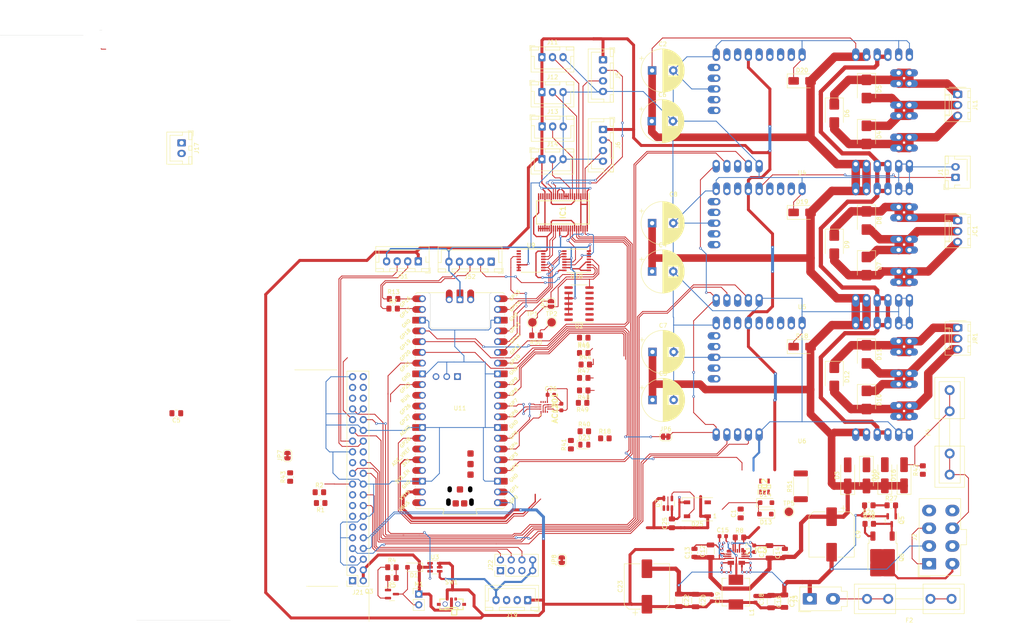
<source format=kicad_pcb>
(kicad_pcb (version 20221018) (generator pcbnew)
  (layers (0 "F.Cu" signal) (31 "B.Cu" signal) (34 "B.Paste" user) (35 "F.Paste" user) (36 "B.SilkS" user "B.Silkscreen") (37 "F.SilkS" user "F.Silkscreen") (38 "B.Mask" user) (39 "F.Mask" user) (44 "Edge.Cuts" user))
  (property "git_version" "v0.13.x")
  (net 0 "")
  (net 1 "/IMU/MISO")
  (net 2 "GND")
  (net 4 "+3V3")
  (net 8 "/IMU/~{CS}")
  (net 9 "/IMU/SCK")
  (net 10 "/IMU/MOSI")
  (net 11 "+5V")
  (net 12 "V_BATT")
  (net 13 "Net-(IC3-BST)")
  (net 14 "Net-(IC3-LX_1)")
  (net 15 "Net-(IC3-BIAS)")
  (net 16 "/RaspberryPi/RASPI_POWER")
  (net 17 "Net-(D1-A)")
  (net 18 "/RobotConnectors/CHARGE_SHUNT_PLUS")
  (net 19 "/RobotConnectors/V_CHARGE")
  (net 20 "/ESCs/ML_PHASE_V")
  (net 21 "/ESCs/ML_PHASE_U")
  (net 22 "/ESCs/ML_PHASE_W")
  (net 23 "/ESCs/MC_PHASE_V")
  (net 24 "/ESCs/MC_PHASE_U")
  (net 25 "/ESCs/MC_PHASE_W")
  (net 26 "/ESCs/MR_PHASE_V")
  (net 27 "/ESCs/MR_PHASE_U")
  (net 28 "/ESCs/MR_PHASE_W")
  (net 29 "/CHARGE_CURRENT")
  (net 30 "/RobotConnectors/V_BATTERY")
  (net 31 "Net-(D23-K)")
  (net 33 "Net-(D25-DIN)")
  (net 34 "Net-(J3-Pin_2)")
  (net 35 "Net-(J2-Pin_7)")
  (net 37 "/RobotConnectors/USS_1_ECHO_5V")
  (net 38 "/RobotConnectors/USS_2_ECHO_5V")
  (net 41 "Net-(J52-Pin_3)")
  (net 42 "Net-(J52-Pin_4)")
  (net 45 "/RobotConnectors/USS_2_TRIGGER_5V")
  (net 46 "/RobotConnectors/USS_1_TRIGGER_5V")
  (net 51 "/RobotConnectors/USS_1_TRIGGER")
  (net 52 "/RobotConnectors/USS_2_TRIGGER")
  (net 55 "/RobotConnectors/USS_2_ECHO")
  (net 56 "/RobotConnectors/USS_1_ECHO")
  (net 57 "/RobotConnectors/CHARGE_SHUNT_MINUS")
  (net 58 "Net-(IC3-GND)")
  (net 60 "Net-(IC3-PGOOD)")
  (net 62 "/ESCs/MC_TEMP")
  (net 63 "Net-(J2-Pin_1)")
  (net 65 "/RobotConnectors/MosfetSwitch/VOUT")
  (net 68 "/RobotConnectors/HALL_SWITCH_1_5V")
  (net 69 "/RobotConnectors/HALL_SWITCH_2_5V")
  (net 70 "/RobotConnectors/HALL_SWITCH_3_5V")
  (net 71 "/RobotConnectors/HALL_SWITCH_4_5V")
  (net 72 "/RaspberryPi/UART1_TXD")
  (net 73 "/RaspberryPi/UART1_RXD")
  (net 74 "/RobotConnectors/RAIN-")
  (net 75 "/RobotConnectors/LED_RX")
  (net 76 "/RobotConnectors/LED_TX")
  (net 77 "Net-(J52-Pin_1)")
  (net 78 "/RobotConnectors/SOUND_BUSY")
  (net 82 "/ESCs/MR_RX")
  (net 83 "/RaspberryPi/UART0_TXD")
  (net 84 "/RaspberryPi/UART0_RXD")
  (net 89 "Net-(J21-GPIO23)")
  (net 91 "Net-(J21-GPIO24)")
  (net 92 "Net-(J21-MOSI0{slash}GPIO10)")
  (net 93 "/ESCs/MC_TX")
  (net 94 "Net-(J21-GPIO25)")
  (net 96 "/ESCs/MC_RX")
  (net 98 "/RobotConnectors/SOUND_TX")
  (net 99 "/RobotConnectors/SOUND_RX")
  (net 100 "/ESCs/MR_TX")
  (net 101 "/RaspberryPi/RASPI_FAN_ON")
  (net 102 "/ESCs/ML_RX")
  (net 103 "/ESCs/ML_TX")
  (net 109 "/RaspberryPi/PICO_RESET")
  (net 110 "/RaspberryPi/PICO_SWDIO")
  (net 111 "/RaspberryPi/PICO_SWCLK")
  (net 112 "/ESCs/ESC_SHUTDOWN")
  (net 113 "Net-(JP6-B)")
  (net 114 "/RAIN_DETECTED")
  (net 115 "/pico/MUX_INPUT")
  (net 116 "Net-(Q3-G)")
  (net 117 "Net-(Q5-G)")
  (net 118 "Net-(Q5-D)")
  (net 119 "/RobotConnectors/HALL_SWITCH_1")
  (net 120 "/RobotConnectors/HALL_SWITCH_2")
  (net 121 "/RobotConnectors/HALL_SWITCH_3")
  (net 122 "/RobotConnectors/HALL_SWITCH_4")
  (net 123 "/RaspberryPi/POWER_EN")
  (net 124 "/RobotConnectors/ENABLE_CHARGE")
  (net 125 "/pico/V_CHARGE")
  (net 126 "/pico/V_IN")
  (net 127 "Net-(U2A--)")
  (net 128 "Net-(R46-Pad1)")
  (net 129 "Net-(U2B-+)")
  (net 130 "Net-(U2B--)")
  (net 169 "Net-(U11-GPIO10)")
  (net 171 "/pico/MUX_OUTPUT")
  (net 174 "/pico/MUX_ADDRESS_2")
  (net 175 "/pico/MUX_ADDRESS_1")
  (net 176 "/pico/MUX_ADDRESS_0")
  (footprint "MAX2040:MAX2040" (layer "F.Cu") (at 197.8 147.85)
    (fp_text reference "IC3")
    (fp_text value "MAX20405AFOF_VY+T" hide)
  )
  (footprint "Resistor_SMD:R_0805_2012Metric_Pad1.20x1.40mm_HandSolder" (layer "F.Cu") (at 150.4 95.15 180)
    (fp_text reference "R50")
    (fp_text value "10k")
  )
  (footprint "Capacitor_SMD:C_1206_3216Metric" (layer "F.Cu") (at 206.025 158.121 -90)
    (fp_text reference "C16")
    (fp_text value "22uF")
  )
  (footprint "Resistor_SMD:R_0805_2012Metric_Pad1.20x1.40mm_HandSolder" (layer "F.Cu") (at 234.475 135.35)
    (fp_text reference "R27")
    (fp_text value "150")
  )
  (footprint "PicoW:Raspberry_Pi_Pico_SMT_THT" (layer "F.Cu") (at 141.3 134.72 180)
    (fp_text reference "U11")
    (fp_text value "Pico")
    (fp_line (start 1.89 49.13) (end 1.89 41.73) (stroke (width 0.1)) (layer "Edge.Cuts"))
    (fp_line (start 2.39 41.23) (end 15.39 41.23) (stroke (width 0.1)) (layer "Edge.Cuts"))
    (fp_line (start 15.89 41.73) (end 15.89 49.13) (stroke (width 0.1)) (layer "Edge.Cuts"))
    (fp_arc (start 1.89 41.73) (mid 2.036447 41.376447) (end 2.39 41.23) (stroke (width 0.1)) (layer "Edge.Cuts"))
    (fp_arc (start 1.89 49.13) (mid 1.743553 49.483553) (end 1.39 49.63) (stroke (width 0.1)) (layer "Edge.Cuts"))
    (fp_arc (start 15.39 41.23) (mid 15.743553 41.376447) (end 15.89 41.73) (stroke (width 0.1)) (layer "Edge.Cuts"))
    (fp_arc (start 16.39 49.63) (mid 16.036447 49.483553) (end 15.89 49.13) (stroke (width 0.1)) (layer "Edge.Cuts"))
  )
  (footprint "Connector_JST:JST_XH_B3B-XH-A_1x03_P2.50mm_Vertical" (layer "F.Cu") (at 151.805 29.32)
    (fp_text reference "J11")
    (fp_text value "Conn_01x03_Male")
  )
  (footprint "Capacitor_THT:CP_Radial_D10.0mm_P5.00mm" (layer "F.Cu") (at 177.88 68.58)
    (fp_text reference "C8")
    (fp_text value "220uF")
  )
  (footprint "Capacitor_SMD:C_1206_3216Metric" (layer "F.Cu") (at 209.175 158.021 -90)
    (fp_text reference "C21")
    (fp_text value "22uF")
  )
  (footprint "Package_SO:SOIC-14_3.9x8.7mm_P1.27mm" (layer "F.Cu") (at 160.59 87.63 180)
    (fp_text reference "U2")
    (fp_text value "MCP604")
  )
  (footprint "Connector_JST:JST_XH_B3B-XH-A_1x03_P2.50mm_Vertical" (layer "F.Cu") (at 151.845 45.72)
    (fp_text reference "J13")
    (fp_text value "Conn_01x03_Male")
  )
  (footprint "Diode_SMD:D_SMB" (layer "F.Cu") (at 220.98 104.945 -90)
    (fp_text reference "D12")
    (fp_text value "DNP")
  )
  (footprint "Diode_SMD:D_SMA" (layer "F.Cu") (at 213.36 66.04)
    (fp_text reference "D19")
    (fp_text value "DNP")
  )
  (footprint "LED_SMD:LED_0805_2012Metric" (layer "F.Cu") (at 161.8375 121)
    (fp_text reference "D23")
    (fp_text value "LED")
  )
  (footprint "Capacitor_SMD:C_0805_2012Metric" (layer "F.Cu") (at 187.9 146.6 90)
    (fp_text reference "C13")
    (fp_text value "1uF")
  )
  (footprint "TestPoint:TestPoint_Pad_D2.0mm" (layer "F.Cu") (at 154.1 92.05)
    (fp_text reference "TP2")
    (fp_text value "TestPoint")
  )
  (footprint "Capacitor_THT:CP_Radial_D10.0mm_P5.00mm" (layer "F.Cu") (at 177.972323 99.06)
    (fp_text reference "C7")
    (fp_text value "220uF")
  )
  (footprint "Resistor_SMD:R_0805_2012Metric_Pad1.20x1.40mm_HandSolder" (layer "F.Cu") (at 116.6 88.8)
    (fp_text reference "R7")
    (fp_text value "1k")
  )
  (footprint "Connector_JST:JST_XH_B4B-XH-AM_1x04_P2.50mm_Vertical" (layer "F.Cu") (at 122.55 77.625 180)
    (fp_text reference "J51")
    (fp_text value "Conn_01x05_Socket")
  )
  (footprint "Diode_SMD:D_SMB" (layer "F.Cu") (at 228.6 99.62 -90)
    (fp_text reference "D11")
    (fp_text value "DNP")
  )
  (footprint "Diode_SMD:D_SMA_Handsoldering" (layer "F.Cu") (at 237.49 128.23 90)
    (fp_text reference "D16")
    (fp_text value "D_Schottky")
  )
  (footprint "Resistor_SMD:R_0805_2012Metric_Pad1.20x1.40mm_HandSolder" (layer "F.Cu") (at 161.43 111.1 180)
    (fp_text reference "R49")
    (fp_text value "4k7")
  )
  (footprint "lcsc:SW-SMD_MK-11C04-G013" (layer "F.Cu") (at 130.4 158.15)
    (fp_text reference "SW1")
    (fp_text value "MK-11C04-G013")
  )
  (footprint "Resistor_SMD:R_0805_2012Metric_Pad1.20x1.40mm_HandSolder" (layer "F.Cu") (at 116.7 86.5)
    (fp_text reference "R13")
    (fp_text value "1k")
  )
  (footprint "Jumper:SolderJumper-2_P1.3mm_Open_RoundedPad1.0x1.5mm" (layer "F.Cu") (at 153.95 87.7 90)
    (fp_text reference "JP9")
    (fp_text value "SolderJumper_2_Open")
  )
  (footprint "Diode_SMD:D_SMB" (layer "F.Cu") (at 220.98 42.62 -90)
    (fp_text reference "D6")
    (fp_text value "DNP")
  )
  (footprint "Connector_JST:JST_XH_B5B-XH-A_1x05_P2.50mm_Vertical" (layer "F.Cu") (at 139.8 77.7 180)
    (fp_text reference "J52")
    (fp_text value "Conn_01x05_Socket")
  )
  (footprint "xESC2:xESC2" (layer "F.Cu") (at 213.355 120.65)
    (fp_text reference "U6")
    (fp_text value "xESC2")
  )
  (footprint "Connector_Molex:Molex_Mini-Fit_Jr_5566-08A_2x04_P4.20mm_Vertical" (layer "F.Cu") (at 243.42 149.175 90)
    (fp_text reference "J2")
    (fp_text value "Conn_02x04_Top_Bottom")
  )
  (footprint "Diode_SMD:D_SMB" (layer "F.Cu") (at 228.6 78.74 -90)
    (fp_text reference "D7")
    (fp_text value "DNP")
  )
  (footprint "Capacitor_SMD:C_0603_1608Metric" (layer "F.Cu") (at 202.325 157.571 -90)
    (fp_text reference "C18")
    (fp_text value "0.1uF")
  )
  (footprint "Capacitor_SMD:C_1206_3216Metric" (layer "F.Cu") (at 184.2 157.825 -90)
    (fp_text reference "C22")
    (fp_text value "22uF")
  )
  (footprint "Capacitor_THT:CP_Radial_D10.0mm_P5.00mm" (layer "F.Cu") (at 177.8 44.45)
    (fp_text reference "C6")
    (fp_text value "220uF")
  )
  (footprint "Capacitor_SMD:C_1206_3216Metric" (layer "F.Cu") (at 188.15 157.875 -90)
    (fp_text reference "C20")
    (fp_text value "22uF")
  )
  (footprint "Resistor_SMD:R_0805_2012Metric_Pad1.20x1.40mm_HandSolder" (layer "F.Cu") (at 158.6625 121 90)
    (fp_text reference "R41")
    (fp_text value "1k")
  )
  (footprint "Diode_SMD:D_SMA" (layer "F.Cu") (at 213.36 34.925)
    (fp_text reference "D20")
    (fp_text value "DNP")
  )
  (footprint "Resistor_SMD:R_0805_2012Metric_Pad1.20x1.40mm_HandSolder" (layer "F.Cu") (at 161.8375 117.825)
    (fp_text reference "R40")
    (fp_text value "10k")
  )
  (footprint "Package_SO:SSOP-16_4.4x5.2mm_P0.65mm" (layer "F.Cu") (at 149.225 77.47)
    (fp_text reference "U9")
    (fp_text value "74HC4051")
  )
  (footprint "Resistor_SMD:R_0805_2012Metric_Pad1.20x1.40mm_HandSolder" (layer "F.Cu") (at 162.065 102.025)
    (fp_text reference "R44")
    (fp_text value "47k")
  )
  (footprint "Capacitor_SMD:C_0603_1608Metric" (layer "F.Cu") (at 202.05 145.625 90)
    (fp_text reference "C17")
    (fp_text value "2.2uF")
  )
  (footprint "Resistor_SMD:R_0805_2012Metric_Pad1.20x1.40mm_HandSolder" (layer "F.Cu") (at 92.2325 128.6575 90)
    (fp_text reference "R43")
    (fp_text value "1k")
  )
  (footprint "Diode_SMD:D_SMB" (layer "F.Cu") (at 228.6 67.945 -90)
    (fp_text reference "D8")
    (fp_text value "DNP")
  )
  (footprint "Resistor_SMD:R_2512_6332Metric_Pad1.40x3.35mm_HandSolder" (layer "F.Cu") (at 213.05 130.85 90)
    (fp_text reference "R51")
    (fp_text value "0.003R")
  )
  (footprint "Diode_SMD:D_SMA" (layer "F.Cu") (at 213.36 97.79)
    (fp_text reference "D18")
    (fp_text value "DNP")
  )
  (footprint "Diode_SMD:D_SMB" (layer "F.Cu") (at 228.6 47.7 -90)
    (fp_text reference "D4")
    (fp_text value "DNP")
  )
  (footprint "Package_TO_SOT_SMD:SOT-23" (layer "F.Cu") (at 116.32 156.35)
    (fp_text reference "Q3")
    (fp_text value "BSS138")
  )
  (footprint "Resistor_SMD:R_0805_2012Metric_Pad1.20x1.40mm_HandSolder" (layer "F.Cu") (at 161.7 95.675 180)
    (fp_text reference "R46")
    (fp_text value "47k")
  )
  (footprint "Diode_SMD:D_SMB" (layer "F.Cu") (at 228.6 110.415 -90)
    (fp_text reference "D10")
    (fp_text value "DNP")
  )
  (footprint "Capacitor_SMD:C_0805_2012Metric" (layer "F.Cu") (at 209.3 146.6 90)
    (fp_text reference "C14")
    (fp_text value "1uF")
  )
  (footprint "LED_SMD:LED_WS2812B_PLCC4_5.0x5.0mm_P3.2mm" (layer "F.Cu") (at 188.5875 136.2875 180)
    (fp_text reference "D25")
    (fp_text value "WS2812B")
  )
  (footprint "Resistor_SMD:R_0805_2012Metric_Pad1.20x1.40mm_HandSolder" (layer "F.Cu") (at 161.7 108.15 180)
    (fp_text reference "R48")
    (fp_text value "10k")
  )
  (footprint "Capacitor_THT:CP_Radial_D10.0mm_P5.00mm" (layer "F.Cu") (at 177.972323 110.415)
    (fp_text reference "C3")
    (fp_text value "220uF")
  )
  (footprint "Package_SO:SSOP-16_4.4x5.2mm_P0.65mm" (layer "F.Cu") (at 160.02 77.47 180)
    (fp_text reference "U10")
    (fp_text value "74HC4051")
  )
  (footprint "Capacitor_SMD:C_1206_3216Metric" (layer "F.Cu") (at 191.7 146.2 90)
    (fp_text reference "C12")
    (fp_text value "4.7uF")
  )
  (footprint "Resistor_SMD:R_0805_2012Metric_Pad1.20x1.40mm_HandSolder" (layer "F.Cu") (at 99.45 134.8 180)
    (fp_text reference "R1")
    (fp_text value "10k")
  )
  (footprint "Connector_JST:JST_XH_B3B-XH-A_1x03_P2.50mm_Vertical" (layer "F.Cu") (at 151.805 37.575)
    (fp_text reference "J12")
    (fp_text value "Conn_01x03_Male")
  )
  (footprint "Jumper:SolderJumper-2_P1.3mm_Bridged_RoundedPad1.0x1.5mm" (layer "F.Cu") (at 156.5 148.325 90)
    (fp_text reference "JP8")
    (fp_text value "SolderJumper_2_Bridged")
  )
  (footprint "Connector_PinSocket_2.54mm:PinSocket_2x20_P2.54mm_Vertical" (layer "F.Cu") (at 107 153.18 180)
    (fp_text reference "J21")
    (fp_text value "Raspberry_Pi_2_3")
  )
  (footprint "Package_TO_SOT_SMD:TO-252-2" (layer "F.Cu") (at 232.4 147.665 -90)
    (fp_text reference "Q6")
    (fp_text value "Q_PMOS_GDS")
  )
  (footprint "Package_TO_SOT_SMD:SOT-23-6" (layer "F.Cu") (at 126.48 150)
    (fp_text reference "U3")
    (fp_text value "SIP32509DT")
  )
  (footprint "Resistor_SMD:R_0805_2012Metric_Pad1.20x1.40mm_HandSolder" (layer "F.Cu") (at 241.935 127 90)
    (fp_text reference "R42")
    (fp_text value "10k")
  )
  (footprint "Connector_Molex:Molex_KK-254_AE-6410-03A_1x03_P2.54mm_Vertical" (layer "F.Cu") (at 250.19 93.345 -90)
    (fp_text reference "JR1")
    (fp_text value "Conn_01x03_Pin")
  )
  (footprint "Resistor_SMD:R_0805_2012Metric_Pad1.20x1.40mm_HandSolder" (layer "F.Cu") (at 166.7 119.5)
    (fp_text reference "R18")
    (fp_text value "1k")
  )
  (footprint "Capacitor_SMD:CP_Elec_10x12.5" (layer "F.Cu") (at 220.345 142.24 -90)
    (fp_text reference "C9")
    (fp_text value "680uF")
  )
  (footprint "Resistor_SMD:R_0805_2012Metric_Pad1.20x1.40mm_HandSolder" (layer "F.Cu") (at 229.15 135.35 180)
    (fp_text reference "R26")
    (fp_text value "10k")
  )
  (footprint "MyModules:LGA-14_2.5X3X0.86_" (layer "F.Cu") (at 152.35 112.0625 90)
    (fp_text reference "AC1201")
    (fp_text value "LSM6DSOTR" hide)
  )
  (footprint "Diode_SMD:D_SOD-123F" (layer "F.Cu") (at 204.675 137.425 180)
    (fp_text reference "D13")
    (fp_text value "DNP")
  )
  (footprint "Diode_SMD:D_SMA_Handsoldering" (layer "F.Cu") (at 232.94 128.23 90)
    (fp_text reference "D15")
    (fp_text value "D_Schottky")
  )
  (footprint "Resistor_SMD:R_0805_2012Metric_Pad1.20x1.40mm_HandSolder" (layer "F.Cu") (at 116.32 152.54 180)
    (fp_text reference "R5")
    (fp_text value "150")
  )
  (footprint "MyModules:Fuseholder5x20_horiz_open_inline_Type-I" (layer "F.Cu") (at 248.735 157.48 180)
    (fp_text reference "F2")
    (fp_text value "Fuse")
  )
  (footprint "74ALVC164245DGG:SOP50P810X120-48N" (layer "F.Cu") (at 156.77 66.042 -90)
    (fp_text reference "IC1")
    (fp_text value "74ALVC164245DGG,11" hide)
  )
  (footprint "Connector_JST:JST_XH_B2B-XH-A_1x02_P2.50mm_Vertical" (layer "F.Cu") (at 66.545 49.59 -90)
    (fp_text reference "J17")
    (fp_text value "Conn_01x02")
  )
  (footprint "xESC2:xESC2" (layer "F.Cu") (at 213.355 88.9)
    (fp_text reference "U5")
    (fp_text value "xESC2")
  )
  (footprint "Package_TO_SOT_SMD:SOT-23" (layer "F.Cu") (at 234.575 138.875 -90)
    (fp_text reference "Q5")
    (fp_text value "BSS138")
  )
  (footprint "Connector_JST:JST_XH_B3B-XH-A_1x03_P2.50mm_Vertical" (layer "F.Cu") (at 151.805 53.45)
    (fp_text reference "J14")
    (fp_text value "Conn_01x03_Male")
  )
  (footprint "Capacitor_SMD:CP_Elec_10x12.5" (layer "F.Cu") (at 176.65 154.55 90)
    (fp_text reference "C23")
    (fp_text value "680uF")
  )
  (footprint "Connector_PinHeader_2.54mm:PinHeader_2x04_P2.54mm_Vertical" (layer "F.Cu") (at 142 150.8 90)
    (fp_text reference "J22")
    (fp_text value "Conn_02x04_Odd_Even")
  )
  (footprint "Connector_PinHeader_2.54mm:PinHeader_1x02_P2.54mm_Vertical" (layer "F.Cu") (at 122.67 156.345)
    (fp_text reference "M1")
    (fp_text value "Fan")
  )
  (footprint "TSC101CILT:SOT95P280X145-5N" (layer "F.Cu") (at 204.475 130.9 90)
    (fp_text reference "IC2")
    (fp_text value "TSC101CILT" hide)
  )
  (footprint "Capacitor_SMD:C_0603_1608Metric" (layer "F.Cu") (at 156.4 112.1 90)
    (fp_text reference "C24")
    (fp_text value "0.1uF")
  )
  (footprint "Connector_Molex:Molex_KK-254_AE-6410-03A_1x03_P2.54mm_Vertical" (layer "F.Cu") (at 250.17 38.1 -90)
    (fp_text reference "JL1")
    (fp_text value "Conn_01x03_Pin")
  )
  (footprint "Connector_Molex:Molex_Mini-Fit_Jr_5566-02A_2x01_P4.20mm_Vertical" (layer "F.Cu") (at 215.19 157.48 90)
    (fp_text reference "J3")
    (fp_text value "Conn_01x02")
  )
  (footprint "Diode_SMD:D_SMA_Handsoldering" (layer "F.Cu") (at 228.6 128.27 -90)
    (fp_text reference "D2")
    (fp_text value "D_Schottky")
  )
  (footprint "Jumper:SolderJumper-2_P1.3mm_Bridged_RoundedPad1.0x1.5mm" (layer "F.Cu") (at 181.1 119.1)
    (fp_text reference "JP6")
    (fp_text value "SolderJumper_2_Bridged")
  )
  (footprint "Package_TO_SOT_SMD:SOT-23-5" (layer "F.Cu") (at 181.6125 134.8625 90)
    (fp_text reference "U7")
    (fp_text value "SN74LV1T34DBV")
  )
  (footprint "Connector_JST:JST_XH_B4B-XH-A_1x04_P2.50mm_Vertical" (layer "F.Cu") (at 148.45 157.775 180)
    (fp_text reference "J19")
    (fp_text value "Conn_01x04")
  )
  (footprint "Capacitor_SMD:C_0805_2012Metric_Pad1.18x1.45mm_HandSolder" (layer "F.Cu") (at 198.825 137.275 90)
    (fp_text reference "C1")
    (fp_text value "100nF")
  )
  (footprint "Diode_SMD:D_SMB" (layer "F.Cu") (at 220.98 73.66 -90)
    (fp_text reference "D9")
    (fp_text value "DNP")
  )
  (footprint "Resistor_SMD:R_0805_2012Metric_Pad1.20x1.40mm_HandSolder" (layer "F.Cu") (at 116.32 150)
    (fp_text reference "R4")
    (fp_text value "10k")
  )
  (footprint "Capacitor_SMD:C_0603_1608Metric" (layer "F.Cu") (at 194.6 142.65)
    (fp_text reference "C15")
    (fp_text value "0.1uF")
  )
  (footprint "Jumper:SolderJumper-2_P1.3mm_Bridged_RoundedPad1.0x1.5mm" (layer "F.Cu") (at 91.5975 123.5925 90)
    (fp_text reference "JP7")
    (fp_text value "SolderJumper_2_Bridged")
  )
  (footprint "Resistor_SMD:R_0805_2012Metric_Pad1.20x1.40mm_HandSolder" (layer "F.Cu") (at 161.7 105.2)
    (fp_text reference "R47")
    (fp_text value "1k")
  )
  (footprint "Diode_SMD:D_SOD-123F" (layer "F.Cu") (at 121.4 150 180)
    (fp_text reference "D1")
    (fp_text value "D_Schottky")
  )
  (footprint "Resistor_SMD:R_0805_2012Metric_Pad1.20x1.40mm_HandSolder" (layer "F.Cu") (at 198.55 142.95)
    (fp_text reference "R8")
    (fp_text value "5k")
  )
  (footprint "Diode_SMD:D_SMA_Handsoldering" (layer "F.Cu") (at 224.155 128.27 90)
    (fp_text reference "D3")
    (fp_text value "D_Schottky")
  )
  (footprint "Inductor_SMD:L_Vishay_IHLP-2525" (layer "F.Cu") (at 197.7 155.879 -90)
    (fp_text reference "L1")
    (fp_text value "4.7uH 5A")
  )
  (footprint "TestPoint:TestPoint_Pad_D2.0mm" (layer "F.Cu") (at 210.25 136.875)
    (fp_text reference "TP5")
    (fp_text value "TestPoint")
  )
  (footprint "xESC2:xESC2" (layer "F.Cu") (at 213.355 57.15)
    (fp_text reference "U4")
    (fp_text value "xESC2")
  )
  (footprint "Diode_SMD:D_SOD-123F" (layer "F.Cu") (at 204.825 134.725)
    (fp_text reference "D14")
    (fp_text value "DNP")
  )
  (footprint "Capacitor_SMD:C_0805_2012Metric_Pad1.18x1.45mm_HandSolder" (layer "F.Cu") (at 65.3 113.555 180)
    (fp_text reference "C5")
    (fp_text value "100nF")
  )
  (footprint "Capacitor_THT:CP_Radial_D10.0mm_P5.00mm" (layer "F.Cu") (at 177.88 80.01)
    (fp_text reference "C4")
    (fp_text value "220uF")
  )
  (footprint "Connector_JST:JST_XH_B2B-XH-AM_1x02_P2.50mm_Vertical" (layer "F.Cu") (at 249.665 57.765 90)
    (fp_text reference "J1")
    (fp_text value "Conn_01x02_Pin")
  )
  (footprint "TestPoint:TestPoint_Pad_D2.0mm" (layer "F.Cu") (at 149.55 92.05)
    (fp_text reference "TP1")
    (fp_text value "TestPoint")
  )
  (footprint "Capacitor_SMD:C_0603_1608Metric" (layer "F.Cu") (at 153.925 109.2)
    (fp_text reference "C26")
    (fp_text value "0.1uF")
  )
  (footprint "Capacitor_SMD:C_0805_2012Metric_Pad1.18x1.45mm_HandSolder" (layer "F.Cu") (at 182.5625 139.6125 90)
    (fp_text reference "C25")
    (fp_text value "100nF")
  )
  (footprint "Connector_Molex:Molex_KK-254_AE-6410-03A_1x03_P2.54mm_Vertical" (layer "F.Cu") (at 250.17 67.945 -90)
    (fp_text reference "JC1")
    (fp_text value "Conn_01x03_Pin")
  )
  (footprint "Resistor_SMD:R_0805_2012Metric_Pad1.20x1.40mm_HandSolder" (layer "F.Cu") (at 229.25 139.725)
    (fp_text reference "R28")
    (fp_text value "10k")
  )
  (footprint "Capacitor_THT:CP_Radial_D10.0mm_P5.00mm" (layer "F.Cu") (at 177.88 32.46)
    (fp_text reference "C2")
    (fp_text value "220uF")
  )
  (footprint "MyModules:Fuseholder5x20_horiz_open_inline_Type-I" (layer "F.Cu") (at 248.285 128.085 90)
    (fp_text reference "F4")
    (fp_text value "Fuse")
  )
  (footprint "Capacitor_SMD:C_0603_1608Metric" (layer "F.Cu") (at 192 157.275 -90)
    (fp_text reference "C19")
    (fp_text value "0.1uF")
  )
  (footprint "Connector_JST:JST_XH_B4B-XH-A_1x04_P2.50mm_Vertical" (layer "F.Cu") (at 166.26 29.925 -90)
    (fp_text reference "J5")
    (fp_text value "Conn_01x04")
  )
  (footprint "Diode_SMD:D_SMB" (layer "F.Cu") (at 228.6 36.83 -90)
    (fp_text reference "D5")
    (fp_text value "DNP")
  )
  (footprint "Connector_JST:JST_XH_B4B-XH-A_1x04_P2.50mm_Vertical" (layer "F.Cu") (at 166.26 46.415 -90)
    (fp_text reference "J6")
    (fp_text value "Conn_01x04")
  )
  (footprint "Capacitor_SMD:C_1206_3216Metric" (layer "F.Cu") (at 205.65 146.35 90)
    (fp_text reference "C11")
    (fp_text value "4.7uF")
  )
  (footprint "Resistor_SMD:R_0805_2012Metric_Pad1.20x1.40mm_HandSolder" (layer "F.Cu") (at 161.7 99.3)
    (fp_text reference "R45")
    (fp_text value "1k")
  )
  (footprint "Resistor_SMD:R_0805_2012Metric_Pad1.20x1.40mm_HandSolder" (layer "F.Cu") (at 99.15 132.25)
    (fp_text reference "R2")
    (fp_text value "10k")
  )
  (gr_line (start 110.9 155.3) (end 110.9 162.8) (stroke (width 0.12)) (layer "F.SilkS"))
  (gr_line (start 103.3 103.3) (end 93.3 103.3) (stroke (width 0.12)) (layer "F.SilkS"))
  (gr_line (start 103.5 154.5) (end 96.1 154.5) (stroke (width 0.12)) (layer "F.SilkS"))
  (gr_line (start 43.29 24.09) (end 23.605 24.09) (stroke (width 0.05)) (layer "Edge.Cuts"))
  (gr_line (start 47.1 22.9) (end 47.735 22.9) (stroke (width 0.05)) (layer "Edge.Cuts"))
  (gr_line (start 55.88 162.56) (end 78.105 162.56) (stroke (width 0.05)) (layer "Edge.Cuts"))
  (segment (start 48.6 27.42) (end 47.62 27.42) (width 0.2) (layer "F.Cu") (net 0))
  (segment (start 47.62 27.42) (end 47.5 27.3) (width 0.2) (layer "F.Cu") (net 0))
  (segment (start 151.05 114.7) (end 151.6 114.15) (width 0.2) (layer "F.Cu") (net 1))
  (segment (start 145.63 122.02) (end 146.45 121.2) (width 0.2) (layer "F.Cu") (net 1))
  (segment (start 151.6 114.15) (end 151.6 113.225) (width 0.2) (layer "F.Cu") (net 1))
  (segment (start 146.45 118.015686) (end 149.765686 114.7) (width 0.2) (layer "F.Cu") (net 1))
  (segment (start 141.3 122.02) (end 142.9 122.02) (width 0.2) (layer "F.Cu") (net 1))
  (segment (start 146.45 121.2) (end 146.45 118.015686) (width 0.2) (layer "F.Cu") (net 1))
  (segment (start 149.765686 114.7) (end 151.05 114.7) (width 0.2) (layer "F.Cu") (net 1))
  (segment (start 142.9 122.02) (end 145.63 122.02) (width 0.2) (layer "F.Cu") (net 1))
  (segment (start 162.92 79.745) (end 161.025 79.745) (width 0.3) (layer "F.Cu") (net 2))
  (segment (start 155.52 62.23) (end 155.52 61.015) (width 0.3) (layer "F.Cu") (net 2))
  (segment (start 184.2 151.1) (end 184.2 154.25) (width 1) (layer "F.Cu") (net 2))
  (segment (start 148.25 78.445) (end 148.59 78.105) (width 0.3) (layer "F.Cu") (net 2))
  (segment (start 201.15 149) (end 201.1 149) (width 0.3) (layer "F.Cu") (net 2))
  (segment (start 201.15 149.05) (end 201.15 149.05) (width 0.3) (layer "F.Cu") (net 2))
  (segment (start 227.275 137.7) (end 227.325 137.75) (width 0.5) (layer "F.Cu") (net 2))
  (segment (start 156.21 71.755) (end 157.48 71.755) (width 0.3) (layer "F.Cu") (net 2))
  (segment (start 113 156.7) (end 113.6 157.3) (width 0.2) (layer "F.Cu") (net 2))
  (segment (start 146.325 78.445) (end 148.25 78.445) (width 0.3) (layer "F.Cu") (net 2))
  (segment (start 194.55 144.3) (end 194.75 144.3) (width 0.3) (layer "F.Cu") (net 2))
  (segment (start 154.25 111.5625) (end 156.1625 111.5625) (width 0.2) (layer "F.Cu") (net 2))
  (segment (start 129 152.775) (end 128.975 152.775) (width 0.5) (layer "F.Cu") (net 2))
  (segment (start 184.3375 135.2125) (end 184.3375 134.6375) (width 0.5) (layer "F.Cu") (net 2))
  (segment (start 156.1625 111.5625) (end 156.4 111.325) (width 0.2) (layer "F.Cu") (net 2))
  (segment (start 194.35 151.1) (end 194.35 151.15) (width 0.3) (layer "F.Cu") (net 2))
  (segment (start 196.475 151.125) (end 196.475 149.725) (width 0.3) (layer "F.Cu") (net 2))
  (segment (start 201.15 149.05) (end 201.15 149) (width 0.3) (layer "F.Cu") (net 2))
  (segment (start 158.115 86.36) (end 159.59 86.36) (width 0.2) (layer "F.Cu") (net 2))
  (segment (start 194.4 148.95) (end 194.35 149) (width 0.3) (layer "F.Cu") (net 2))
  (segment (start 194.45 146) (end 194.55 145.9) (width 0.3) (layer "F.Cu") (net 2))
  (segment (start 157.02 62.23) (end 157.02 61.135) (width 0.3) (layer "F.Cu") (net 2))
  (segment (start 206.025 156.646) (end 209.075 156.646) (width 1) (layer "F.Cu") (net 2))
  (segment (start 184.3375 138.0625) (end 183.825 138.575) (width 0.5) (layer "F.Cu") (net 2))
  (segment (start 158.47 79.095) (end 158.75 79.375) (width 0.3) (layer "F.Cu") (net 2))
  (segment (start 191.9 156.4) (end 192 156.5) (width 1) (layer "F.Cu") (net 2))
  (segment (start 199.15 151.15) (end 199.25 151.15) (width 0.3) (layer "F.Cu") (net 2))
  (segment (start 194.85 144.3) (end 195.05 144.3) (width 0.3) (layer "F.Cu") (net 2))
  (segment (start 213.36 92.71) (end 213.36 94.615) (width 0.2) (layer "F.Cu") (net 2))
  (segment (start 220.345 150.455) (end 220.35 150.45) (width 1) (layer "F.Cu") (net 2))
  (segment (start 151.02 69.854) (end 153.52 69.854) (width 0.3) (layer "F.Cu") (net 2))
  (segment (start 194.45 145.1) (end 194.55 145) (width 0.3) (layer "F.Cu") (net 2))
  (segment (start 194.55 145.9) (end 194.55 145.2) (width 0.3) (layer "F.Cu") (net 2))
  (segment (start 184.2 156.35) (end 188.1 156.35) (width 1) (layer "F.Cu") (net 2))
  (segment (start 156.02 71.565) (end 156.02 71) (width 0.3) (layer "F.Cu") (net 2))
  (segment (start 211.36 63.595) (end 211.36 66.04) (width 0.2) (layer "F.Cu") (net 2))
  (segment (start 202.075 144.875) (end 202.05 144.85) (width 0.3) (layer "F.Cu") (net 2))
  (segment (start 183.45 150.35) (end 184.2 151.1) (width 1) (layer "F.Cu") (net 2))
  (segment (start 158.115 85.09) (end 158.115 90.17) (width 0.2) (layer "F.Cu") (net 2))
  (segment (start 156.02 69.854) (end 156.52 69.854) (width 0.2) (layer "F.Cu") (net 2))
  (segment (start 156.4 110.9) (end 156.4 111.325) (width 0.2) (layer "F.Cu") (net 2))
  (segment (start 186.1375 134.6375) (end 184.3375 134.6375) (width 0.5) (layer "F.Cu") (net 2))
  (segment (start 209.175 154.175) (end 209.2 154.15) (width 1) (layer "F.Cu") (net 2))
  (segment (start 152.6 112.15) (end 152.6 113.225) (width 0.2) (layer "F.Cu") (net 2))
  (segment (start 162.52 61) (end 162.52 62.23) (width 0.3) (layer "F.Cu") (net 2))
  (segment (start 161.025 79.745) (end 160.655 79.375) (width 0.3) (layer "F.Cu") (net 2))
  (segment (start 209.075 156.646) (end 209.175 156.546) (width 1) (layer "F.Cu") (net 2))
  (segment (start 195.5 151.2) (end 195.55 151.15) (width 0.3) (layer "F.Cu") (net 2))
  (segment (start 152.3375 111.5625) (end 152.1 111.8) (width 0.2) (layer "F.Cu") (net 2))
  (segment (start 209.125 144.875) (end 209.3 145.05) (width 0.3) (layer "F.Cu") (net 2))
  (segment (start 158.44 77.145) (end 158.75 76.835) (width 0.3) (layer "F.Cu") (net 2))
  (segment (start 159.59 86.36) (end 159.65 86.3) (width 0.2) (layer "F.Cu") (net 2))
  (segment (start 157.48 71.755) (end 158.02 71.215) (width 0.3) (layer "F.Cu") (net 2))
  (segment (start 182.5625 136) (end 182.5625 138.575) (width 0.5) (layer "F.Cu") (net 2))
  (segment (start 195.45 151.15) (end 195.5 151.2) (width 0.3) (layer "F.Cu") (net 2))
  (segment (start 194.4 151.15) (end 194.4 151.15) (width 0.3) (layer "F.Cu") (net 2))
  (segment (start 200.25 151.15) (end 201.1 151.15) (width 0.3) (layer "F.Cu") (net 2))
  (segment (start 157.12 77.145) (end 158.44 77.145) (width 0.3) (layer "F.Cu") (net 2))
  (segment (start 217.34 153.5) (end 218.2325 152.6075) (width 1) (layer "F.Cu") (net 2))
  (segment (start 201.1 149) (end 201.05 148.95) (width 0.3) (layer "F.Cu") (net 2))
  (segment (start 192.975 144.725) (end 194.35 146.1) (width 0.3) (layer "F.Cu") (net 2))
  (segment (start 162.52 69.854) (end 162.52 62.23) (width 0.3) (layer "F.Cu") (net 2))
  (segment (start 162.92 75.195) (end 162.92 76.495) (width 0.2) (layer "F.Cu") (net 2))
  (segment (start 176.65 150.35) (end 183.45 150.35) (width 1) (layer "F.Cu") (net 2))
  (segment (start 152.52 69.854) (end 153.02 69.854) (width 0.2) (layer "F.Cu") (net 2))
  (segment (start 160.655 79.375) (end 162.235 77.795) (width 0.3) (layer "F.Cu") (net 2))
  (segment (start 196.513 148.95) (end 194.4 148.95) (width 0.3) (layer "F.Cu") (net 2))
  (segment (start 194.75 144.3) (end 194.8 144.25) (width 0.3) (layer "F.Cu") (net 2))
  (segment (start 151.02 69.854) (end 151.52 69.854) (width 0.2) (layer "F.Cu") (net 2))
  (segment (start 162.505 64.135) (end 162.52 64.15) (width 0.3) (layer "F.Cu") (net 2))
  (segment (start 201.05 148.95) (end 199.087 148.95) (width 0.3) (layer "F.Cu") (net 2))
  (segment (start 202.325 156.796) (end 205.875 156.796) (width 1) (layer "F.Cu") (net 2))
  (segment (start 220.345 150.495) (end 220.345 150.455) (width 1) (layer "F.Cu") (net 2))
  (segment (start 213.36 94.615) (end 211.36 96.615) (width 0.2) (layer "F.Cu") (net 2))
  (segment (start 213.36 29.845) (end 213.36 29.21) (width 0.2) (layer "F.Cu") (net 2))
  (segment (start 162.52 62.23) (end 162.52 63.54) (width 0.2) (layer "F.Cu") (net 2))
  (segment (start 196.5 151.2) (end 196.5 151.15) (width 0.3) (layer "F.Cu") (net 2))
  (segment (start 218.2325 152.6075) (end 220.345 150.495) (width 1) (layer "F.Cu") (net 2))
  (segment (start 152.1 111.8) (end 152.1 113.225) (width 0.2) (layer "F.Cu") (net 2))
  (segment (start 184.3375 133.4375) (end 184.3375 133.3875) (width 0.5) (layer "F.Cu") (net 2))
  (segment (start 215.19 153.54) (end 215.15 153.5) (width 1) (layer "F.Cu") (net 2))
  (segment (start 215.15 153.5) (end 217.34 153.5) (width 1) (layer "F.Cu") (net 2))
  (segment (start 201.1 144.1) (end 201.15 144.1) (width 0.3) (layer "F.Cu") (net 2))
  (segment (start 153.9875 112.0625) (end 154.25 111.8) (width 0.2) (layer "F.Cu") (net 2))
  (segment (start 128.95 152.775) (end 129.05 152.8) (width 0.5) (layer "F.Cu") (net 2))
  (segment (start 152.02 69.854) (end 152.52 69.854) (width 0.2) (layer "F.Cu") (net 2))
  (segment (start 152.52 61.08) (end 152.52 62.23) (width 0.3) (layer "F.Cu") (net 2))
  (segment (start 184.3375 135.2125) (end 184.3375 138.0625) (width 0.5) (layer "F.Cu") (net 2))
  (segment (start 233.625 137.9375) (end 227.5125 137.9375) (width 0.5) (layer "F.Cu") (net 2))
  (segment (start 152.52 62.23) (end 152.52 69.854) (width 0.3) (layer "F.Cu") (net 2))
  (segment (start 191.7 144.725) (end 192.975 144.725) (width 0.3) (layer "F.Cu") (net 2))
  (segment (start 188.325 144.725) (end 191.7 144.725) (width 0.3) (layer "F.Cu") (net 2))
  (segment (start 187.9 145.15) (end 188.325 144.725) (width 0.3) (layer "F.Cu") (net 2))
  (segment (start 209.25 154.15) (end 209.25 154.1) (width 1) (layer "F.Cu") (net 2))
  (segment (start 194.35 146.1) (end 194.45 146) (width 0.3) (layer "F.Cu") (net 2))
  (segment (start 215.19 157.48) (end 215.19 153.54) (width 1) (layer "F.Cu") (net 2))
  (segment (start 195.55 151.15) (end 196.5 151.2) (width 0.3) (layer "F.Cu") (net 2))
  (segment (start 132.41 85.09) (end 132.41 86.69) (width 0.3) (layer "F.Cu") (net 2))
  (segment (start 127.725 152.475) (end 128.025 152.775) (width 0.5) (layer "F.Cu") (net 2))
  (segment (start 163.195 74.92) (end 163.195 73.66) (width 0.2) (layer "F.Cu") (net 2))
  (segment (start 201.15 151.1) (end 201.15 150.15) (width 0.3) (layer "F.Cu") (net 2))
  (segment (start 113.65 150) (end 113 150.65) (width 0.2) (layer "F.Cu") (net 2))
  (segment (start 199.25 151.15) (end 200.25 151.15) (width 0.3) (layer "F.Cu") (net 2))
  (segment (start 188.1 156.35) (end 188.15 156.4) (width 1) (layer "F.Cu") (net 2))
  (segment (start 153.52 69.854) (end 153.02 69.854) (width 0.2) (layer "F.Cu") (net 2))
  (segment (start 127.6175 150.95) (end 127.6175 152.3675) (width 0.5) (layer "F.Cu") (net 2))
  (segment (start 162.52 64.15) (end 162.52 64.135) (width 0.2) (layer "F.Cu") (net 2))
  (segment (start 194.35 151.1) (end 194.35 151.1) (width 0.3) (layer "F.Cu") (net 2))
  (segment (start 194.8 144.25) (end 194.85 144.3) (width 0.3) (layer "F.Cu") (net 2))
  (segment (start 157.02 62.23) (end 158.02 62.23) (width 0.3) (layer "F.Cu") (net 2))
  (segment (start 201.1 151.15) (end 201.15 151.1) (width 0.3) (layer "F.Cu") (net 2))
  (segment (start 213.36 60.96) (end 213.36 61.595) (width 0.2) (layer "F.Cu") (net 2))
  (segment (start 152.6875 112.0625) (end 152.6 112.15) (width 0.2) (layer "F.Cu") (net 2))
  (segment (start 183.825 138.575) (end 182.5625 138.575) (width 0.5) (layer "F.Cu") (net 2))
  (segment (start 205.65 144.875) (end 202.075 144.875) (width 0.3) (layer "F.Cu") (net 2))
  (segment (start 161.02 64.135) (end 162.52 64.135) (width 0.2) (layer "F.Cu") (net 2))
  (segment (start 163.195 60.325) (end 162.52 61) (width 0.3) (layer "F.Cu") (net 2))
  (segment (start 153.2625 112.0625) (end 153.9875 112.0625) (width 0.2) (layer "F.Cu") (net 2))
  (segment (start 199.125 149.725) (end 199.125 151.125) (width 0.3) (layer "F.Cu") (net 2))
  (segment (start 201.3 144.1) (end 201.1 144.1) (width 0.3) (layer "F.Cu") (net 2))
  (segment (start 209.85 153.5) (end 213.45 153.5) (width 1) (layer "F.Cu") (net 2))
  (segment (start 113.6 157.3) (end 115.3825 157.3) (width 0.2) (layer "F.Cu") (net 2))
  (segment (start 184.3375 134.6375) (end 184.3375 133.4375) (width 0.5) (layer "F.Cu") (net 2))
  (segment (start 161.02 64.405) (end 161.02 69.854) (width 0.2) (layer "F.Cu") (net 2))
  (segment (start 194.55 145) (end 194.55 144.3) (width 0.3) (layer "F.Cu") (net 2))
  (segment (start 156.02 69.854) (end 156.02 71) (width 0.3) (layer "F.Cu") (net 2))
  (segment (start 205.65 144.875) (end 209.125 144.875) (width 0.3) (layer "F.Cu") (net 2))
  (segment (start 156.21 71.755) (end 156.02 71.565) (width 0.3) (layer "F.Cu") (net 2))
  (segment (start 153.2625 111.5625) (end 154.25 111.5625) (width 0.2) (layer "F.Cu") (net 2))
  (segment (start 155.52 61.015) (end 156.21 60.325) (width 0.3) (layer "F.Cu") (net 2))
  (segment (start 226.05 137.7) (end 227.275 137.7) (width 0.5) (layer "F.Cu") (net 2))
  (segment (start 213.36 61.595) (end 211.36 63.595) (width 0.2) (layer "F.Cu") (net 2))
  (segment (start 158.02 69.854) (end 158.02 71.215) (width 0.3) (layer "F.Cu") (net 2))
  (segment (start 128.025 152.775) (end 128.95 152.775) (width 0.5) (layer "F.Cu") (net 2))
  (segment (start 211.36 34.925) (end 211.36 31.845) (width 0.2) (layer "F.Cu") (net 2))
  (segment (start 162.52 64.135) (end 162.52 63.54) (width 0.2) (layer "F.Cu") (net 2))
  (segment (start 151.52 69.854) (end 152.02 69.854) (width 0.2) (layer "F.Cu") (net 2))
  (segment (start 227.5125 137.9375) (end 227.325 137.75) (width 0.5) (layer "F.Cu") (net 2))
  (segment (start 220.35 150.45) (end 220.345 150.445) (width 1) (layer "F.Cu") (net 2))
  (segment (start 129.05 152.8) (end 129 152.775) (width 0.5) (layer "F.Cu") (net 2))
  (segment (start 194.35 151.15) (end 194.4 151.15) (width 0.3) (layer "F.Cu") (net 2))
  (segment (start 146.325 78.445) (end 146.325 79.745) (width 0.3) (layer "F.Cu") (net 2))
  (segment (start 209.175 156.546) (end 209.175 154.175) (width 1) (layer "F.Cu") (net 2))
  (segment (start 187.9 145.65) (end 187.9 145.15) (width 0.3) (layer "F.Cu") (net 2))
  (segment (start 157.02 61.135) (end 156.21 60.325) (width 0.3) (layer "F.Cu") (net 2))
  (segment (start 153.2625 112.0625) (end 152.6875 112.0625) (width 0.2) (layer "F.Cu") (net 2))
  (segment (start 155.52 69.854) (end 156.02 69.854) (width 0.2) (layer "F.Cu") (net 2))
  (segment (start 220.345 150.445) (end 220.345 146.44) (width 1) (layer "F.Cu") (net 2))
  (segment (start 205.875 156.796) (end 206.025 156.646) (width 1) (layer "F.Cu") (net 2))
  (segment (start 211.36 31.845) (end 213.36 29.845) (width 0.2) (layer "F.Cu") (net 2))
  (segment (start 115.32 150) (end 113.65 150) (width 0.2) (layer "F.Cu") (net 2))
  (segment (start 194.35 150.2) (end 194.35 151.1) (width 0.3) (layer "F.Cu") (net 2))
  (segment (start 194.35 150.1) (end 194.3 150.15) (width 0.3) (layer "F.Cu") (net 2))
  (segment (start 153.2625 111.5625) (end 152.3375 111.5625) (width 0.2) (layer "F.Cu") (net 2))
  (segment (start 201.15 150.15) (end 201.15 149.05) (width 0.3) (layer "F.Cu") (net 2))
  (segment (start 161.02 69.854) (end 161.02 62.23) (width 0.3) (layer "F.Cu") (net 2))
  (segment (start 161.02 64.135) (end 162.505 64.135) (width 0.3) (layer "F.Cu") (net 2))
  (segment (start 151.765 60.325) (end 152.52 61.08) (width 0.3) (layer "F.Cu") (net 2))
  (segment (start 202.05 144.85) (end 201.3 144.1) (width 0.3) (layer "F.Cu") (net 2))
  (segment (start 161.02 62.23) (end 161.02 64.135) (width 0.2) (layer "F.Cu") (net 2))
  (segment (start 155.52 69.854) (end 156.52 69.854) (width 0.3) (layer "F.Cu") (net 2))
  (segment (start 113 150.65) (end 113 156.7) (width 0.2) (layer "F.Cu") (net 2))
  (segment (start 162.92 75.195) (end 163.195 74.92) (width 0.2) (layer "F.Cu") (net 2))
  (segment (start 209.3 145.05) (end 209.3 145.65) (width 0.3) (layer "F.Cu") (net 2))
  (segment (start 220.025 150.175) (end 220.345 150.495) (width 0.2) (layer "F.Cu") (net 2))
  (segment (start 211.36 96.615) (end 211.36 97.79) (width 0.2) (layer "F.Cu") (net 2))
  (segment (start 154.25 111.8) (end 154.25 111.5625) (width 0.2) (layer "F.Cu") (net 2))
  (segment (start 158.75 79.375) (end 160.655 79.375) (width 0.3) (layer "F.Cu") (net 2))
  (segment (start 188.15 156.4) (end 191.9 156.4) (width 1) (layer "F.Cu") (net 2))
  (segment (start 209.25 154.1) (end 209.85 153.5) (width 1) (layer "F.Cu") (net 2))
  (segment (start 194.35 149) (end 194.35 150.1) (width 0.3) (layer "F.Cu") (net 2))
  (segment (start 194.4 151.15) (end 195.45 151.15) (width 0.3) (layer "F.Cu") (net 2))
  (segment (start 228.15 135.35) (end 228.15 136.825) (width 0.5) (layer "F.Cu") (net 2))
  (segment (start 228.15 136.825) (end 227.275 137.7) (width 0.5) (layer "F.Cu") (net 2))
  (segment (start 162.92 77.795) (end 162.235 77.795) (width 0.3) (layer "F.Cu") (net 2))
  (segment (start 157.12 79.095) (end 158.47 79.095) (width 0.3) (layer "F.Cu") (net 2))
  (segment (start 196.5 151.15) (end 196.475 151.125) (width 0.3) (layer "F.Cu") (net 2))
  (segment (start 162.52 69.854) (end 162.52 64.15) (width 0.2) (layer "F.Cu") (net 2))
  (segment (start 209.2 154.15) (end 209.25 154.15) (width 1) (layer "F.Cu") (net 2))
  (segment (start 199.125 151.125) (end 199.15 151.15) (width 0.3) (layer "F.Cu") (net 2))
  (segment (start 161.02 64.135) (end 161.02 64.405) (width 0.2) (layer "F.Cu") (net 2))
  (segment (start 154.7 109.2) (end 156.4 110.9) (width 0.2) (layer "F.Cu") (net 2))
  (segment (start 127.6175 152.3675) (end 127.725 152.475) (width 0.5) (layer "F.Cu") (net 2))
  (segment (start 194.55 145.2) (end 194.45 145.1) (width 0.3) (layer "F.Cu") (net 2))
  (segment (start 194.3 150.15) (end 194.35 150.2) (width 0.3) (layer "F.Cu") (net 2))
  (segment (start 184.2 156.35) (end 184.2 154.25) (width 1) (layer "F.Cu") (net 2))
  (segment (start 213.45 153.5) (end 215.15 153.5) (width 1) (layer "F.Cu") (net 2))
  (via (at 194.3 150.15) (size 0.6) (drill 0.3) (layers "F.Cu" "B.Cu") (net 2))
  (via (at 151.765 60.325) (size 0.6) (drill 0.3) (layers "F.Cu" "B.Cu") (net 2))
  (via (at 148.59 78.105) (size 0.6) (drill 0.3) (layers "F.Cu" "B.Cu") (net 2))
  (via (at 184.2 154.25) (size 0.6) (drill 0.3) (layers "F.Cu" "B.Cu") (net 2))
  (via (at 201.1 151.15) (size 0.6) (drill 0.3) (layers "F.Cu" "B.Cu") (net 2))
  (via (at 163.195 73.66) (size 0.6) (drill 0.3) (layers "F.Cu" "B.Cu") (net 2))
  (via (at 158.75 76.835) (size 0.6) (drill 0.3) (layers "F.Cu" "B.Cu") (net 2))
  (via (at 209.25 154.15) (size 0.6) (drill 0.3) (layers "F.Cu" "B.Cu") (net 2))
  (via (at 158.75 79.375) (size 0.6) (drill 0.3) (layers "F.Cu" "B.Cu") (net 2))
  (via (at 201.1 144.1) (size 0.6) (drill 0.3) (layers "F.Cu" "B.Cu") (net 2))
  (via (at 159.65 86.3) (size 0.6) (drill 0.3) (layers "F.Cu" "B.Cu") (net 2))
  (via (at 199.25 151.15) (size 0.6) (drill 0.3) (layers "F.Cu" "B.Cu") (net 2))
  (via (at 194.45 145.1) (size 0.6) (drill 0.3) (layers "F.Cu" "B.Cu") (net 2))
  (via (at 220.35 150.45) (size 0.6) (drill 0.3) (layers "F.Cu" "B.Cu") (net 2))
  (via (at 156.21 60.325) (size 0.6) (drill 0.3) (layers "F.Cu" "B.Cu") (net 2))
  (via (at 194.8 144.25) (size 0.6) (drill 0.3) (layers "F.Cu" "B.Cu") (net 2))
  (via (at 163.195 60.325) (size 0.6) (drill 0.3) (layers "F.Cu" "B.Cu") (net 2))
  (via (at 201.15 150.15) (size 0.6) (drill 0.3) (layers "F.Cu" "B.Cu") (net 2))
  (via (at 196.5 151.2) (size 0.6) (drill 0.3) (layers "F.Cu" "B.Cu") (net 2))
  (via (at 195.5 151.2) (size 0.6) (drill 0.3) (layers "F.Cu" "B.Cu") (net 2))
  (via (at 194.35 149) (size 0.6) (drill 0.3) (layers "F.Cu" "B.Cu") (net 2))
  (via (at 156.21 71.755) (size 0.6) (drill 0.3) (layers "F.Cu" "B.Cu") (net 2))
  (via (at 184.3375 133.4375) (size 0.6) (drill 0.3) (layers "F.Cu" "B.Cu") (net 2))
  (via (at 194.35 151.15) (size 0.6) (drill 0.3) (layers "F.Cu" "B.Cu") (net 2))
  (via (at 194.45 146) (size 0.6) (drill 0.3) (layers "F.Cu" "B.Cu") (net 2))
  (via (at 200.25 151.15) (size 0.6) (drill 0.3) (layers "F.Cu" "B.Cu") (net 2))
  (via (at 201.15 149) (size 0.6) (drill 0.3) (layers "F.Cu" "B.Cu") (net 2))
  (via (at 129.05 152.8) (size 0.6) (drill 0.3) (layers "F.Cu" "B.Cu") (net 2))
  (via (at 226.05 137.7) (size 0.6) (drill 0.3) (layers "F.Cu" "B.Cu") (net 2))
  (segment (start 109.54 137.94) (end 111.01 137.94) (width 0.2) (layer "B.Cu") (net 2))
  (segment (start 100.75 116.35) (end 100.7 116.4) (width 0.2) (layer "B.Cu") (net 2))
  (segment (start 123.52 129.64) (end 116.31 129.64) (width 0.2) (layer "B.Cu") (net 2))
  (segment (start 158.75 74.295) (end 158.75 76.835) (width 0.3) (layer "B.Cu") (net 2))
  (segment (start 140.95 155.55) (end 143.025 153.475) (width 0.5) (layer "B.Cu") (net 2))
  (segment (start 109.54 117.62) (end 119.58 117.62) (width 0.2) (layer "B.Cu") (net 2))
  (segment (start 190.5 60.96) (end 193.04 60.96) (width 0.2) (layer "B.Cu") (net 2))
  (segment (start 238.125 25.4) (end 236.22 25.4) (width 0.2) (layer "B.Cu") (net 2))
  (segment (start 139.71 93.331422) (end 139.191422 93.85) (width 0.2) (layer "B.Cu") (net 2))
  (segment (start 100.7 113.7) (end 100.7 113) (width 0.2) (layer "B.Cu") (net 2))
  (segment (start 148.59 74.295) (end 148.59 78.105) (width 0.3) (layer "B.Cu") (net 2))
  (segment (start 129.165 74.665) (end 115.985 74.665) (width 0.2) (layer "B.Cu") (net 2))
  (segment (start 236.22 89.535) (end 236.22 92.71) (width 0.2) (layer "B.Cu") (net 2))
  (segment (start 108.27 116.35) (end 100.75 116.35) (width 0.2) (layer "B.Cu") (net 2))
  (segment (start 129.05 152.8) (end 138.2 152.8) (width 0.5) (layer "B.Cu") (net 2))
  (segment (start 107 122.7) (end 102.35 122.7) (width 0.2) (layer "B.Cu") (net 2))
  (segment (start 111.01 137.94) (end 112 136.95) (width 0.2) (layer "B.Cu") (net 2))
  (segment (start 238.76 60.96) (end 238.76 54.61) (width 0.2) (layer "B.Cu") (net 2))
  (segment (start 201.1 151.15) (end 206.25 151.15) (width 0.2) (layer "B.Cu") (net 2))
  (segment (start 238.875 144.975) (end 243.42 144.975) (width 0.2) (layer "B.Cu") (net 2))
  (segment (start 104.15 139.8) (end 104.65 139.3) (width 0.2) (layer "B.Cu") (net 2))
  (segment (start 138.4 116.89) (end 138.4 104.2) (width 0.2) (layer "B.Cu") (net 2))
  (segment (start 236.22 57.785) (end 213.36 57.785) (width 0.2) (layer "B.Cu") (net 2))
  (segment (start 137.95 116.94) (end 138.45 116.94) (width 0.2) (layer "B.Cu") (net 2))
  (segment (start 129.875 75.125) (end 129.75 75.25) (width 0.2) (layer "B.Cu") (net 2))
  (segment (start 115.05 77.625) (end 115.05 75.6) (width 0.3) (layer "B.Cu") (net 2))
  (segment (start 129.875 75.125) (end 129.8 75.2) (width 0.3) (layer "B.Cu") (net 2))
  (segment (start 182.88 80.01) (end 182.88 90.805) (width 0.2) (layer "B.Cu") (net 2))
  (segment (start 148.59 74.295) (end 149.225 74.295) (width 0.2) (layer "B.Cu") (net 2))
  (segment (start 124.69 91.54) (end 123.52 91.54) (width 0.2) (layer "B.Cu") (net 2))
  (segment (start 193.04 44.45) (end 182.8 44.45) (width 0.2) (layer "B.Cu") (net 2))
  (segment (start 102.35 127.7) (end 103.824656 129.174656) (width 0.2) (layer "B.Cu") (net 2))
  (segment (start 203.2 54.61) (end 193.04 44.45) (width 0.2) (layer "B.Cu") (net 2))
  (segment (start 236.22 118.11) (end 233.68 115.57) (width 0.2) (layer "B.Cu") (net 2))
  (segment (start 236.22 89.535) (end 213.36 89.535) (width 0.2) (layer "B.Cu") (net 2))
  (segment (start 116.035 74.615) (end 129.115 74.615) (width 0.3) (layer "B.Cu") (net 2))
  (segment (start 129.8 75.3) (end 129.8 77.7) (width 0.2) (layer "B.Cu") (net 2))
  (segment (start 133.35 101.45) (end 138.35 101.45) (width 0.2) (layer "B.Cu") (net 2))
  (segment (start 220.35 150.45) (end 226.05 144.75) (width 0.2) (layer "B.Cu") (net 2))
  (segment (start 182.8 68.5) (end 182.88 68.58) (width 0.2) (layer "B.Cu") (net 2))
  (segment (start 186.13 29.21) (end 182.88 32.46) (width 0.2) (layer "B.Cu") (net 2))
  (segment (start 201.875 124.175) (end 203.2 122.85) (width 0.5) (layer "B.Cu") (net 2))
  (segment (start 119.58 117.62) (end 120.26 116.94) (width 0.2) (layer "B.Cu") (net 2))
  (segment (start 129.2858 101.4642) (end 129.3 101.45) (width 0.2) (layer "B.Cu") (net 2))
  (segment (start 148.59 74.295) (end 156.21 74.295) (width 0.3) (layer "B.Cu") (net 2))
  (segment (start 238.76 86.36) (end 238.76 92.71) (width 0.2) (layer "B.Cu") (net 2))
  (segment (start 148.585 74.3) (end 148.59 74.295) (width 0.3) (layer "B.Cu") (net 2))
  (segment (start 236.22 25.4) (end 235.585 25.4) (width 0.2) (layer "B.Cu") (net 2))
  (segment (start 156.21 74.295) (end 158.75 74.295) (width 0.2) (layer "B.Cu") (net 2))
  (segment (start 162.56 74.295) (end 163.195 73.66) (width 0.3) (layer "B.Cu") (net 2))
  (segment (start 109.54 117.62) (end 108.27 116.35) (width 0.2) (layer "B.Cu") (net 2))
  (segment (start 115.985 74.665) (end 116.035 74.615) (width 0.3) (layer "B.Cu") (net 2))
  (segment (start 129.75 75.25) (end 129.8 75.3) (width 0.2) (layer "B.Cu") (net 2))
  (segment (start 192.17 89.3) (end 202.1 89.3) (width 0.2) (layer "B.Cu") (net 2))
  (segment (start 182.88 44.37) (end 182.8 44.45) (width 0.2) (layer "B.Cu") (net 2))
  (segment (start 149.225 74.295) (end 156.21 74.295) (width 0.2) (layer "B.Cu") (net 2))
  (segment (start 236.22 57.785) (end 236.22 58.42) (width 0.2) (layer "B.Cu") (net 2))
  (segment (start 203.2 57.785) (end 193.675 57.785) (width 0.2) (layer "B.Cu") (net 2))
  (segment (start 182.88 80.01) (end 192.17 89.3) (width 0.2) (layer "B.Cu") (net 2))
  (segment (start 236.22 29.21) (end 236.22 25.4) (width 0.2) (layer "B.Cu") (net 2))
  (segment (start 164.91 37.425) (end 166.26 37.425) (width 0.2) (layer "B.Cu") (net 2))
  (segment (start 193.04 36.83) (end 187.25 36.83) (width 0.2) (layer "B.Cu") (net 2))
  (segment (start 131.175 97.775) (end 133.35 99.95) (width 0.2) (layer "B.Cu") (net 2))
  (segment (start 165.795 53.45) (end 166.26 53.915) (width 0.2) (layer "B.Cu") (net 2))
  (segment (start 213.36 29.21) (end 213.36 25.4) (width 0.2) (layer "B.Cu") (net 2))
  (segment (start 127.2 101.45) (end 129.3 101.45) (width 0.2) (layer "B.Cu") (net 2))
  (segment (start 151.2 59.76) (end 151.765 60.325) (width 0.2) (layer "B.Cu") (net 2))
  (segment (start 149.62 150.8) (end 149.62 148.26) (width 0.5) (layer "B.Cu") (net 2))
  (segment (start 131.175 93.85) (end 131.175 97.775) (width 0.2) (layer "B.Cu") (net 2))
  (segment (start 236.22 58.42) (end 236.22 60.96) (width 0.2) (layer "B.Cu") (net 2))
  (segment (start 138.2 152.8) (end 140.95 155.55) (width 0.5) (layer "B.Cu") (net 2))
  (segment (start 233.68 115.57) (end 213.36 115.57) (width 0.2) (layer "B.Cu") (net 2))
  (segment (start 236.22 118.11) (end 238.76 118.11) (width 0.2) (layer "B.Cu") (net 2))
  (segment (start 146.945 153.475) (end 149.62 150.8) (width 0.5) (layer "B.Cu") (net 2))
  (segment (start 156.845 53.41) (end 156.805 53.45) (width 0.2) (layer "B.Cu") (net 2))
  (segment (start 129.115 74.615) (end 129.8 75.3) (width 0.3) (layer "B.Cu") (net 2))
  (segment (start 158.75 79.375) (end 159.65 80.275) (width 0.3) (layer "B.Cu") (net 2))
  (segment (start 104.22 143.02) (end 104.15 142.95) (width 0.2) (layer "B.Cu") (net 2))
  (segment (start 203.2 88.2) (end 203.2 86.36) (width 0.2) (layer "B.Cu") (net 2))
  (segment (start 138.35 101.45) (end 138.4 101.5) (width 0.2) (layer "B.Cu") (net 2))
  (segment (start 129.8 79.85) (end 132.41 82.46) (width 0.3) (layer "B.Cu") (net 2))
  (segment (start 100.7 116.4) (end 100.7 113.7) (width 0.2) (layer "B.Cu") (net 2))
  (segment (start 131.175 93.85) (end 125.628578 93.85) (width 0.2) (layer "B.Cu") (net 2))
  (segment (start 151.2 59.055) (end 151.2 59.76) (width 0.2) (layer "B.Cu") (net 2))
  (segment (start 103.824656 129.174656) (end 108.394656 129.174656) (width 0.2) (layer "B.Cu") (net 2))
  (segment (start 138.34 129.64) (end 137.95 129.25) (width 0.2) (layer "B.Cu") (net 2))
  (segment (start 213.36 100.33) (end 213.36 115.57) (width 0.2) (layer "B.Cu") (net 2))
  (segment (start 213.36 89.535) (end 213.36 90.17) (width 0.2) (layer "B.Cu") (net 2))
  (segment (start 182.972323 92.71) (end 182.972323 99.06) (width 0.2) (layer "B.Cu") (net 2))
  (segment (start 159.65 80.275) (end 159.65 86.3) (width 0.3) (layer "B.Cu") (net 2))
  (segment (start 182.972323 99.06) (end 182.972323 110.415) (width 0.2) (layer "B.Cu") (net 2))
  (segment (start 141.3 91.54) (end 139.81 91.54) (width 0.2) (layer "B.Cu") (net 2))
  (segment (start 213.36 60.96) (end 213.36 57.785) (width 0.2) (layer "B.Cu") (net 2))
  (segment (start 185.512323 100.33) (end 184.242323 99.06) (width 0.2) (layer "B.Cu") (net 2))
  (segment (start 193.04 26.67) (end 193.04 29.21) (width 0.2) (layer "B.Cu") (net 2))
  (segment (start 156.805 29.32) (end 164.91 37.425) (width 0.2) (layer "B.Cu") (net 2))
  (segment (start 213.36 57.785) (end 203.2 57.785) (width 0.2) (layer "B.Cu") (net 2))
  (segment (start 100.7 106.1) (end 101.88 104.92) (width 0.2) (layer "B.Cu") (net 2))
  (segment (start 213.36 100.33) (end 213.36 92.71) (width 0.2) (layer "B.Cu") (net 2))
  (segment (start 193.04 58.42) (end 193.04 60.96) (width 0.2) (layer "B.Cu") (net 2))
  (segment (start 238.76 26.035) (end 238.125 25.4) (width 0.2) (layer "B.Cu") (net 2))
  (segment (start 151.2 59.055) (end 156.805 53.45) (width 0.2) (layer "B.Cu") (net 2))
  (segment (start 187.25 36.83) (end 182.88 32.46) (width 0.2) (layer "B.Cu") (net 2))
  (segment (start 182.88 32.46) (end 182.88 44.37) (width 0.2) (layer "B.Cu") (net 2))
  (segment (start 100.7 121.85) (end 100.7 116.4) (width 0.2) (layer "B.Cu") (net 2))
  (segment (start 129.2858 104.89) (end 129.2858 101.4642) (width 0.2) (layer "B.Cu") (net 2))
  (segment (start 194.35 151.15) (end 187.3 151.15) (width 0.2) (layer "B.Cu") (net 2))
  (segment (start 166.11 37.575) (end 166.26 37.425) (width 0.2) (layer "B.Cu") (net 2))
  (segment (start 125.05 91.9) (end 124.69 91.54) (width 0.2) (layer "B.Cu") (net 2))
  (segment (start 138.4 93.85) (end 131.175 93.85) (width 0.2) (layer "B.Cu") (net 2))
  (segment (start 213.36 86.36) (end 213.36 89.535) (width 0.2) (layer "B.Cu") (net 2))
  (segment (start 137.95 129.25) (end 137.95 116.94) (width 0.2) (layer "B.Cu") (net 2))
  (segment (start 139.81 91.54) (end 139.71 91.64) (width 0.2) (layer "B.Cu") (net 2))
  (segment (start 193.04 29.21) (end 186.13 29.21) (width 0.2) (layer "B.Cu") (net 2))
  (segment (start 104.15 148.8) (end 104.15 142.95) (width 0.2) (layer "B.Cu") (net 2))
  (segment (start 182.972323 90.897323) (end 182.972323 92.71) (width 0.2) (layer "B.Cu") (net 2))
  (segment (start 127.55 127.8) (end 127.55 116.94) (width 0.2) (layer "B.Cu") (net 2))
  (segment (start 102.35 122.7) (end 102.35 127.7) (width 0.2) (layer "B.Cu") (net 2))
  (segment (start 100.7 113) (end 100.7 106.1) (width 0.2) (layer "B.Cu") (net 2))
  (segment (start 156.845 37.615) (end 156.805 37.575) (width 0.2) (layer "B.Cu") (net 2))
  (segment (start 193.04 100.33) (end 213.36 100.33) (width 0.2) (layer "B.Cu") (net 2))
  (segment (start 108.394656 129.174656) (end 109.54 130.32) (width 0.2) (layer "B.Cu") (net 2))
  (segment (start 182.8 44.45) (end 182.8 68.5) (width 0.2) (layer "B.Cu") (net 2))
  (segment (start 213.36 25.4) (end 194.31 25.4) (width 0.2) (layer "B.Cu") (net 2))
  (segment (start 205.74 115.57) (end 203.2 118.11) (width 0.2) (layer "B.Cu") (net 2))
  (segment (start 112 130.32) (end 109.54 130.32) (width 0.2) (layer "B.Cu") (net 2))
  (segment (start 123.52 116.94) (end 127.55 116.94) (width 0.2) (layer "B.Cu") (net 2))
  (segment (start 220.35 150.45) (end 233.4 150.45) (width 0.2) (layer "B.Cu") (net 2))
  (segment (start 104.15 142.95) (end 104.15 139.8) (width 0.2) (layer "B.Cu") (net 2))
  (segment (start 203.2 122.85) (end 203.2 118.11) (width 0.5) (layer "B.Cu") (net 2))
  (segment (start 182.88 68.58) (end 182.88 80.01) (width 0.2) (layer "B.Cu") (net 2))
  (segment (start 166.26 37.425) (end 175.775 37.425) (width 0.2) (layer "B.Cu") (net 2))
  (segment (start 151.765 60.325) (end 156.21 60.325) (width 0.3) (layer "B.Cu") (net 2))
  (segment (start 238.76 29.21) (end 238.76 26.035) (width 0.2) (layer "B.Cu") (net 2))
  (segment (start 140.95 155.55) (end 140.95 157.775) (width 0.5) (layer "B.Cu") (net 2))
  (segment (start 206.25 151.15) (end 209.25 154.15) (width 0.2) (layer "B.Cu") (net 2))
  (segment (start 138.4 104.2) (end 138.4 101.5) (width 0.2) (layer "B.Cu") (net 2))
  (segment (start 132.41 82.46) (end 132.41 86.69) (width 0.3) (layer "B.Cu") (net 2))
  (segment (start 163.195 60.325) (end 156.21 60.325) (width 0.3) (layer "B.Cu") (net 2))
  (segment (start 175.775 37.425) (end 182.8 44.45) (width 0.2) (layer "B.Cu") (net 2))
  (segment (start 143.025 153.475) (end 146.945 153.475) (width 0.5) (layer "B.Cu") (net 2))
  (segment (start 127.55 116.94) (end 137.95 116.94) (width 0.2) (layer "B.Cu") (net 2))
  (segment (start 213.36 90.17) (end 213.36 92.71) (width 0.2) (layer "B.Cu") (net 2))
  (segment (start 193.04 92.71) (end 182.972323 92.71) (width 0.2) (layer "B.Cu") (net 2))
  (segment (start 213.36 115.57) (end 205.74 115.57) (width 0.2) (layer "B.Cu") (net 2))
  (segment (start 107 143.02) (end 104.22 143.02) (width 0.2) (layer "B.Cu") (net 2))
  (segment (start 129.3 101.45) (end 131 101.45) (width 0.2) (layer "B.Cu") (net 2))
  (segment (start 109.54 112.54) (end 108.394656 113.685344) (width 0.2) (layer "B.Cu") (net 2))
  (segment (start 141.3 104.24) (end 138.44 104.24) (width 0.2) (layer "B.Cu") (net 2))
  (segment (start 236.22 86.36) (end 236.22 89.535) (width 0.2) (layer "B.Cu") (net 2))
  (segment (start 139.71 91.64) (end 139.71 93.331422) (width 0.2) (layer "B.Cu") (net 2))
  (segment (start 125.628578 93.85) (end 125.05 93.271422) (width 0.2) (layer "B.Cu") (net 2))
  (segment (start 141.3 129.64) (end 138.34 129.64) (width 0.2) (layer "B.Cu") (net 2))
  (segment (start 158.75 74.295) (end 162.56 74.295) (width 0.2) (layer "B.Cu") (net 2))
  (segment (start 120.26 116.94) (end 123.52 116.94) (width 0.2) (layer "B.Cu") (net 2))
  (segment (start 116.31 129.64) (end 115.63 130.32) (width 0.2) (layer "B.Cu") (net 2))
  (segment (start 156.845 45.72) (end 156.845 53.41) (width 0.2) (layer "B.Cu") (net 2))
  (segment (start 115.05 75.6) (end 115.985 74.665) (width 0.3) (layer "B.Cu") (net 2))
  (segment (start 129.8 75.2) (end 129.8 77.7) (width 0.3) (layer "B.Cu") (net 2))
  (segment (start 238.76 54.61) (end 239.415 55.265) (width 0.2) (layer "B.Cu") (net 2))
  (segment (start 138.45 116.94) (end 138.4 116.89) (width 0.2) (layer "B.Cu") (net 2))
  (segment (start 115.63 130.32) (end 112 130.32) (width 0.2) (layer "B.Cu") (net 2))
  (segment (start 112 136.95) (end 112 130.32) (width 0.2) (layer "B.Cu") (net 2))
  (segment (start 138.45 116.94) (end 141.3 116.94) (width 0.2) (layer "B.Cu") (net 2))
  (segment (start 129.75 75.25) (end 129.165 74.665) (width 0.2) (layer "B.Cu") (net 2))
  (segment (start 193.04 100.33) (end 185.512323 100.33) (width 0.2) (layer "B.Cu") (net 2))
  (segment (start 202.1 89.3) (end 203.2 88.2) (width 0.2) (layer "B.Cu") (net 2))
  (segment (start 182.88 90.805) (end 182.972323 90.897323) (width 0.2) (layer "B.Cu") (net 2))
  (segment (start 129.8 77.7) (end 129.8 79.85) (width 0.3) (layer "B.Cu") (net 2))
  (segment (start 129.875 75.125) (end 130.7 74.3) (width 0.3) (layer "B.Cu") (net 2))
  (segment (start 193.675 57.785) (end 193.04 58.42) (width 0.2) (layer "B.Cu") (net 2))
  (segment (start 182.88 68.58) (end 190.5 60.96) (width 0.2) (layer "B.Cu") (net 2))
  (segment (start 104.65 139.3) (end 108.18 139.3) (width 0.2) (layer "B.Cu") (net 2))
  (segment (start 194.31 25.4) (end 193.04 26.67) (width 0.2) (layer "B.Cu") (net 2))
  (segment (start 133.35 99.95) (end 133.35 101.45) (width 0.2) (layer "B.Cu") (net 2))
  (segment (start 184.242323 99.06) (end 182.972323 99.06) (width 0.2) (layer "B.Cu") (net 2))
  (segment (start 236.22 86.36) (end 238.76 86.36) (width 0.2) (layer "B.Cu") (net 2))
  (segment (start 156.21 74.295) (end 162.56 74.295) (width 0.3) (layer "B.Cu") (net 2))
  (segment (start 123.52 129.64) (end 125.71 129.64) (width 0.2) (layer "B.Cu") (net 2))
  (segment (start 108.145344 149.494656) (end 104.844656 149.494656) (width 0.2) (layer "B.Cu") (net 2))
  (segment (start 236.22 60.96) (end 238.76 60.96) (width 0.2) (layer "B.Cu") (net 2))
  (segment (start 149.225 59.055) (end 149.225 74.295) (width 0.2) (layer "B.Cu") (net 2))
  (segment (start 201.875 127.125) (end 201.875 124.175) (width 0.5) (layer "B.Cu") (net 2))
  (segment (start 236.22 92.71) (end 238.76 92.71) (width 0.2) (layer "B.Cu") (net 2))
  (segment (start 149.225 59.055) (end 151.2 59.055) (width 0.2) (layer "B.Cu") (net 2))
  (segment (start 156.805 37.575) (end 166.11 37.575) (width 0.2) (layer "B.Cu") (net 2))
  (segment (start 187.3 151.15) (end 184.2 154.25) (width 0.2) (layer "B.Cu") (net 2))
  (segment (start 156.845 45.72) (end 156.845 37.615) (width 0.2) (layer "B.Cu") (net 2))
  (segment (start 156.805 53.45) (end 165.795 53.45) (width 0.2) (layer "B.Cu") (net 2))
  (segment (start 104.844656 149.494656) (end 104.15 148.8) (width 0.2) (layer "B.Cu") (net 2))
  (segment (start 203.2 86.36) (end 213.36 86.36) (width 0.2) (layer "B.Cu") (net 2))
  (segment (start 236.22 54.61) (end 236.22 57.785) (width 0.2) (layer "B.Cu") (net 2))
  (segment (start 101.88 104.92) (end 107 104.92) (width 0.2) (layer "B.Cu") (net 2))
  (segment (start 138.44 104.24) (end 138.4 104.2) (width 0.2) (layer "B.Cu") (net 2))
  (segment (start 131 101.45) (end 133.35 101.45) (width 0.2) (layer "B.Cu") (net 2))
  (segment (start 203.2 57.785) (end 203.2 54.61) (width 0.2) (layer "B.Cu") (net 2))
  (segment (start 108.18 139.3) (end 109.54 137.94) (width 0.2) (layer "B.Cu") (net 2))
  (segment (start 158.75 76.835) (end 158.75 79.375) (width 0.3) (layer "B.Cu") (net 2))
  (segment (start 125.71 129.64) (end 127.55 127.8) (width 0.2) (layer "B.Cu") (net 2))
  (segment (start 182.88 68.58) (end 193.04 68.58) (width 0.2) (layer "B.Cu") (net 2))
  (segment (start 226.05 144.75) (end 226.05 137.7) (width 0.2) (layer "B.Cu") (net 2))
  (segment (start 102.35 122.7) (end 101.55 122.7) (width 0.2) (layer "B.Cu") (net 2))
  (segment (start 101.55 122.7) (end 100.7 121.85) (width 0.2) (layer "B.Cu") (net 2))
  (segment (start 139.191422 93.85) (end 138.4 93.85) (width 0.2) (layer "B.Cu") (net 2))
  (segment (start 239.415 55.265) (end 249.14 55.265) (width 0.2) (layer "B.Cu") (net 2))
  (segment (start 100.714656 113.685344) (end 100.7 113.7) (width 0.2) (layer "B.Cu") (net 2))
  (segment (start 123.52 104.24) (end 124.41 104.24) (width 0.2) (layer "B.Cu") (net 2))
  (segment (start 236.22 54.61) (end 238.76 54.61) (width 0.2) (layer "B.Cu") (net 2))
  (segment (start 108.394656 113.685344) (end 100.714656 113.685344) (width 0.2) (layer "B.Cu") (net 2))
  (segment (start 124.41 104.24) (end 127.2 101.45) (width 0.2) (layer "B.Cu") (net 2))
  (segment (start 156.21 74.295) (end 156.21 71.755) (width 0.3) (layer "B.Cu") (net 2))
  (segment (start 125.05 93.271422) (end 125.05 91.9) (width 0.2) (layer "B.Cu") (net 2))
  (segment (start 213.36 25.4) (end 235.585 25.4) (width 0.2) (layer "B.Cu") (net 2))
  (segment (start 109.54 148.1) (end 108.145344 149.494656) (width 0.2) (layer "B.Cu") (net 2))
  (segment (start 233.4 150.45) (end 238.875 144.975) (width 0.2) (layer "B.Cu") (net 2))
  (segment (start 130.7 74.3) (end 148.585 74.3) (width 0.3) (layer "B.Cu") (net 2))
  (segment (start 123.52 124.56) (end 122.72 124.56) (width 0.3) (layer "F.Cu") (net 4))
  (segment (start 149.86 67.31) (end 149.86 71.12) (width 0.3) (layer "F.Cu") (net 4))
  (segment (start 155.35 80.3) (end 155.905 79.745) (width 0.3) (layer "F.Cu") (net 4))
  (segment (start 150.9 81.45) (end 151.95 81.45) (width 0.3) (layer "F.Cu") (net 4))
  (segment (start 154.775 112.875) (end 154.4625 112.5625) (width 0.2) (layer "F.Cu") (net 4))
  (segment (start 154.02 70.77) (end 154.02 69.854) (width 0.3) (layer "F.Cu") (net 4))
  (segment (start 159.52 68.715) (end 158.75 67.945) (width 0.3) (layer "F.Cu") (net 4))
  (segment (start 154.305 67.945) (end 158.75 67.945) (width 0.3) (layer "F.Cu") (net 4))
  (segment (start 153.1 109.25) (end 153.15 109.2) (width 0.2) (layer "F.Cu") (net 4))
  (segment (start 159.52 69.854) (end 159.52 68.715) (width 0.3) (layer "F.Cu") (net 4))
  (segment (start 152.77 75.195) (end 153.035 74.93) (width 0.3) (layer "F.Cu") (net 4))
  (segment (start 150.855 75.195) (end 150.4 75.65) (width 0.3) (layer "F.Cu") (net 4))
  (segment (start 149.86 71.12) (end 150.495 71.755) (width 0.3) (layer "F.Cu") (net 4))
  (segment (start 152.77 75.195) (end 152.125 75.195) (width 0.3) (layer "F.Cu") (net 4))
  (segment (start 153.15 109.2) (end 153.15 108.05) (width 0.2) (layer "F.Cu") (net 4))
  (segment (start 155.905 79.745) (end 156.15 79.745) (width 0.3) (layer "F.Cu") (net 4))
  (segment (start 157.475 112.875) (end 156.4 112.875) (width 0.2) (layer "F.Cu") (net 4))
  (segment (start 156.4 112.875) (end 154.775 112.875) (width 0.2) (layer "F.Cu") (net 4))
  (segment (start 157.8 107.9) (end 157.8 112.55) (width 0.2) (layer "F.Cu") (net 4))
  (segment (start 150.225 134.5) (end 150.225 132.75) (width 0.3) (layer "F.Cu") (net 4))
  (segment (start 156.15 79.745) (end 157.12 79.745) (width 0.3) (layer "F.Cu") (net 4))
  (segment (start 150.4 80.95) (end 150.9 81.45) (width 0.3) (layer "F.Cu") (net 4))
  (segment (start 157.8 112.55) (end 157.475 112.875) (width 0.2) (layer "F.Cu") (net 4))
  (segment (start 153.45 107.75) (end 157.65 107.75) (width 0.2) (layer "F.Cu") (net 4))
  (segment (start 151.02 62.23) (end 151.02 66.1) (width 0.3) (layer "F.Cu") (net 4))
  (segment (start 147.4 137.325) (end 150.225 134.5) (width 0.3) (layer "F.Cu") (net 4))
  (segment (start 154.305 67.945) (end 154.02 68.23) (width 0.3) (layer "F.Cu") (net 4))
  (segment (start 157.65 107.75) (end 157.8 107.9) (width 0.2) (layer "F.Cu") (net 4))
  (segment (start 151.02 66.1) (end 151.02 66.15) (width 0.3) (layer "F.Cu") (net 4))
  (segment (start 121.92 124.56) (end 119.29 124.56) (width 0.3) (layer "F.Cu") (net 4))
  (segment (start 143.325 139.125) (end 145.125 137.325) (width 0.3) (layer "F.Cu") (net 4))
  (segment (start 152.125 75.195) (end 150.855 75.195) (width 0.3) (layer "F.Cu") (net 4))
  (segment (start 154.02 69.854) (end 154.02 68.23) (width 0.3) (layer "F.Cu") (net 4))
  (segment (start 120.91005 139.125) (end 143.325 139.125) (width 0.3) (layer "F.Cu") (net 4))
  (segment (start 118.275 136.48995) (end 120.91005 139.125) (width 0.3) (layer "F.Cu") (net 4))
  (segment (start 119.29 124.56) (end 118.275 125.575) (width 0.3) (layer "F.Cu") (net 4))
  (segment (start 150.4 75.65) (end 150.4 80.95) (width 0.3) (layer "F.Cu") (net 4))
  (segment (start 145.125 137.325) (end 147.4 137.325) (width 0.3) (layer "F.Cu") (net 4))
  (segment (start 154.4625 112.5625) (end 153.2625 112.5625) (width 0.2) (layer "F.Cu") (net 4))
  (segment (start 151.02 66.15) (end 149.86 67.31) (width 0.3) (layer "F.Cu") (net 4))
  (segment (start 153.035 71.755) (end 153.035 74.93) (width 0.3) (layer "F.Cu") (net 4))
  (segment (start 153.15 108.05) (end 153.45 107.75) (width 0.2) (layer "F.Cu") (net 4))
  (segment (start 153.1 110.9) (end 153.1 109.25) (width 0.2) (layer "F.Cu") (net 4))
  (segment (start 118.275 125.575) (end 118.275 136.48995) (width 0.3) (layer "F.Cu") (net 4))
  (segment (start 153.035 71.755) (end 154.02 70.77) (width 0.3) (layer "F.Cu") (net 4))
  (segment (start 150.495 71.755) (end 153.035 71.755) (width 0.3) (layer "F.Cu") (net 4))
  (via (at 151.95 81.45) (size 0.6) (drill 0.3) (layers "F.Cu" "B.Cu") (net 4))
  (via (at 155.35 80.3) (size 0.6) (drill 0.3) (layers "F.Cu" "B.Cu") (net 4))
  (segment (start 151.95 81.45) (end 154.2 81.45) (width 0.3) (layer "B.Cu") (net 4))
  (segment (start 155.35 80.3) (end 154.2 81.45) (width 0.3) (layer "B.Cu") (net 4))
  (segment (start 148.9 111.4) (end 149.909314 111.4) (width 0.2) (layer "F.Cu") (net 8))
  (segment (start 150.071814 111.5625) (end 151.4375 111.5625) (width 0.2) (layer "F.Cu") (net 8))
  (segment (start 142.9 119.48) (end 144.42 119.48) (width 0.2) (layer "F.Cu") (net 8))
  (segment (start 144.42 119.48) (end 148.9 115) (width 0.2) (layer "F.Cu") (net 8))
  (segment (start 141.3 119.48) (end 142.9 119.48) (width 0.2) (layer "F.Cu") (net 8))
  (segment (start 148.9 115) (end 148.9 114.2) (width 0.2) (layer "F.Cu") (net 8))
  (segment (start 149.909314 111.4) (end 150.071814 111.5625) (width 0.2) (layer "F.Cu") (net 8))
  (via (at 148.9 114.2) (size 0.6) (drill 0.3) (layers "F.Cu" "B.Cu") (net 8))
  (via (at 148.9 111.4) (size 0.6) (drill 0.3) (layers "F.Cu" "B.Cu") (net 8))
  (segment (start 148.9 114.2) (end 148.9 111.4) (width 0.2) (layer "B.Cu") (net 8))
  (segment (start 142.9 114.4) (end 145.45 114.4) (width 0.2) (layer "F.Cu") (net 9))
  (segment (start 141.3 114.4) (end 142.9 114.4) (width 0.2) (layer "F.Cu") (net 9))
  (segment (start 150.5 112.0625) (end 150.1625 112.0625) (width 0.2) (layer "F.Cu") (net 9))
  (segment (start 145.45 114.4) (end 147.7875 112.0625) (width 0.2) (layer "F.Cu") (net 9))
  (segment (start 151.4375 112.0625) (end 150.5 112.0625) (width 0.2) (layer "F.Cu") (net 9))
  (segment (start 147.7875 112.0625) (end 150.5 112.0625) (width 0.2) (layer "F.Cu") (net 9))
  (segment (start 147.45 113.4) (end 147.45 113.65) (width 0.2) (layer "F.Cu") (net 10))
  (segment (start 151.4375 112.5625) (end 148.2875 112.5625) (width 0.2) (layer "F.Cu") (net 10))
  (segment (start 148.2875 112.5625) (end 147.45 113.4) (width 0.2) (layer "F.Cu") (net 10))
  (segment (start 146.2 111.45) (end 145.79 111.86) (width 0.2) (layer "F.Cu") (net 10))
  (segment (start 145.79 111.86) (end 142.9 111.86) (width 0.2) (layer "F.Cu") (net 10))
  (segment (start 147.45 111.45) (end 146.2 111.45) (width 0.2) (layer "F.Cu") (net 10))
  (via (at 147.45 113.65) (size 0.6) (drill 0.3) (layers "F.Cu" "B.Cu") (net 10))
  (via (at 147.45 111.45) (size 0.6) (drill 0.3) (layers "F.Cu" "B.Cu") (net 10))
  (segment (start 147.45 113.65) (end 147.45 111.45) (width 0.2) (layer "B.Cu") (net 10))
  (segment (start 147.45 111.45) (end 147.45 111.55) (width 0.2) (layer "B.Cu") (net 10))
  (segment (start 86.45 156) (end 86.45 85.45) (width 0.7) (layer "F.Cu") (net 11))
  (segment (start 154.02 61.31) (end 151.805 59.095) (width 0.3) (layer "F.Cu") (net 11))
  (segment (start 146.8 136.425) (end 144.925 136.425) (width 0.7) (layer "F.Cu") (net 11))
  (segment (start 154.02 63.85) (end 154.305 64.135) (width 0.3) (layer "F.Cu") (net 11))
  (segment (start 231.14 54.61) (end 233.68 54.61) (width 1) (layer "F.Cu") (net 11))
  (segment (start 148.6 69.6) (end 148.6 55.45) (width 0.7) (layer "F.Cu") (net 11))
  (segment (start 231.14 84.455) (end 231.14 86.36) (width 1) (layer "F.Cu") (net 11))
  (segment (start 196.95 158.05) (end 197.7 158.8) (width 0.7) (layer "F.Cu") (net 11))
  (segment (start 230.505 31.75) (end 223.52 31.75) (width 1) (layer "F.Cu") (net 11))
  (segment (start 230.505 83.82) (end 231.14 84.455) (width 1) (layer "F.Cu") (net 11))
  (segment (start 198.55 144.65) (end 198.8 144.4) (width 0.3) (layer "F.Cu") (net 11))
  (segment (start 166.26 29.925) (end 166.26 25.29) (width 0.7) (layer "F.Cu") (net 11))
  (segment (start 151.805 37.575) (end 151.805 29.32) (width 0.7) (layer "F.Cu") (net 11))
  (segment (start 173.5 46.4) (end 173.5 48.4) (width 0.7) (layer "F.Cu") (net 11))
  (segment (start 135.75 159.2) (end 135.75 156.65) (width 0.7) (layer "F.Cu") (net 11))
  (segment (start 151.805 53.45) (end 151.805 45.76) (width 0.7) (layer "F.Cu") (net 11))
  (segment (start 207.05 104.18) (end 207.05 104.225) (width 0.7) (layer "F.Cu") (net 11))
  (segment (start 164 24.965) (end 152.2 24.965) (width 0.7) (layer "F.Cu") (net 11))
  (segment (start 205.74 45.72) (end 205.74 36.83) (width 0.7) (layer "F.Cu") (net 11))
  (segment (start 152.175 157.75) (end 152.175 143.25) (width 0.7) (layer "F.Cu") (net 11))
  (segment (start 129.45 155.35) (end 129.4 155.4) (width 0.7) (layer "F.Cu") (net 11))
  (segment (start 121.15 138.375) (end 118.975 136.2) (width 0.7) (layer "F.Cu") (net 11))
  (segment (start 172.65 147.05) (end 173.9 145.8) (width 0.7) (layer "F.Cu") (net 11))
  (segment (start 151.845 45.72) (end 151.845 37.615) (width 0.7) (layer "F.Cu") (net 11))
  (segment (start 92.45 162) (end 86.45 156) (width 0.7) (layer "F.Cu") (net 11))
  (segment (start 137.95 161.4) (end 135.75 159.2) (width 0.7) (layer "F.Cu") (net 11))
  (segment (start 231.14 116.84) (end 231.14 118.11) (width 1) (layer "F.Cu") (net 11))
  (segment (start 224.155 63.5) (end 217.805 69.85) (width 1) (layer "F.Cu") (net 11))
  (segment (start 152.2 24.965) (end 151.805 25.36) (width 0.7) (layer "F.Cu") (net 11))
  (segment (start 231.14 118.11) (end 233.68 118.11) (width 1) (layer "F.Cu") (net 11))
  (segment (start 192 158.05) (end 196.95 158.05) (width 0.7) (layer "F.Cu") (net 11))
  (segment (start 166.26 46.415) (end 173.485 46.415) (width 0.7) (layer "F.Cu") (net 11))
  (segment (start 172.015 24.965) (end 172.25 25.2) (width 0.7) (layer "F.Cu") (net 11))
  (segment (start 143.785 74.415) (end 148.6 69.6) (width 0.7) (layer "F.Cu") (net 11))
  (segment (start 200.66 29.21) (end 200.66 31.75) (width 0.7) (layer "F.Cu") (net 11))
  (segment (start 165.935 24.965) (end 164 24.965) (width 0.7) (layer "F.Cu") (net 11))
  (segment (start 130.65 149.775) (end 130.65 155.35) (width 0.7) (layer "F.Cu") (net 11))
  (segment (start 122 75.45) (end 123.035 74.415) (width 0.7) (layer "F.Cu") (net 11))
  (segment (start 205.74 55.88) (end 205.74 51.435) (width 0.7) (layer "F.Cu") (net 11))
  (segment (start 222.885 83.82) (end 230.505 83.82) (width 1) (layer "F.Cu") (net 11))
  (segment (start 151.805 59.095) (end 151.805 53.45) (width 0.3) (layer "F.Cu") (net 11))
  (segment (start 231.14 60.96) (end 231.14 54.61) (width 1) (layer "F.Cu") (net 11))
  (segment (start 217.805 78.74) (end 222.885 83.82) (width 1) (layer "F.Cu") (net 11))
  (segment (start 203.575 159.596) (end 202.325 158.346) (width 0.7) (layer "F.Cu") (net 11))
  (segment (start 184.2 159.3) (end 188.1 159.3) (width 0.7) (layer "F.Cu") (net 11))
  (segment (start 209.175 159.496) (end 206.125 159.496) (width 0.7) (layer "F.Cu") (net 11))
  (segment (start 150.6 53.45) (end 151.805 53.45) (width 0.7) (layer "F.Cu") (net 11))
  (segment (start 200.66 92.71) (end 200.66 93.98) (width 0.7) (layer "F.Cu") (net 11))
  (segment (start 152.175 158.7) (end 152.175 157.75) (width 0.7) (layer "F.Cu") (net 11))
  (segment (start 205.275 51.9) (end 205.74 51.435) (width 0.7) (layer "F.Cu") (net 11))
  (segment (start 112.35 75.45) (end 122 75.45) (width 0.7) (layer "F.Cu") (net 11))
  (segment (start 118.975 133.475) (end 120.27 132.18) (width 0.7) (layer "F.Cu") (net 11))
  (segment (start 184.6625 140.65) (end 182.5625 140.65) (width 0.7) (layer "F.Cu") (net 11))
  (segment (start 176.725 140.65) (end 178.3125 140.65) (width 0.7) (layer "F.Cu") (net 11))
  (segment (start 229.235 52.07) (end 222.885 52.07) (width 1) (layer "F.Cu") (net 11))
  (segment (start 191.0375 140.65) (end 185.5625 140.65) (width 0.7) (layer "F.Cu") (net 11))
  (segment (start 200.66 65.405) (end 206.375 71.12) (width 0.7) (layer "F.Cu") (net 11))
  (segment (start 231.14 54.61) (end 231.14 53.975) (width 1) (layer "F.Cu") (net 11))
  (segment (start 173.05 158.75) (end 152.225 158.75) (width 0.7) (layer "F.Cu") (net 11))
  (segment (start 217.805 69.85) (end 217.805 78.74) (width 1) (layer "F.Cu") (net 11))
  (segment (start 199.55 144.3) (end 199.55 142.95) (width 0.3) (layer "F.Cu") (net 11))
  (segment (start 200.66 60.96) (end 200.66 65.405) (width 0.7) (layer "F.Cu") (net 11))
  (segment (start 129.4 155.4) (end 129.4 157.52) (width 0.7) (layer "F.Cu") (net 11))
  (segment (start 184.2 159.3) (end 177.2 159.3) (width 0.7) (layer "F.Cu") (net 11))
  (segment (start 229.87 115.57) (end 231.14 116.84) (width 1) (layer "F.Cu") (net 11))
  (segment (start 199.9 50.2) (end 201.6 51.9) (width 0.7) (layer "F.Cu") (net 11))
  (segment (start 206.375 80.01) (end 206.375 88.265) (width 0.7) (layer "F.Cu") (net 11))
  (segment (start 206.125 159.496) (end 206.025 159.596) (width 0.7) (layer "F.Cu") (net 11))
  (segment (start 135.75 156.65) (end 134.45 155.35) (width 0.7) (layer "F.Cu") (net 11))
  (segment (start 200.66 58.42) (end 200.66 60.96) (width 0.7) (layer "F.Cu") (net 11))
  (segment (start 185.5625 140.65) (end 184.6625 140.65) (width 0.7) (layer "F.Cu") (net 11))
  (segment (start 206.9 110.425) (end 206.925 110.4) (width 0.7) (layer "F.Cu") (net 11))
  (segment (start 151.845 37.615) (end 151.805 37.575) (width 0.7) (layer "F.Cu") (net 11))
  (segment (start 159.52 63.365) (end 158.75 64.135) (width 0.3) (layer "F.Cu") (net 11))
  (segment (start 148.6 55.45) (end 150.6 53.45) (width 0.7) (layer "F.Cu") (net 11))
  (segment (start 134.45 155.35) (end 130.65 155.35) (width 0.7) (layer "F.Cu") (net 11))
  (segment (start 118.975 136.2) (end 118.975 133.475) (width 0.7) (layer "F.Cu") (net 11))
  (segment (start 152.175 158.7) (end 152.175 160.325) (width 0.7) (layer "F.Cu") (net 11))
  (segment (start 201.295 57.785) (end 200.66 58.42) (width 0.7) (layer "F.Cu") (net 11))
  (segment (start 205.105 89.535) (end 206.375 88.265) (width 0.7) (layer "F.Cu") (net 11))
  (segment (start 231.14 60.96) (end 233.68 60.96) (width 1) (layer "F.Cu") (net 11))
  (segment (start 231.14 53.975) (end 229.235 52.07) (width 1) (layer "F.Cu") (net 11))
  (segment (start 200.66 93.98) (end 200.66 97.79) (width 0.7) (layer "F.Cu") (net 11))
  (segment (start 179.4 133.725) (end 178.3125 134.8125) (width 0.7) (layer "F.Cu") (net 11))
  (segment (start 151.805 25.36) (end 151.805 29.32) (width 0.7) (layer "F.Cu") (net 11))
  (segment (start 94.5 77.4) (end 110.4 77.4) (width 0.7) (layer "F.Cu") (net 11))
  (segment (start 159.52 63.365) (end 159.52 62.23) (width 0.3) (layer "F.Cu") (net 11))
  (segment (start 231.14 29.21) (end 233.68 29.21) (width 1) (layer "F.Cu") (net 11))
  (segment (start 200.66 92.71) (end 200.66 90.805) (width 0.7) (layer "F.Cu") (net 11))
  (segment (start 173.5 48.4) (end 175.3 50.2) (width 0.7) (layer "F.Cu") (net 11))
  (segment (start 231.14 93.98) (end 230.505 94.615) (width 1) (layer "F.Cu") (net 11))
  (segment (start 200.66 31.75) (end 205.74 36.83) (width 0.7) (layer "F.Cu") (net 11))
  (segment (start 191.0375 137.9375) (end 191.0375 140.65) (width 0.7) (layer "F.Cu") (net 11))
  (segment (start 231.14 29.21) (end 231.14 31.115) (width 1) (layer "F.Cu") (net 11))
  (segment (start 189.3625 137.9375) (end 191.0375 137.9375) (width 0.7) (layer "F.Cu") (net 11))
  (segment (start 137.95 161.4) (end 137.35 162) (width 0.7) (layer "F.Cu") (net 11))
  (segment (start 164 24.965) (end 172.015 24.965) (width 0.7) (layer "F.Cu") (net 11))
  (segment (start 178.3125 134.8125) (end 178.3125 140.65) (width 0.7) (layer "F.Cu") (net 11))
  (segment (start 180.6625 133.725) (end 179.4 133.725) (width 0.7) (layer "F.Cu") (net 11))
  (segment (start 199.55 142.95) (end 200.75 142.95) (width 0.7) (layer "F.Cu") (net 11))
  (segment (start 142.975 138.375) (end 121.15 138.375) (width 0.7) (layer "F.Cu") (net 11))
  (segment (start 198.154 158.346) (end 197.7 158.8) (width 0.7) (layer "F.Cu") (net 11))
  (segment (start 206.9 126.95) (end 206.9 110.45) (width 0.7) (layer "F.Cu") (net 11))
  (segment (start 177.2 159.3) (end 176.65 158.75) (width 0.7) (layer "F.Cu") (net 11))
  (segment (start 223.52 94.615) (end 217.805 100.33) (width 1) (layer "F.Cu") (net 11))
  (segment (start 173.9 145.8) (end 182.8 145.8) (width 0.7) (layer "F.Cu") (net 11))
  (segment (start 154.02 62.23) (end 154.02 61.31) (width 0.3) (layer "F.Cu") (net 11))
  (segment (start 127.6175 149.05) (end 127.6175 150) (width 0.7) (layer "F.Cu") (net 11))
  (segment (start 172.15 25.1) (end 172.25 25.2) (width 0.7) (layer "F.Cu") (net 11))
  (segment (start 154.02 62.23) (end 154.02 63.75) (width 0.3) (layer "F.Cu") (net 11))
  (segment (start 223.52 31.75) (end 222.885 32.385) (width 1) (layer "F.Cu") (net 11))
  (segment (start 172.65 158.35) (end 172.65 147.05) (width 0.7) (layer "F.Cu") (net 11))
  (segment (start 217.805 38.1) (end 217.805 46.99) (width 1) (layer "F.Cu") (net 11))
  (segment (start 217.805 100.33) (end 217.805 109.855) (width 1) (layer "F.Cu") (net 11))
  (segment (start 122 75.45) (end 122.55 76) (width 0.7) (layer "F.Cu") (net 11))
  (segment (start 205.74 55.88) (end 203.835 57.785) (width 0.7) (layer "F.Cu") (net 11))
  (segment (start 217.805 46.99) (end 222.885 52.07) (width 1) (layer "F.Cu") (net 11))
  (segment (start 230.505 94.615) (end 223.52 94.615) (width 1) (layer "F.Cu") (net 11))
  (segment (start 231.14 60.96) (end 231.14 62.23) (width 1) (layer "F.Cu") (net 11))
  (segment (start 173.05 158.75) (end 172.65 158.35) (width 0.7) (layer "F.Cu") (net 11))
  (segment (start 217.805 37.465) (end 217.805 38.1) (width 1) (layer "F.Cu") (net 11))
  (segment (start 231.14 92.71) (end 233.68 92.71) (width 1) (layer "F.Cu") (net 11))
  (segment (start 120.27 132.18) (end 121.92 132.18) (width 0.7) (layer "F.Cu") (net 11))
  (segment (start 231.14 86.36) (end 231.14 92.71) (width 1) (layer "F.Cu") (net 11))
  (segment (start 154.02 63.75) (end 154.02 63.85) (width 0.3) (layer "F.Cu") (net 11))
  (segment (start 151.805 45.76) (end 151.845 45.72) (width 0.7) (layer "F.Cu") (net 11))
  (segment (start 152.175 160.325) (end 151.1 161.4) (width 0.7) (layer "F.Cu") (net 11))
  (segment (start 148.45 157.775) (end 152.15 157.775) (width 0.7) (layer "F.Cu") (net 11))
  (segment (start 203.835 57.785) (end 201.295 57.785) (width 0.7) (layer "F.Cu") (net 11))
  (segment (start 231.14 86.36) (end 233.68 86.36) (width 1) (layer "F.Cu") (net 11))
  (segment (start 86.45 85.45) (end 94.5 77.4) (width 0.7) (layer "F.Cu") (net 11))
  (segment (start 178.3125 140.65) (end 182.5625 140.65) (width 0.7) (layer "F.Cu") (net 11))
  (segment (start 110.4 77.4) (end 112.35 75.45) (width 0.7) (layer "F.Cu") (net 11))
  (segment (start 207.05 104.225) (end 207.095 104.225) (width 0.7) (layer "F.Cu") (net 11))
  (segment (start 137.35 162) (end 92.45 162) (width 0.7) (layer "F.Cu") (net 11))
  (segment (start 188.15 159.35) (end 190.7 159.35) (width 0.7) (layer "F.Cu") (net 11))
  (segment (start 172.25 25.2) (end 173.5 26.45) (width 0.7) (layer "F.Cu") (net 11))
  (segment (start 202.325 158.346) (end 198.154 158.346) (width 0.7) (layer "F.Cu") (net 11))
  (segment (start 200.66 90.805) (end 201.93 89.535) (width 0.7) (layer "F.Cu") (net 11))
  (segment (start 154.305 64.135) (end 158.75 64.135) (width 0.3) (layer "F.Cu") (net 11))
  (segment (start 123.035 74.415) (end 143.785 74.415) (width 0.7) (layer "F.Cu") (net 11))
  (segment (start 217.805 109.855) (end 223.52 115.57) (width 1) (layer "F.Cu") (net 11))
  (segment (start 223.52 115.57) (end 229.87 115.57) (width 1) (layer "F.Cu") (net 11))
  (segment (start 190.7 159.35) (end 192 158.05) (width 0.7) (layer "F.Cu") (net 11))
  (segment (start 222.885 32.385) (end 217.805 37.465) (width 1) (layer "F.Cu") (net 11))
  (segment (start 152.225 158.75) (end 152.175 158.7) (width 0.7) (layer "F.Cu") (net 11))
  (segment (start 206.9 110.45) (end 206.9 110.425) (width 0.7) (layer "F.Cu") (net 11))
  (segment (start 231.14 92.71) (end 231.14 93.345) (width 0.2) (layer "F.Cu") (net 11))
  (segment (start 188.1 159.3) (end 188.15 159.35) (width 0.7) (layer "F.Cu") (net 11))
  (segment (start 122.55 76) (end 122.55 77.625) (width 0.7) (layer "F.Cu") (net 11))
  (segment (start 152.15 157.775) (end 152.175 157.75) (width 0.7) (layer "F.Cu") (net 11))
  (segment (start 206.375 71.12) (end 206.375 74.295) (width 0.7) (layer "F.Cu") (net 11))
  (segment (start 233.68 86.36) (end 233.68 92.71) (width 1) (layer "F.Cu") (net 11))
  (segment (start 152.175 143.25) (end 152.175 143.225) (width 0.7) (layer "F.Cu") (net 11))
  (segment (start 189.3625 133.2625) (end 189.3625 137.9375) (width 0.7) (layer "F.Cu") (net 11))
  (segment (start 173.485 46.415) (end 173.5 46.4) (width 0.7) (layer "F.Cu") (net 11))
  (segment (start 198.8 144.4) (end 199.45 144.4) (width 0.3) (layer "F.Cu") (net 11))
  (segment (start 201.93 89.535) (end 205.105 89.535) (width 0.7) (layer "F.Cu") (net 11))
  (segment (start 173.5 26.45) (end 173.5 46.4) (width 0.7) (layer "F.Cu") (net 11))
  (segment (start 176.65 158.75) (end 173.05 158.75) (width 0.7) (layer "F.Cu") (net 11))
  (segment (start 233.68 54.61) (end 233.68 60.96) (width 1) (layer "F.Cu") (net 11))
  (segment (start 144.925 136.425) (end 142.975 138.375) (width 0.7) (layer "F.Cu") (net 11))
  (segment (start 231.14 31.115) (end 230.505 31.75) (width 1) (layer "F.Cu") (net 11))
  (segment (start 198.55 146.113) (end 198.55 144.65) (width 0.3) (layer "F.Cu") (net 11))
  (segment (start 200.66 97.79) (end 207.05 104.18) (width 0.7) (layer "F.Cu") (net 11))
  (segment (start 151.1 161.4) (end 137.95 161.4) (width 0.7) (layer "F.Cu") (net 11))
  (segment (start 231.14 92.71) (end 231.14 93.98) (width 1) (layer "F.Cu") (net 11))
  (segment (start 200.75 142.95) (end 203.1 140.6) (width 0.7) (layer "F.Cu") (net 11))
  (segment (start 199.45 144.4) (end 199.55 144.3) (width 0.3) (layer "F.Cu") (net 11))
  (segment (start 127.6175 149.05) (end 129.925 149.05) (width 0.7) (layer "F.Cu") (net 11))
  (segment (start 229.87 63.5) (end 224.155 63.5) (width 1) (layer "F.Cu") (net 11))
  (segment (start 231.14 29.21) (end 231.14 29.845) (width 0.2) (layer "F.Cu") (net 11))
  (segment (start 206.025 159.596) (end 203.575 159.596) (width 0.7) (layer "F.Cu") (net 11))
  (segment (start 231.14 62.23) (end 229.87 63.5) (width 1) (layer "F.Cu") (net 11))
  (segment (start 201.6 51.9) (end 205.275 51.9) (width 0.7) (layer "F.Cu") (net 11))
  (segment (start 175.3 50.2) (end 199.9 50.2) (width 0.7) (layer "F.Cu") (net 11))
  (segment (start 130.65 155.35) (end 129.45 155.35) (width 0.7) (layer "F.Cu") (net 11))
  (segment (start 129.925 149.05) (end 130.65 149.775) (width 0.7) (layer "F.Cu") (net 11))
  (via (at 152.175 143.25) (size 0.6) (drill 0.3) (layers "F.Cu" "B.Cu") (net 11))
  (via (at 205.74 45.72) (size 0.6) (drill 0.3) (layers "F.Cu" "B.Cu") (net 11))
  (via (at 206.9 110.45) (size 0.6) (drill 0.3) (layers "F.Cu" "B.Cu") (net 11))
  (via (at 206.375 80.01) (size 0.6) (drill 0.3) (layers "F.Cu" "B.Cu") (net 11))
  (via (at 206.375 74.295) (size 0.6) (drill 0.3) (layers "F.Cu" "B.Cu") (net 11))
  (via (at 146.8 136.425) (size 0.6) (drill 0.3) (layers "F.Cu" "B.Cu") (net 11))
  (via (at 207.05 104.225) (size 0.6) (drill 0.3) (layers "F.Cu" "B.Cu") (net 11))
  (via (at 205.74 51.435) (size 0.6) (drill 0.3) (layers "F.Cu" "B.Cu") (net 11))
  (segment (start 150.5 136.425) (end 146.8 136.425) (width 0.7) (layer "B.Cu") (net 11))
  (segment (start 152.175 138.1) (end 151.125 137.05) (width 0.7) (layer "B.Cu") (net 11))
  (segment (start 205.74 51.435) (end 205.74 46.355) (width 0.7) (layer "B.Cu") (net 11))
  (segment (start 152.175 143.25) (end 152.175 138.1) (width 0.7) (layer "B.Cu") (net 11))
  (segment (start 206.375 74.295) (end 206.375 80.01) (width 0.7) (layer "B.Cu") (net 11))
  (segment (start 207.05 110.3) (end 206.9 110.45) (width 0.7) (layer "B.Cu") (net 11))
  (segment (start 151.125 137.05) (end 150.5 136.425) (width 0.7) (layer "B.Cu") (net 11))
  (segment (start 207.05 104.225) (end 207.05 110.3) (width 0.7) (layer "B.Cu") (net 11))
  (segment (start 146.8 136.425) (end 146.725 136.425) (width 0.7) (layer "B.Cu") (net 11))
  (segment (start 205.74 46.355) (end 205.74 45.72) (width 0.7) (layer "B.Cu") (net 11))
  (segment (start 226.06 60.96) (end 220.44 60.96) (width 2) (layer "F.Cu") (net 12))
  (segment (start 200.95 155.05) (end 194.425 155.05) (width 1) (layer "F.Cu") (net 12))
  (segment (start 226.06 26.035) (end 226.06 29.21) (width 0.2) (layer "F.Cu") (net 12))
  (segment (start 213.125 139.6) (end 213.125 146) (width 1) (layer "F.Cu") (net 12))
  (segment (start 177.88 32.46) (end 177.88 44.37) (width 1.8) (layer "F.Cu") (net 12))
  (segment (start 193.8 147.1) (end 193.8 148.05) (width 0.3) (layer "F.Cu") (net 12))
  (segment (start 216.535 34.925) (end 215.36 34.925) (width 0.2) (layer "F.Cu") (net 12))
  (segment (start 209.025 147.825) (end 209.3 147.55) (width 1) (layer "F.Cu") (net 12))
  (segment (start 192.075 148.05) (end 191.7 147.675) (width 0.3) (layer "F.Cu") (net 12))
  (segment (start 194.15 146.75) (end 193.8 147.1) (width 0.3) (layer "F.Cu") (net 12))
  (segment (start 220.345 138.04) (end 214.685 138.04) (width 1) (layer "F.Cu") (net 12))
  (segment (start 228.6 54.61) (end 226.06 54.61) (width 2) (layer "F.Cu") (net 12))
  (segment (start 215.265 48.26) (end 215.36 48.355) (width 1.8) (layer "F.Cu") (net 12))
  (segment (start 215.36 48.355) (end 221.615 54.61) (width 2) (layer "F.Cu") (net 12))
  (segment (start 215.36 80.105) (end 221.615 86.36) (width 2) (layer "F.Cu") (net 12))
  (segment (start 177.8 44.45) (end 177.8 46.99) (width 1.8) (layer "F.Cu") (net 12))
  (segment (start 215.36 97.79) (end 216.63 97.79) (width 0.2) (layer "F.Cu") (net 12))
  (segment (start 220.44 60.96) (end 215.36 66.04) (width 2) (layer "F.Cu") (net 12))
  (segment (start 180.34 24.765) (end 224.79 24.765) (width 0.2) (layer "F.Cu") (net 12))
  (segment (start 224.79 24.765) (end 226.06 26.035) (width 0.2) (layer "F.Cu") (net 12))
  (segment (start 228.6 29.21) (end 226.06 29.21) (width 2) (layer "F.Cu") (net 12))
  (segment (start 213.125 146) (end 211.575 147.55) (width 1) (layer "F.Cu") (net 12))
  (segment (start 179.07 48.26) (end 215.265 48.26) (width 1.8) (layer "F.Cu") (net 12))
  (segment (start 196.513 147.9) (end 195.1 147.9) (width 0.3) (layer "F.Cu") (net 12))
  (segment (start 225.425 55.245) (end 226.06 54.61) (width 0.2) (layer "F.Cu") (net 12))
  (segment (start 215.36 34.925) (end 215.36 48.355) (width 2) (layer "F.Cu") (net 12))
  (segment (start 233.045 130.835) (end 232.94 130.73) (width 1.8) (layer "F.Cu") (net 12))
  (segment (start 220.44 92.71) (end 215.36 97.79) (width 2) (layer "F.Cu") (net 12))
  (segment (start 228.6 60.96) (end 226.06 60.96) (width 2) (layer "F.Cu") (net 12))
  (segment (start 232.9 130.77) (end 232.94 130.73) (width 1.8) (layer "F.Cu") (net 12))
  (segment (start 226.06 54.61) (end 226.06 60.96) (width 2) (layer "F.Cu") (net 12))
  (segment (start 191.7 152.325) (end 191.7 147.675) (width 1) (layer "F.Cu") (net 12))
  (segment (start 196.188 146.9) (end 194.869239 146.9) (width 0.3) (layer "F.Cu") (net 12))
  (segment (start 193.8 148.05) (end 192.075 148.05) (width 0.3) (layer "F.Cu") (net 12))
  (segment (start 205.275 147.9) (end 205.425 148.05) (width 0.3) (layer "F.Cu") (net 12))
  (segment (start 224.155 130.77) (end 228.6 130.77) (width 1.8) (layer "F.Cu") (net 12))
  (segment (start 224.155 130.77) (end 220.94 130.77) (width 1.8) (layer "F.Cu") (net 12))
  (segment (start 226.06 118.11) (end 228.6 118.11) (width 1.8) (layer "F.Cu") (net 12))
  (segment (start 191.7 147.675) (end 188.025 147.675) (width 1) (layer "F.Cu") (net 12))
  (segment (start 190.5 107.95) (end 215.36 107.95) (width 1.8) (layer "F.Cu") (net 12))
  (segment (start 226.06 86.36) (end 228.6 86.36) (width 2) (layer "F.Cu") (net 12))
  (segment (start 214.685 138.04) (end 213.125 139.6) (width 1) (layer "F.Cu") (net 12))
  (segment (start 177.8 46.99) (end 179.07 48.26) (width 1.8) (layer "F.Cu") (net 12))
  (segment (start 188.025 147.675) (end 187.9 147.55) (width 1) (layer "F.Cu") (net 12))
  (segment (start 205.65 150.35) (end 200.95 155.05) (width 1) (layer "F.Cu") (net 12))
  (segment (start 177.88 68.58) (end 177.88 76.835) (width 1.8) (layer "F.Cu") (net 12))
  (segment (start 205.65 147.825) (end 205.65 150.35) (width 1) (layer "F.Cu") (net 12))
  (segment (start 177.8 68.5) (end 177.88 68.58) (width 0.2) (layer "F.Cu") (net 12))
  (segment (start 215.36 66.04) (end 215.36 76.835) (width 2) (layer "F.Cu") (net 12))
  (segment (start 189.23 106.68) (end 190.5 107.95) (width 1.8) (layer "F.Cu") (net 12))
  (segment (start 200.7 147.9) (end 200.85 148.05) (width 0.3) (layer "F.Cu") (net 12))
  (segment (start 177.88 44.37) (end 177.8 44.45) (width 1.8) (layer "F.Cu") (net 12))
  (segment (start 177.972323 106.68) (end 189.23 106.68) (width 1.8) (layer "F.Cu") (net 12))
  (segment (start 220.98 118.11) (end 220.345 118.745) (width 1.8) (layer "F.Cu") (net 12))
  (segment (start 224.155 137.02) (end 223.135 138.04) (width 1) (layer "F.Cu") (net 12))
  (segment (start 221.075 29.21) (end 215.36 34.925) (width 2) (layer "F.Cu") (net 12))
  (segment (start 194.719239 146.75) (end 194.15 146.75) (width 0.3) (layer "F.Cu") (net 12))
  (segment (start 215.36 107.95) (end 215.36 113.76) (width 1.8) (layer "F.Cu") (net 12))
  (segment (start 226.06 118.11) (end 220.98 118.11) (width 1.8) (layer "F.Cu") (net 12))
  (segment (start 215.36 113.76) (end 220.345 118.745) (width 1.8) (layer "F.Cu") (net 12))
  (segment (start 226.06 92.71) (end 220.44 92.71) (width 2) (layer "F.Cu") (net 12))
  (segment (start 177.88 76.835) (end 215.36 76.835) (width 1.8) (layer "F.Cu") (net 12))
  (segment (start 226.06 29.21) (end 221.075 29.21) (width 2) (layer "F.Cu") (net 12))
  (segment (start 228.6 130.77) (end 232.9 130.77) (width 1.8) (layer "F.Cu") (net 12))
  (segment (start 220.345 130.175) (end 220.345 118.745) (width 1.8) (layer "F.Cu") (net 12))
  (segment (start 215.36 76.835) (end 215.36 80.105) (width 2) (layer "F.Cu") (net 12))
  (segment (start 224.155 130.77) (end 224.155 137.02) (width 1) (layer "F.Cu") (net 12))
  (segment (start 194.95 148.05) (end 193.8 148.05) (width 0.3) (layer "F.Cu") (net 12))
  (segment (start 215.36 97.79) (end 215.36 107.95) (width 1.8) (layer "F.Cu") (net 12))
  (segment (start 177.88 27.225) (end 180.34 24.765) (width 0.2) (layer "F.Cu") (net 12))
  (segment (start 177.972323 99.06) (end 177.972323 106.68) (width 1.8) (layer "F.Cu") (net 12))
  (segment (start 221.615 54.61) (end 226.06 54.61) (width 2) (layer "F.Cu") (net 12))
  (segment (start 223.135 138.04) (end 220.345 138.04) (width 1) (layer "F.Cu") (net 12))
  (segment (start 232.94 130.73) (end 237.49 130.73) (width 1.8) (layer "F.Cu") (net 12))
  (segment (start 199.087 147.9) (end 200.7 147.9) (width 0.3) (layer "F.Cu") (net 12))
  (segment (start 221.615 86.36) (end 226.06 86.36) (width 2) (layer "F.Cu") (net 12))
  (segment (start 226.06 86.36) (end 226.06 92.71) (width 2) (layer "F.Cu") (net 12))
  (segment (start 177.88 76.835) (end 177.88 80.01) (width 1.8) (layer "F.Cu") (net 12))
  (segment (start 228.6 86.36) (end 228.6 92.71) (width 2) (layer "F.Cu") (net 12))
  (segment (start 177.972323 106.68) (end 177.972323 110.415) (width 1.8) (layer "F.Cu") (net 12))
  (segment (start 177.88 32.46) (end 177.88 27.225) (width 0.2) (layer "F.Cu") (net 12))
  (segment (start 200.85 148.05) (end 205.425 148.05) (width 0.3) (layer "F.Cu") (net 12))
  (segment (start 194.869239 146.9) (end 194.719239 146.75) (width 0.3) (layer "F.Cu") (net 12))
  (segment (start 205.65 147.825) (end 209.025 147.825) (width 1) (layer "F.Cu") (net 12))
  (segment (start 228.6 54.61) (end 228.6 60.96) (width 2) (layer "F.Cu") (net 12))
  (segment (start 195.1 147.9) (end 194.95 148.05) (width 0.3) (layer "F.Cu") (net 12))
  (segment (start 211.575 147.55) (end 209.3 147.55) (width 1) (layer "F.Cu") (net 12))
  (segment (start 220.94 130.77) (end 220.345 130.175) (width 1.8) (layer "F.Cu") (net 12))
  (segment (start 226.06 92.71) (end 228.6 92.71) (width 2) (layer "F.Cu") (net 12))
  (segment (start 194.425 155.05) (end 191.7 152.325) (width 1) (layer "F.Cu") (net 12))
  (segment (start 193.825 144.325) (end 193.8 144.35) (width 0.3) (layer "F.Cu") (net 13))
  (segment (start 194.45 147.4) (end 196.188 147.4) (width 0.3) (layer "F.Cu") (net 13))
  (segment (start 194.3 147.4) (end 194.45 147.4) (width 0.3) (layer "F.Cu") (net 13))
  (segment (start 193.825 142.65) (end 193.825 144.325) (width 0.3) (layer "F.Cu") (net 13))
  (segment (start 193.8 142.675) (end 193.825 142.65) (width 0.2) (layer "F.Cu") (net 13))
  (via (at 194.45 147.4) (size 0.6) (drill 0.3) (layers "F.Cu" "B.Cu") (net 13))
  (via (at 193.8 144.35) (size 0.6) (drill 0.3) (layers "F.Cu" "B.Cu") (net 13))
  (segment (start 194.45 147.4) (end 193.8 146.75) (width 0.3) (layer "B.Cu") (net 13))
  (segment (start 193.8 144.35) (end 193.8 144.3) (width 0.5) (layer "B.Cu") (net 13))
  (segment (start 193.8 146.75) (end 193.8 144.35) (width 0.3) (layer "B.Cu") (net 13))
  (segment (start 197.8 149.2) (end 197.8 152.6) (width 0.5) (layer "F.Cu") (net 14))
  (segment (start 197.8 149.2) (end 197.8 147.25) (width 0.3) (layer "F.Cu") (net 14))
  (segment (start 197.8 152.6) (end 197.7 152.7) (width 0.5) (layer "F.Cu") (net 14))
  (segment (start 195.375 142.65) (end 195.375 143.725) (width 0.3) (layer "F.Cu") (net 14))
  (segment (start 195.375 143.725) (end 195.9 144.25) (width 0.3) (layer "F.Cu") (net 14))
  (segment (start 197.8 147.25) (end 197.8 147.5) (width 0.3) (layer "F.Cu") (net 14))
  (via (at 195.9 144.25) (size 0.6) (drill 0.3) (layers "F.Cu" "B.Cu") (net 14))
  (via (at 197.8 147.25) (size 0.6) (drill 0.3) (layers "F.Cu" "B.Cu") (net 14))
  (segment (start 195.9 145.35) (end 195.9 144.25) (width 0.3) (layer "B.Cu") (net 14))
  (segment (start 197.8 147.25) (end 195.9 145.35) (width 0.3) (layer "B.Cu") (net 14))
  (segment (start 199.51 146.802) (end 199.412 146.9) (width 0.3) (layer "F.Cu") (net 15))
  (segment (start 200.532233 146.9) (end 201.032233 146.4) (width 0.3) (layer "F.Cu") (net 15))
  (segment (start 201.032233 146.4) (end 202.05 146.4) (width 0.3) (layer "F.Cu") (net 15))
  (segment (start 199.412 146.9) (end 200.532233 146.9) (width 0.3) (layer "F.Cu") (net 15))
  (segment (start 199.51 146) (end 199.51 146.802) (width 0.3) (layer "F.Cu") (net 15))
  (segment (start 126.45 160.15) (end 130.05 160.15) (width 0.7) (layer "F.Cu") (net 16))
  (segment (start 125.3425 149.05) (end 125.3425 150) (width 0.7) (layer "F.Cu") (net 16))
  (segment (start 122.8 150) (end 122.8 156.215) (width 0.7) (layer "F.Cu") (net 16))
  (segment (start 125.3425 150) (end 122.8 150) (width 0.7) (layer "F.Cu") (net 16))
  (segment (start 122.8 156.215) (end 122.67 156.345) (width 0.7) (layer "F.Cu") (net 16))
  (segment (start 130.4 159.8) (end 130.4 157.52) (width 0.7) (layer "F.Cu") (net 16))
  (segment (start 121.3 147.1) (end 113.08 147.1) (width 0.7) (layer "F.Cu") (net 16))
  (segment (start 130.05 160.15) (end 130.4 159.8) (width 0.7) (layer "F.Cu") (net 16))
  (segment (start 125.55 156.8) (end 125.55 159.25) (width 0.7) (layer "F.Cu") (net 16))
  (segment (start 122.8 148.6) (end 121.3 147.1) (width 0.7) (layer "F.Cu") (net 16))
  (segment (start 125.095 156.345) (end 125.55 156.8) (width 0.7) (layer "F.Cu") (net 16))
  (segment (start 109.54 150.64) (end 109.54 153.18) (width 0.7) (layer "F.Cu") (net 16))
  (segment (start 122.67 156.345) (end 125.095 156.345) (width 0.7) (layer "F.Cu") (net 16))
  (segment (start 125.55 159.25) (end 126.45 160.15) (width 0.7) (layer "F.Cu") (net 16))
  (segment (start 113.08 147.1) (end 109.54 150.64) (width 0.7) (layer "F.Cu") (net 16))
  (segment (start 122.8 150) (end 122.8 148.6) (width 0.7) (layer "F.Cu") (net 16))
  (segment (start 120 155.21) (end 118.86 156.35) (width 0.2) (layer "F.Cu") (net 17))
  (segment (start 120 150) (end 120 155.21) (width 0.2) (layer "F.Cu") (net 17))
  (segment (start 118.86 156.35) (end 121.395 158.885) (width 0.2) (layer "F.Cu") (net 17))
  (segment (start 118.86 156.35) (end 117.2575 156.35) (width 0.2) (layer "F.Cu") (net 17))
  (segment (start 121.395 158.885) (end 122.67 158.885) (width 0.2) (layer "F.Cu") (net 17))
  (segment (start 243.735 157.48) (end 248.735 157.48) (width 0.2) (layer "F.Cu") (net 19))
  (segment (start 236.22 43.18) (end 236.22 40.64) (width 2) (layer "F.Cu") (net 20))
  (segment (start 234.315 40.64) (end 236.22 40.64) (width 0.2) (layer "F.Cu") (net 20))
  (segment (start 238.76 40.64) (end 238.895 40.775) (width 0.2) (layer "F.Cu") (net 20))
  (segment (start 238.76 43.18) (end 238.76 40.64) (width 2) (layer "F.Cu") (net 20))
  (segment (start 228.6 38.98) (end 234.56 38.98) (width 2) (layer "F.Cu") (net 20))
  (segment (start 228.6 45.55) (end 233.85 45.55) (width 2) (layer "F.Cu") (net 20))
  (segment (start 234.56 38.98) (end 236.22 40.64) (width 2) (layer "F.Cu") (net 20))
  (segment (start 233.85 45.55) (end 236.22 43.18) (width 2) (layer "F.Cu") (net 20))
  (segment (start 236.22 43.18) (end 238.76 43.18) (width 2) (layer "F.Cu") (net 20))
  (segment (start 238.76 40.64) (end 250.17 40.64) (width 2) (layer "F.Cu") (net 20))
  (segment (start 236.22 40.64) (end 238.76 40.64) (width 2) (layer "F.Cu") (net 20))
  (segment (start 238.76 50.8) (end 238.76 48.26) (width 2) (layer "F.Cu") (net 21))
  (segment (start 236.22 50.8) (end 238.76 50.8) (width 2) (layer "F.Cu") (net 21))
  (segment (start 236.22 50.8) (end 236.22 48.26) (width 2) (layer "F.Cu") (net 21))
  (segment (start 220.98 46.355) (end 220.98 44.77) (width 2) (layer "F.Cu") (net 21))
  (segment (start 228.6 49.85) (end 235.27 49.85) (width 2) (layer "F.Cu") (net 21))
  (segment (start 238.76 48.26) (end 245.09 48.26) (width 2) (layer "F.Cu") (net 21))
  (segment (start 236.22 48.26) (end 238.76 48.26) (width 2) (layer "F.Cu") (net 21))
  (segment (start 224.475 49.85) (end 220.98 46.355) (width 2) (layer "F.Cu") (net 21))
  (segment (start 220.98 44.77) (end 220.98 45.72) (width 0.2) (layer "F.Cu") (net 21))
  (segment (start 235.27 49.85) (end 236.22 50.8) (width 2) (layer "F.Cu") (net 21))
  (segment (start 245.09 48.26) (end 250.17 43.18) (width 2) (layer "F.Cu") (net 21))
  (segment (start 228.6 49.85) (end 224.475 49.85) (width 2) (layer "F.Cu") (net 21))
  (segment (start 228.6 34.68) (end 234.56 34.68) (width 2) (layer "F.Cu") (net 22))
  (segment (start 247.63 35.56) (end 250.17 38.1) (width 2) (layer "F.Cu") (net 22))
  (segment (start 236.22 35.56) (end 236.22 33.02) (width 2) (layer "F.Cu") (net 22))
  (segment (start 236.22 35.56) (end 238.76 35.56) (width 2) (layer "F.Cu") (net 22))
  (segment (start 234.56 34.68) (end 236.22 33.02) (width 2) (layer "F.Cu") (net 22))
  (segment (start 236.05 32.85) (end 236.22 33.02) (width 0.2) (layer "F.Cu") (net 22))
  (segment (start 228.6 34.68) (end 224.4 34.68) (width 2) (layer "F.Cu") (net 22))
  (segment (start 236.22 33.02) (end 238.76 33.02) (width 2) (layer "F.Cu") (net 22))
  (segment (start 220.98 38.1) (end 220.98 40.47) (width 2) (layer "F.Cu") (net 22))
  (segment (start 238.76 35.56) (end 247.63 35.56) (width 2) (layer "F.Cu") (net 22))
  (segment (start 224.4 34.68) (end 220.98 38.1) (width 2) (layer "F.Cu") (net 22))
  (segment (start 238.76 35.56) (end 238.76 33.02) (width 2) (layer "F.Cu") (net 22))
  (segment (start 229.48 76.59) (end 231.14 74.93) (width 2) (layer "F.Cu") (net 23))
  (segment (start 238.76 74.93) (end 236.22 74.93) (width 2) (layer "F.Cu") (net 23))
  (segment (start 240.665 70.485) (end 238.76 72.39) (width 2) (layer "F.Cu") (net 23))
  (segment (start 228.6 70.095) (end 229.48 70.095) (width 2) (layer "F.Cu") (net 23))
  (segment (start 236.22 74.93) (end 236.22 72.39) (width 2) (layer "F.Cu") (net 23))
  (segment (start 231.14 74.93) (end 236.22 74.93) (width 2) (layer "F.Cu") (net 23))
  (segment (start 236.22 72.39) (end 238.76 72.39) (width 2) (layer "F.Cu") (net 23))
  (segment (start 229.48 70.095) (end 231.775 72.39) (width 2) (layer "F.Cu") (net 23))
  (segment (start 250.17 70.485) (end 240.665 70.485) (width 2) (layer "F.Cu") (net 23))
  (segment (start 238.76 74.93) (end 238.76 72.39) (width 2) (layer "F.Cu") (net 23))
  (segment (start 231.775 72.39) (end 236.22 72.39) (width 2) (layer "F.Cu") (net 23))
  (segment (start 228.6 76.59) (end 229.48 76.59) (width 2) (layer "F.Cu") (net 23))
  (segment (start 224.4 80.89) (end 220.98 77.47) (width 2) (layer "F.Cu") (net 24))
  (segment (start 232.41 80.01) (end 236.22 80.01) (width 2) (layer "F.Cu") (net 24))
  (segment (start 228.6 80.89) (end 224.4 80.89) (width 2) (layer "F.Cu") (net 24))
  (segment (start 236.22 80.01) (end 238.76 80.01) (width 2) (layer "F.Cu") (net 24))
  (segment (start 228.6 80.89) (end 231.53 80.89) (width 2) (layer "F.Cu") (net 24))
  (segment (start 231.53 80.89) (end 232.41 80.01) (width 2) (layer "F.Cu") (net 24))
  (segment (start 236.22 82.55) (end 238.76 82.55) (width 2) (layer "F.Cu") (net 24))
  (segment (start 238.76 82.55) (end 238.76 80.01) (width 2) (layer "F.Cu") (net 24))
  (segment (start 220.98 77.47) (end 220.98 75.81) (width 2) (layer "F.Cu") (net 24))
  (segment (start 236.22 82.55) (end 236.22 80.01) (width 2) (layer "F.Cu") (net 24))
  (segment (start 243.185 80.01) (end 250.17 73.025) (width 2) (layer "F.Cu") (net 24))
  (segment (start 238.76 80.01) (end 243.185 80.01) (width 2) (layer "F.Cu") (net 24))
  (segment (start 238.76 64.77) (end 238.76 67.31) (width 2) (layer "F.Cu") (net 25))
  (segment (start 236.22 64.77) (end 236.22 67.31) (width 2) (layer "F.Cu") (net 25))
  (segment (start 236.22 67.31) (end 238.76 67.31) (width 2) (layer "F.Cu") (net 25))
  (segment (start 225.035 65.795) (end 220.98 69.85) (width 2) (layer "F.Cu") (net 25))
  (segment (start 238.76 67.31) (end 249.535 67.31) (width 2) (layer "F.Cu") (net 25))
  (segment (start 232.02 65.795) (end 233.045 64.77) (width 2) (layer "F.Cu") (net 25))
  (segment (start 220.98 69.85) (end 220.98 71.51) (width 2) (layer "F.Cu") (net 25))
  (segment (start 228.6 65.795) (end 225.035 65.795) (width 2) (layer "F.Cu") (net 25))
  (segment (start 233.045 64.77) (end 236.22 64.77) (width 2) (layer "F.Cu") (net 25))
  (segment (start 238.76 67.31) (end 238.91 67.16) (width 0.2) (layer "F.Cu") (net 25))
  (segment (start 236.22 64.77) (end 238.76 64.77) (width 2) (layer "F.Cu") (net 25))
  (segment (start 228.6 65.795) (end 232.02 65.795) (width 2) (layer "F.Cu") (net 25))
  (segment (start 249.535 67.31) (end 250.17 67.945) (width 2) (layer "F.Cu") (net 25))
  (segment (start 236.22 106.68) (end 236.22 104.14) (width 2) (layer "F.Cu") (net 26))
  (segment (start 230.825 108.265) (end 232.41 106.68) (width 2) (layer "F.Cu") (net 26))
  (segment (start 236.22 104.14) (end 238.76 104.14) (width 2) (layer "F.Cu") (net 26))
  (segment (start 232.41 106.68) (end 236.22 106.68) (width 2) (layer "F.Cu") (net 26))
  (segment (start 238.76 104.14) (end 247.015 95.885) (width 2) (layer "F.Cu") (net 26))
  (segment (start 231.775 104.14) (end 236.22 104.14) (width 2) (layer "F.Cu") (net 26))
  (segment (start 238.76 103.505) (end 238.76 104.14) (width 0.2) (layer "F.Cu") (net 26))
  (segment (start 247.015 95.885) (end 250.19 95.885) (width 2) (layer "F.Cu") (net 26))
  (segment (start 229.405 101.77) (end 231.775 104.14) (width 2) (layer "F.Cu") (net 26))
  (segment (start 228.6 101.77) (end 229.405 101.77) (width 2) (layer "F.Cu") (net 26))
  (segment (start 236.22 106.68) (end 238.76 106.68) (width 2) (layer "F.Cu") (net 26))
  (segment (start 228.6 108.265) (end 230.825 108.265) (width 2) (layer "F.Cu") (net 26))
  (segment (start 238.76 106.68) (end 238.76 104.14) (width 2) (layer "F.Cu") (net 26))
  (segment (start 220.98 107.095) (end 220.98 108.585) (width 2) (layer "F.Cu") (net 27))
  (segment (start 243.205 104.14) (end 243.205 109.22) (width 2) (layer "F.Cu") (net 27))
  (segment (start 228.6 112.565) (end 235.415 112.565) (width 2) (layer "F.Cu") (net 27))
  (segment (start 243.205 109.22) (end 240.665 111.76) (width 2) (layer "F.Cu") (net 27))
  (segment (start 236.22 111.76) (end 238.76 111.76) (width 2) (layer "F.Cu") (net 27))
  (segment (start 236.22 114.3) (end 236.22 111.76) (width 2) (layer "F.Cu") (net 27))
  (segment (start 248.92 98.425) (end 243.205 104.14) (width 2) (layer "F.Cu") (net 27))
  (segment (start 238.76 114.3) (end 238.76 111.76) (width 2) (layer "F.Cu") (net 27))
  (segment (start 236.22 114.3) (end 238.76 114.3) (width 2) (layer "F.Cu") (net 27))
  (segment (start 250.19 98.425) (end 248.92 98.425) (width 2) (layer "F.Cu") (net 27))
  (segment (start 240.665 111.76) (end 238.76 111.76) (width 2) (layer "F.Cu") (net 27))
  (segment (start 220.98 108.585) (end 224.96 112.565) (width 2) (layer "F.Cu") (net 27))
  (segment (start 224.96 112.565) (end 228.6 112.565) (width 2) (layer "F.Cu") (net 27))
  (segment (start 235.415 112.565) (end 236.22 111.76) (width 2) (layer "F.Cu") (net 27))
  (segment (start 220.98 102.795) (end 220.98 101.6) (width 2) (layer "F.Cu") (net 28))
  (segment (start 238.76 99.06) (end 238.76 96.52) (width 2) (layer "F.Cu") (net 28))
  (segment (start 236.22 99.06) (end 238.76 99.06) (width 2) (layer "F.Cu") (net 28))
  (segment (start 225.11 97.47) (end 228.6 97.47) (width 2) (layer "F.Cu") (net 28))
  (segment (start 235.27 97.47) (end 236.22 96.52) (width 2) (layer "F.Cu") (net 28))
  (segment (start 244.475 93.345) (end 250.19 93.345) (width 2) (layer "F.Cu") (net 28))
  (segment (start 238.76 96.52) (end 241.3 96.52) (width 2) (layer "F.Cu") (net 28))
  (segment (start 241.3 96.52) (end 244.475 93.345) (width 2) (layer "F.Cu") (net 28))
  (segment (start 236.22 96.52) (end 238.76 96.52) (width 2) (layer "F.Cu") (net 28))
  (segment (start 220.98 101.6) (end 225.11 97.47) (width 2) (layer "F.Cu") (net 28))
  (segment (start 236.22 99.06) (end 236.22 96.52) (width 2) (layer "F.Cu") (net 28))
  (segment (start 228.6 97.47) (end 235.27 97.47) (width 2) (layer "F.Cu") (net 28))
  (segment (start 143.486396 139.6) (end 145.193198 137.893198) (width 0.2) (layer "F.Cu") (net 29))
  (segment (start 194.45 136.325) (end 196.05 134.725) (width 0.2) (layer "F.Cu") (net 29))
  (segment (start 117.825 120.625) (end 117.825 136.676346) (width 0.2) (layer "F.Cu") (net 29))
  (segment (start 123.52 119.48) (end 121.92 119.48) (width 0.2) (layer "F.Cu") (net 29))
  (segment (start 120.748654 139.6) (end 143.486396 139.6) (width 0.2) (layer "F.Cu") (net 29))
  (segment (start 121.92 119.48) (end 118.97 119.48) (width 0.2) (layer "F.Cu") (net 29))
  (segment (start 118.97 119.48) (end 117.825 120.625) (width 0.2) (layer "F.Cu") (net 29))
  (segment (start 203.05 136.85) (end 203.05 135.1) (width 0.2) (layer "F.Cu") (net 29))
  (segment (start 145.193198 137.893198) (end 147.468198 137.893198) (width 0.2) (layer "F.Cu") (net 29))
  (segment (start 196.05 134.725) (end 203.425 134.725) (width 0.2) (layer "F.Cu") (net 29))
  (segment (start 147.468198 137.893198) (end 151.525 133.836396) (width 0.2) (layer "F.Cu") (net 29))
  (segment (start 203.05 135.1) (end 203.425 134.725) (width 0.2) (layer "F.Cu") (net 29))
  (segment (start 117.825 136.676346) (end 120.748654 139.6) (width 0.2) (layer "F.Cu") (net 29))
  (segment (start 240.3 126) (end 241.935 126) (width 0.2) (layer "F.Cu") (net 30))
  (segment (start 240.03 125.73) (end 240.3 126) (width 0.2) (layer "F.Cu") (net 30))
  (segment (start 248.285 113.085) (end 240.03 121.34) (width 0.2) (layer "F.Cu") (net 30))
  (segment (start 240.03 121.34) (end 240.03 125.73) (width 0.2) (layer "F.Cu") (net 30))
  (segment (start 240.03 125.73) (end 237.49 125.73) (width 0.2) (layer "F.Cu") (net 30))
  (segment (start 248.285 108.085) (end 248.285 113.085) (width 0.2) (layer "F.Cu") (net 30))
  (segment (start 182.5625 132.6375) (end 182.9875 132.2125) (width 0.2) (layer "F.Cu") (net 33))
  (segment (start 182.5625 133.725) (end 182.5625 132.6375) (width 0.2) (layer "F.Cu") (net 33))
  (segment (start 182.9875 132.2125) (end 186.8375 132.2125) (width 0.2) (layer "F.Cu") (net 33))
  (segment (start 186.8375 132.2125) (end 187.8125 133.1875) (width 0.2) (layer "F.Cu") (net 33))
  (segment (start 187.8125 133.1875) (end 187.8125 136.2625) (width 0.2) (layer "F.Cu") (net 33))
  (segment (start 187.8125 136.2625) (end 186.1375 137.9375) (width 0.2) (layer "F.Cu") (net 33))
  (segment (start 233.735 157.48) (end 228.735 157.48) (width 0.2) (layer "F.Cu") (net 34))
  (segment (start 228.735 157.48) (end 220.69 157.48) (width 0.2) (layer "F.Cu") (net 34))
  (segment (start 248.285 123.085) (end 248.285 128.085) (width 0.2) (layer "F.Cu") (net 35))
  (segment (start 248.92 140.775) (end 252.73 136.965) (width 0.2) (layer "F.Cu") (net 35))
  (segment (start 251.91 128.085) (end 248.285 128.085) (width 0.2) (layer "F.Cu") (net 35))
  (segment (start 252.73 136.965) (end 252.73 128.905) (width 0.2) (layer "F.Cu") (net 35))
  (segment (start 252.73 128.905) (end 251.91 128.085) (width 0.2) (layer "F.Cu") (net 35))
  (segment (start 162.775 34.925) (end 166.26 34.925) (width 0.2) (layer "F.Cu") (net 37))
  (segment (start 161.52 36.18) (end 162.775 34.925) (width 0.2) (layer "F.Cu") (net 37))
  (segment (start 161.52 62.23) (end 161.52 36.18) (width 0.2) (layer "F.Cu") (net 37))
  (segment (start 162.02 62.23) (end 162.02 55.655) (width 0.2) (layer "F.Cu") (net 38))
  (segment (start 162.02 55.655) (end 166.26 51.415) (width 0.2) (layer "F.Cu") (net 38))
  (segment (start 128.8 81.7) (end 131.1 81.7) (width 0.2) (layer "F.Cu") (net 41))
  (segment (start 131.1 81.7) (end 131.8 81) (width 0.2) (layer "F.Cu") (net 41))
  (segment (start 127.9 82.6) (end 128.8 81.7) (width 0.2) (layer "F.Cu") (net 41))
  (segment (start 134.8 79.9) (end 134.8 77.7) (width 0.2) (layer "F.Cu") (net 41))
  (segment (start 114.1 86.2) (end 114.1 83.4) (width 0.2) (layer "F.Cu") (net 41))
  (segment (start 114.1 83.4) (end 114.9 82.6) (width 0.2) (layer "F.Cu") (net 41))
  (segment (start 133.7 81) (end 134.8 79.9) (width 0.2) (layer "F.Cu") (net 41))
  (segment (start 131.8 81) (end 133.7 81) (width 0.2) (layer "F.Cu") (net 41))
  (segment (start 114.9 82.6) (end 127.9 82.6) (width 0.2) (layer "F.Cu") (net 41))
  (segment (start 114.4 86.5) (end 114.1 86.2) (width 0.2) (layer "F.Cu") (net 41))
  (segment (start 115.7 86.5) (end 114.4 86.5) (width 0.2) (layer "F.Cu") (net 41))
  (segment (start 130.4 81.3) (end 132.3 79.4) (width 0.2) (layer "F.Cu") (net 42))
  (segment (start 114.734315 82.2) (end 127.4 82.2) (width 0.2) (layer "F.Cu") (net 42))
  (segment (start 115.6 88.8) (end 114.2 88.8) (width 0.2) (layer "F.Cu") (net 42))
  (segment (start 128.3 81.3) (end 130.4 81.3) (width 0.2) (layer "F.Cu") (net 42))
  (segment (start 132.3 79.4) (end 132.3 77.7) (width 0.2) (layer "F.Cu") (net 42))
  (segment (start 113.7 88.3) (end 113.7 83.234314) (width 0.2) (layer "F.Cu") (net 42))
  (segment (start 114.2 88.8) (end 113.7 88.3) (width 0.2) (layer "F.Cu") (net 42))
  (segment (start 127.4 82.2) (end 128.3 81.3) (width 0.2) (layer "F.Cu") (net 42))
  (segment (start 113.7 83.234314) (end 114.734315 82.2) (width 0.2) (layer "F.Cu") (net 42))
  (segment (start 164.465 58.42) (end 168.275 54.61) (width 0.2) (layer "F.Cu") (net 45))
  (segment (start 154.52 60.54) (end 153.035 59.055) (width 0.2) (layer "F.Cu") (net 45))
  (segment (start 154.52 62.23) (end 154.52 60.54) (width 0.2) (layer "F.Cu") (net 45))
  (segment (start 168.275 49.53) (end 167.66 48.915) (width 0.2) (layer "F.Cu") (net 45))
  (segment (start 167.66 48.915) (end 166.26 48.915) (width 0.2) (layer "F.Cu") (net 45))
  (segment (start 168.275 54.61) (end 168.275 49.53) (width 0.2) (layer "F.Cu") (net 45))
  (via (at 153.035 59.055) (size 0.6) (drill 0.3) (layers "F.Cu" "B.Cu") (net 45))
  (via (at 164.465 58.42) (size 0.6) (drill 0.3) (layers "F.Cu" "B.Cu") (net 45))
  (segment (start 153.035 59.055) (end 153.67 58.42) (width 0.2) (layer "B.Cu") (net 45))
  (segment (start 153.67 58.42) (end 164.465 58.42) (width 0.2) (layer "B.Cu") (net 45))
  (segment (start 166.26 32.425) (end 169.375 32.425) (width 0.2) (layer "F.Cu") (net 46))
  (segment (start 170.85 33.9) (end 170.85 44.85) (width 0.2) (layer "F.Cu") (net 46))
  (segment (start 155.02 62.23) (end 155.02 59.77) (width 0.2) (layer "F.Cu") (net 46))
  (segment (start 170.85 52.883529) (end 170.85 47.9) (width 0.2) (layer "F.Cu") (net 46))
  (segment (start 169.375 32.425) (end 170.85 33.9) (width 0.2) (layer "F.Cu") (net 46))
  (segment (start 163.195 59.055) (end 164.678529 59.055) (width 0.2) (layer "F.Cu") (net 46))
  (segment (start 168.675 55.058529) (end 170.85 52.883529) (width 0.2) (layer "F.Cu") (net 46))
  (segment (start 164.678529 59.055) (end 168.675 55.058529) (width 0.2) (layer "F.Cu") (net 46))
  (segment (start 155.02 59.77) (end 154.305 59.055) (width 0.2) (layer "F.Cu") (net 46))
  (via (at 163.195 59.055) (size 0.6) (drill 0.3) (layers "F.Cu" "B.Cu") (net 46))
  (via (at 170.85 47.9) (size 0.6) (drill 0.3) (layers "F.Cu" "B.Cu") (net 46))
  (via (at 154.305 59.055) (size 0.6) (drill 0.3) (layers "F.Cu" "B.Cu") (net 46))
  (via (at 170.85 44.85) (size 0.6) (drill 0.3) (layers "F.Cu" "B.Cu") (net 46))
  (segment (start 154.305 59.055) (end 163.195 59.055) (width 0.2) (layer "B.Cu") (net 46))
  (segment (start 170.85 47.9) (end 170.85 44.85) (width 0.2) (layer "B.Cu") (net 46))
  (segment (start 155.02 69.854) (end 155.02 71.935) (width 0.2) (layer "F.Cu") (net 51))
  (segment (start 155.02 71.935) (end 154.305 72.65) (width 0.2) (layer "F.Cu") (net 51))
  (segment (start 154.305 72.65) (end 154.305 76.130686) (width 0.2) (layer "F.Cu") (net 51))
  (segment (start 154.305 76.130686) (end 153.290686 77.145) (width 0.2) (layer "F.Cu") (net 51))
  (segment (start 153.290686 77.145) (end 152.125 77.145) (width 0.2) (layer "F.Cu") (net 51))
  (segment (start 153.375 76.495) (end 152.125 76.495) (width 0.2) (layer "F.Cu") (net 52))
  (segment (start 153.67 76.2) (end 153.375 76.495) (width 0.2) (layer "F.Cu") (net 52))
  (segment (start 153.67 72.65) (end 153.67 76.2) (width 0.2) (layer "F.Cu") (net 52))
  (segment (start 154.52 69.854) (end 154.52 71.8) (width 0.2) (layer "F.Cu") (net 52))
  (segment (start 154.52 71.8) (end 153.67 72.65) (width 0.2) (layer "F.Cu") (net 52))
  (segment (start 159.6 78.445) (end 157.12 78.445) (width 0.2) (layer "F.Cu") (net 55))
  (segment (start 159.6 78.445) (end 160.35 77.695) (width 0.2) (layer "F.Cu") (net 55))
  (segment (start 162.7 71.25) (end 162.2 71.25) (width 0.2) (layer "F.Cu") (net 55))
  (segment (start 162.7 71.320764) (end 162.679236 71.3) (width 0.2) (layer "F.Cu") (net 55))
  (segment (start 162.7 71.25) (end 162.7 71.320764) (width 0.2) (layer "F.Cu") (net 55))
  (segment (start 162.2 71.25) (end 162.02 71.07) (width 0.2) (layer "F.Cu") (net 55))
  (segment (start 162.02 71.07) (end 162.02 69.854) (width 0.2) (layer "F.Cu") (net 55))
  (segment (start 160.35 77.695) (end 161.3 76.745) (width 0.2) (layer "F.Cu") (net 55))
  (segment (start 161.3 76.745) (end 161.3 76.2) (width 0.2) (layer "F.Cu") (net 55))
  (via (at 162.7 71.25) (size 0.6) (drill 0.3) (layers "F.Cu" "B.Cu") (net 55))
  (via (at 161.3 76.2) (size 0.6) (drill 0.3) (layers "F.Cu" "B.Cu") (net 55))
  (segment (start 163.75 71.25) (end 164 71.5) (width 0.2) (layer "B.Cu") (net 55))
  (segment (start 162.7 71.25) (end 163.75 71.25) (width 0.2) (layer "B.Cu") (net 55))
  (segment (start 163.25 76.2) (end 161.3 76.2) (width 0.2) (layer "B.Cu") (net 55))
  (segment (start 164 71.5) (end 164 75.45) (width 0.2) (layer "B.Cu") (net 55))
  (segment (start 164 75.45) (end 163.25 76.2) (width 0.2) (layer "B.Cu") (net 55))
  (segment (start 159.155 77.795) (end 159.75 77.2) (width 0.2) (layer "F.Cu") (net 56))
  (segment (start 161.52 69.854) (end 161.52 71.03) (width 0.2) (layer "F.Cu") (net 56))
  (segment (start 161.35 71.2) (end 161.4 71.15) (width 0.2) (layer "F.Cu") (net 56))
  (segment (start 157.12 77.795) (end 159.155 77.795) (width 0.2) (layer "F.Cu") (net 56))
  (segment (start 158 72.7) (end 157.95 72.7) (width 0.2) (layer "F.Cu") (net 56))
  (segment (start 159.75 77.2) (end 159.75 74.45) (width 0.2) (layer "F.Cu") (net 56))
  (segment (start 157.95 72.65) (end 157.95 72.65) (width 0.2) (layer "F.Cu") (net 56))
  (segment (start 161.52 71.03) (end 161.35 71.2) (width 0.2) (layer "F.Cu") (net 56))
  (segment (start 157.95 72.7) (end 157.95 72.65) (width 0.2) (layer "F.Cu") (net 56))
  (segment (start 159.75 74.45) (end 158 72.7) (width 0.2) (layer "F.Cu") (net 56))
  (via (at 157.95 72.7) (size 0.6) (drill 0.3) (layers "F.Cu" "B.Cu") (net 56))
  (via (at 157.95 72.7) (size 0.6) (drill 0.3) (layers "F.Cu" "B.Cu") (net 56))
  (via (at 161.35 71.2) (size 0.6) (drill 0.3) (layers "F.Cu" "B.Cu") (net 56))
  (segment (start 159.4 71.2) (end 157.95 72.65) (width 0.2) (layer "B.Cu") (net 56))
  (segment (start 161.35 71.2) (end 159.4 71.2) (width 0.2) (layer "B.Cu") (net 56))
  (segment (start 229.05 142.625) (end 228.475 142.05) (width 0.5) (layer "F.Cu") (net 57))
  (segment (start 228.25 141.825) (end 228.475 142.05) (width 0.5) (layer "F.Cu") (net 57))
  (segment (start 230.12 142.625) (end 229.05 142.625) (width 0.5) (layer "F.Cu") (net 57))
  (segment (start 228.25 139.725) (end 228.25 141.825) (width 0.5) (layer "F.Cu") (net 57))
  (segment (start 197.05 144.55) (end 196.8 144.3) (width 0.3) (layer "F.Cu") (net 58))
  (segment (start 197.05 146.113) (end 197.05 144.55) (width 0.3) (layer "F.Cu") (net 58))
  (segment (start 201.2 147.4) (end 201.25 147.4) (width 0.3) (layer "F.Cu") (net 58))
  (segment (start 199.412 147.4) (end 201.2 147.4) (width 0.3) (layer "F.Cu") (net 58))
  (via (at 196.8 144.3) (size 0.6) (drill 0.3) (layers "F.Cu" "B.Cu") (net 58))
  (via (at 201.2 147.4) (size 0.6) (drill 0.3) (layers "F.Cu" "B.Cu") (net 58))
  (segment (start 201.2 145.15) (end 201.2 147.4) (width 0.3) (layer "B.Cu") (net 58))
  (segment (start 196.8 144.3) (end 200.35 144.3) (width 0.3) (layer "B.Cu") (net 58))
  (segment (start 200.35 144.3) (end 201.2 145.15) (width 0.3) (layer "B.Cu") (net 58))
  (segment (start 197.55 146.113) (end 197.55 142.95) (width 0.3) (layer "F.Cu") (net 60))
  (segment (start 203.2 60.325) (end 203.2 60.96) (width 0.2) (layer "F.Cu") (net 62))
  (segment (start 223.52 57.15) (end 206.375 57.15) (width 0.2) (layer "F.Cu") (net 62))
  (segment (start 234.95 57.15) (end 235.585 57.785) (width 0.2) (layer "F.Cu") (net 62))
  (segment (start 235.585 57.785) (end 235.605 57.765) (width 0.2) (layer "F.Cu") (net 62))
  (segment (start 235.605 57.765) (end 249.665 57.765) (width 0.2) (layer "F.Cu") (net 62))
  (segment (start 206.375 57.15) (end 203.2 60.325) (width 0.2) (layer "F.Cu") (net 62))
  (via (at 223.52 57.15) (size 0.6) (drill 0.3) (layers "F.Cu" "B.Cu") (net 62))
  (via (at 234.95 57.15) (size 0.6) (drill 0.3) (layers "F.Cu" "B.Cu") (net 62))
  (segment (start 223.52 57.15) (end 223.755 57.385) (width 0.2) (layer "B.Cu") (net 62))
  (segment (start 223.755 57.385) (end 234.715 57.385) (width 0.2) (layer "B.Cu") (net 62))
  (segment (start 234.715 57.385) (end 234.95 57.15) (width 0.2) (layer "B.Cu") (net 62))
  (segment (start 239.395 142.24) (end 239.395 147.955) (width 0.2) (layer "F.Cu") (net 63))
  (segment (start 240.615 149.175) (end 243.42 149.175) (width 0.2) (layer "F.Cu") (net 63))
  (segment (start 243.42 140.775) (end 240.86 140.775) (width 0.2) (layer "F.Cu") (net 63))
  (segment (start 239.395 147.955) (end 240.615 149.175) (width 0.2) (layer "F.Cu") (net 63))
  (segment (start 240.86 140.775) (end 239.395 142.24) (width 0.2) (layer "F.Cu") (net 63))
  (segment (start 247.32 152.6) (end 236.075 152.6) (width 0.5) (layer "F.Cu") (net 65))
  (segment (start 248.92 149.175) (end 248.92 151) (width 0.5) (layer "F.Cu") (net 65))
  (segment (start 248.92 151) (end 247.32 152.6) (width 0.5) (layer "F.Cu") (net 65))
  (segment (start 236.075 152.6) (end 232.4 148.925) (width 0.5) (layer "F.Cu") (net 65))
  (segment (start 154.345 45.72) (end 154.345 48.26) (width 0.2) (layer "F.Cu") (net 68))
  (segment (start 154.345 48.3) (end 154.345 48.26) (width 0.2) (layer "F.Cu") (net 68))
  (segment (start 159.02 52.975) (end 154.345 48.3) (width 0.2) (layer "F.Cu") (net 68))
  (segment (start 159.02 62.23) (end 159.02 52.975) (width 0.2) (layer "F.Cu") (net 68))
  (segment (start 158.52 62.23) (end 158.52 60.32) (width 0.2) (layer "F.Cu") (net 69))
  (segment (start 154.938382 57.861618) (end 154.305 57.228236) (width 0.2) (layer "F.Cu") (net 69))
  (segment (start 158.52 60.32) (end 156.061618 57.861618) (width 0.2) (layer "F.Cu") (net 69))
  (segment (start 154.305 57.228236) (end 154.305 53.45) (width 0.2) (layer "F.Cu") (net 69))
  (segment (start 156.061618 57.861618) (end 154.938382 57.861618) (width 0.2) (layer "F.Cu") (net 69))
  (segment (start 160.02 62.23) (end 160.02 43.29) (width 0.2) (layer "F.Cu") (net 70))
  (segment (start 160.02 43.29) (end 154.305 37.575) (width 0.2) (layer "F.Cu") (net 70))
  (segment (start 160.52 35.535) (end 154.305 29.32) (width 0.2) (layer "F.Cu") (net 71))
  (segment (start 160.52 62.23) (end 160.52 35.535) (width 0.2) (layer "F.Cu") (net 71))
  (segment (start 104.2 81.9) (end 104.6 81.5) (width 0.2) (layer "F.Cu") (net 72))
  (segment (start 120.05 79.15) (end 120.05 77.625) (width 0.2) (layer "F.Cu") (net 72))
  (segment (start 104.6 81.5) (end 117.7 81.5) (width 0.2) (layer "F.Cu") (net 72))
  (segment (start 107 120.16) (end 104.2 120.16) (width 0.2) (layer "F.Cu") (net 72))
  (segment (start 117.7 81.5) (end 120.05 79.15) (width 0.2) (layer "F.Cu") (net 72))
  (segment (start 104.2 120.16) (end 104.2 81.9) (width 0.2) (layer "F.Cu") (net 72))
  (segment (start 104.434314 81.1) (end 116.5 81.1) (width 0.2) (layer "F.Cu") (net 73))
  (segment (start 117.55 80.05) (end 117.55 77.625) (width 0.2) (layer "F.Cu") (net 73))
  (segment (start 103.767157 81.767157) (end 103.767157 120.621813) (width 0.2) (layer "F.Cu") (net 73))
  (segment (start 109.54 120.16) (end 108.35 121.35) (width 0.2) (layer "F.Cu") (net 73))
  (segment (start 116.5 81.1) (end 117.55 80.05) (width 0.2) (layer "F.Cu") (net 73))
  (segment (start 103.767157 81.767157) (end 104.434314 81.1) (width 0.2) (layer "F.Cu") (net 73))
  (segment (start 108.297672 121.402328) (end 104.547672 121.402328) (width 0.2) (layer "F.Cu") (net 73))
  (segment (start 103.767157 120.621813) (end 104.547672 121.402328) (width 0.2) (layer "F.Cu") (net 73))
  (segment (start 108.35 121.35) (end 108.297672 121.402328) (width 0.2) (layer "F.Cu") (net 73))
  (segment (start 163.065 102.025) (end 163.97 102.025) (width 0.2) (layer "F.Cu") (net 74))
  (segment (start 163.97 102.025) (end 163.97 100.755) (width 0.2) (layer "F.Cu") (net 74))
  (segment (start 141.3 109.32) (end 144.005 109.32) (width 0.2) (layer "F.Cu") (net 75))
  (segment (start 144.01 109.325) (end 144.925 109.325) (width 0.2) (layer "F.Cu") (net 75))
  (segment (start 158.375 94.625) (end 170.85 94.625) (width 0.2) (layer "F.Cu") (net 75))
  (segment (start 153.517157 99.482843) (end 158.375 94.625) (width 0.2) (layer "F.Cu") (net 75))
  (segment (start 144.005 109.32) (end 144.01 109.325) (width 0.2) (layer "F.Cu") (net 75))
  (segment (start 150.267157 99.482843) (end 153.517157 99.482843) (width 0.2) (layer "F.Cu") (net 75))
  (segment (start 144.925 109.325) (end 146.875 107.375) (width 0.2) (layer "F.Cu") (net 75))
  (segment (start 146.875 107.375) (end 146.875 102.875) (width 0.2) (layer "F.Cu") (net 75))
  (segment (start 170.85 94.625) (end 171.2 94.975) (width 0.2) (layer "F.Cu") (net 75))
  (segment (start 146.025 157.85) (end 146.15 157.85) (width 0.2) (layer "F.Cu") (net 75))
  (segment (start 145.95 157.775) (end 146.025 157.85) (width 0.2) (layer "F.Cu") (net 75))
  (segment (start 146.875 102.875) (end 150.267157 99.482843) (width 0.2) (layer "F.Cu") (net 75))
  (segment (start 171.2 94.975) (end 171.2 100.025) (width 0.2) (layer "F.Cu") (net 75))
  (segment (start 141.3 106.78) (end 145.295 106.78) (width 0.2) (layer "F.Cu") (net 76))
  (segment (start 158.2 94.225) (end 171.025 94.225) (width 0.2) (layer "F.Cu") (net 76))
  (segment (start 146.475 105.6) (end 146.475 102.690686) (width 0.2) (layer "F.Cu") (net 76))
  (segment (start 171.6 94.8) (end 171.6 100.825) (width 0.2) (layer "F.Cu") (net 76))
  (segment (start 146.475 102.690686) (end 150.082843 99.082843) (width 0.2) (layer "F.Cu") (net 76))
  (segment (start 153.342157 99.082843) (end 158.2 94.225) (width 0.2) (layer "F.Cu") (net 76))
  (segment (start 145.295 106.78) (end 146.475 105.6) (width 0.2) (layer "F.Cu") (net 76))
  (segment (start 150.082843 99.082843) (end 153.342157 99.082843) (width 0.2) (layer "F.Cu") (net 76))
  (segment (start 171.025 94.225) (end 171.6 94.8) (width 0.2) (layer "F.Cu") (net 76))
  (segment (start 141.3 106.78) (end 142.9 106.78) (width 0.2) (layer "F.Cu") (net 76))
  (segment (start 152.6 82.65) (end 152.65 82.65) (width 0.2) (layer "F.Cu") (net 78))
  (segment (start 156.7 80.75) (end 157.15 80.75) (width 0.2) (layer "F.Cu") (net 78))
  (segment (start 138.6 81.25) (end 137.3 79.95) (width 0.2) (layer "F.Cu") (net 78))
  (segment (start 164.4 80.3) (end 163.95 80.75) (width 0.2) (layer "F.Cu") (net 78))
  (segment (start 163.945 79.095) (end 164.4 79.55) (width 0.2) (layer "F.Cu") (net 78))
  (segment (start 137.3 79.95) (end 137.3 77.7) (width 0.2) (layer "F.Cu") (net 78))
  (segment (start 155.8 81.65) (end 156.7 80.75) (width 0.2) (layer "F.Cu") (net 78))
  (segment (start 146.95 82.65) (end 152.6 82.65) (width 0.2) (layer "F.Cu") (net 78))
  (segment (start 163.95 80.75) (end 157.15 80.75) (width 0.2) (layer "F.Cu") (net 78))
  (segment (start 143.3 81.25) (end 138.6 81.25) (width 0.2) (layer "F.Cu") (net 78))
  (segment (start 145.55 81.25) (end 146.95 82.65) (width 0.2) (layer "F.Cu") (net 78))
  (segment (start 162.92 79.095) (end 163.945 79.095) (width 0.2) (layer "F.Cu") (net 78))
  (segment (start 164.4 79.55) (end 164.4 80.3) (width 0.2) (layer "F.Cu") (net 78))
  (via (at 152.6 82.65) (size 0.6) (drill 0.3) (layers "F.Cu" "B.Cu") (net 78))
  (via (at 145.55 81.25) (size 0.6) (drill 0.3) (layers "F.Cu" "B.Cu") (net 78))
  (via (at 143.3 81.25) (size 0.6) (drill 0.3) (layers "F.Cu" "B.Cu") (net 78))
  (via (at 155.8 81.65) (size 0.6) (drill 0.3) (layers "F.Cu" "B.Cu") (net 78))
  (segment (start 152.6 82.65) (end 154.8 82.65) (width 0.2) (layer "B.Cu") (net 78))
  (segment (start 154.8 82.65) (end 155.8 81.65) (width 0.2) (layer "B.Cu") (net 78))
  (segment (start 143.3 81.25) (end 145.55 81.25) (width 0.2) (layer "B.Cu") (net 78))
  (segment (start 145.55 81.25) (end 145.575 81.225) (width 0.2) (layer "B.Cu") (net 78))
  (segment (start 196.065685 120.9) (end 193.365685 123.6) (width 0.2) (layer "F.Cu") (net 82))
  (segment (start 141 144.45) (end 114.675 144.45) (width 0.2) (layer "F.Cu") (net 82))
  (segment (start 193.365685 123.6) (end 177.6 123.6) (width 0.2) (layer "F.Cu") (net 82))
  (segment (start 175.690686 139.090686) (end 172.781371 142) (width 0.2) (layer "F.Cu") (net 82))
  (segment (start 148.75 144.45) (end 141 144.45) (width 0.2) (layer "F.Cu") (net 82))
  (segment (start 177.6 123.6) (end 175.690686 125.509314) (width 0.2) (layer "F.Cu") (net 82))
  (segment (start 200.66 120.64) (end 200.4 120.9) (width 0.2) (layer "F.Cu") (net 82))
  (segment (start 172.781371 142) (end 151.2 142) (width 0.2) (layer "F.Cu") (net 82))
  (segment (start 148.75 144.45) (end 151.2 142) (width 0.2) (layer "F.Cu") (net 82))
  (segment (start 114.675 144.45) (end 114.45 144.675) (width 0.2) (layer "F.Cu") (net 82))
  (segment (start 175.690686 125.509314) (end 175.690686 139.090686) (width 0.2) (layer "F.Cu") (net 82))
  (segment (start 200.4 120.9) (end 196.065685 120.9) (width 0.2) (layer "F.Cu") (net 82))
  (segment (start 200.66 118.11) (end 200.66 120.64) (width 0.2) (layer "F.Cu") (net 82))
  (via (at 114.45 144.675) (size 0.6) (drill 0.3) (layers "F.Cu" "B.Cu") (net 82))
  (segment (start 114.45 144.675) (end 113.875 144.675) (width 0.2) (layer "B.Cu") (net 82))
  (segment (start 113.875 144.675) (end 112.6 145.95) (width 0.2) (layer "B.Cu") (net 82))
  (segment (start 112.6 145.96) (end 111.854656 146.705344) (width 0.2) (layer "B.Cu") (net 82))
  (segment (start 111.854656 146.705344) (end 108.145344 146.705344) (width 0.2) (layer "B.Cu") (net 82))
  (segment (start 108.145344 146.705344) (end 107 145.56) (width 0.2) (layer "B.Cu") (net 82))
  (segment (start 114.45 144.675) (end 114.425 144.65) (width 0.2) (layer "B.Cu") (net 82))
  (segment (start 112.6 145.95) (end 112.6 145.96) (width 0.2) (layer "B.Cu") (net 82))
  (segment (start 111.55 145.06) (end 111.05 145.56) (width 0.2) (layer "B.Cu") (net 83))
  (segment (start 143.98 132.18) (end 145.45 133.65) (width 0.2) (layer "B.Cu") (net 83))
  (segment (start 116.980686 137.325) (end 111.55 142.755686) (width 0.2) (layer "B.Cu") (net 83))
  (segment (start 111.55 142.755686) (end 111.55 145.06) (width 0.2) (layer "B.Cu") (net 83))
  (segment (start 111.05 145.56) (end 109.54 145.56) (width 0.2) (layer "B.Cu") (net 83))
  (segment (start 141.3 132.18) (end 143.98 132.18) (width 0.2) (layer "B.Cu") (net 83))
  (segment (start 144.190685 137.325) (end 116.980686 137.325) (width 0.2) (layer "B.Cu") (net 83))
  (segment (start 145.45 133.65) (end 145.45 136.065685) (width 0.2) (layer "B.Cu") (net 83))
  (segment (start 145.45 136.065685) (end 144.190685 137.325) (width 0.2) (layer "B.Cu") (net 83))
  (segment (start 141.3 134.72) (end 144.52 134.72) (width 0.2) (layer "B.Cu") (net 84))
  (segment (start 145 135.95) (end 144.025 136.925) (width 0.2) (layer "B.Cu") (net 84))
  (segment (start 144.52 134.72) (end 145 135.2) (width 0.2) (layer "B.Cu") (net 84))
  (segment (start 144.025 136.925) (end 116.815 136.925) (width 0.2) (layer "B.Cu") (net 84))
  (segment (start 110.72 143.02) (end 109.54 143.02) (width 0.2) (layer "B.Cu") (net 84))
  (segment (start 145 135.2) (end 145 135.95) (width 0.2) (layer "B.Cu") (net 84))
  (segment (start 116.815 136.925) (end 110.72 143.02) (width 0.2) (layer "B.Cu") (net 84))
  (segment (start 142 146.8) (end 141.325 146.125) (width 0.2) (layer "F.Cu") (net 89))
  (segment (start 112.525 146.125) (end 112.475 146.175) (width 0.2) (layer "F.Cu") (net 89))
  (segment (start 111.35 135.4) (end 109.54 135.4) (width 0.2) (layer "F.Cu") (net 89))
  (segment (start 112.475 146.175) (end 111.75 145.45) (width 0.2) (layer "F.Cu") (net 89))
  (segment (start 111.75 135.8) (end 111.35 135.4) (width 0.2) (layer "F.Cu") (net 89))
  (segment (start 141.325 146.125) (end 112.525 146.125) (width 0.2) (layer "F.Cu") (net 89))
  (segment (start 111.75 145.45) (end 111.75 135.8) (width 0.2) (layer "F.Cu") (net 89))
  (segment (start 142 148.26) (end 142 146.8) (width 0.2) (layer "F.Cu") (net 89))
  (segment (start 144.54 148.26) (end 144.54 146.69) (width 0.2) (layer "F.Cu") (net 91))
  (segment (start 144.54 146.69) (end 143.575 145.725) (width 0.2) (layer "F.Cu") (net 91))
  (segment (start 112.15 145.175) (end 112.15 133.11) (width 0.2) (layer "F.Cu") (net 91))
  (segment (start 112.15 133.11) (end 111.9 132.86) (width 0.2) (layer "F.Cu") (net 91))
  (segment (start 112.175 145.175) (end 112.15 145.175) (width 0.2) (layer "F.Cu") (net 91))
  (segment (start 111.9 132.86) (end 109.54 132.86) (width 0.2) (layer "F.Cu") (net 91))
  (segment (start 143.575 145.725) (end 112.725 145.725) (width 0.2) (layer "F.Cu") (net 91))
  (segment (start 109.54 132.86) (end 109.6 132.8) (width 0.2) (layer "F.Cu") (net 91))
  (segment (start 112.725 145.725) (end 112.175 145.175) (width 0.2) (layer "F.Cu") (net 91))
  (segment (start 102.72 130.32) (end 102.7 130.3) (width 0.2) (layer "F.Cu") (net 92))
  (segment (start 102.7 130.3) (end 100.4 130.3) (width 0.2) (layer "F.Cu") (net 92))
  (segment (start 107 130.32) (end 102.72 130.32) (width 0.2) (layer "F.Cu") (net 92))
  (segment (start 112.95 143.8) (end 113.164656 144.014656) (width 0.2) (layer "F.Cu") (net 93))
  (segment (start 174.8 90.9) (end 175.8 89.9) (width 0.2) (layer "F.Cu") (net 93))
  (segment (start 174.8 138.849999) (end 174.8 90.9) (width 0.2) (layer "F.Cu") (net 93))
  (segment (start 146.985344 144.014656) (end 149.9 141.1) (width 0.2) (layer "F.Cu") (net 93))
  (segment (start 149.9 141.1) (end 172.549999 141.1) (width 0.2) (layer "F.Cu") (net 93))
  (segment (start 187.6625 83.7375) (end 194.2275 83.7375) (width 0.2) (layer "F.Cu") (net 93))
  (segment (start 112.95 127.7) (end 112.95 143.8) (width 0.2) (layer "F.Cu") (net 93))
  (segment (start 113.164656 144.014656) (end 146.985344 144.014656) (width 0.2) (layer "F.Cu") (net 93))
  (segment (start 194.2275 83.7375) (end 195.58 85.09) (width 0.2) (layer "F.Cu") (net 93))
  (segment (start 111.85 126.6) (end 112.95 127.7) (width 0.2) (layer "F.Cu") (net 93))
  (segment (start 195.58 85.09) (end 195.58 86.36) (width 0.2) (layer "F.Cu") (net 93))
  (segment (start 175.8 89.9) (end 181.5 89.9) (width 0.2) (layer "F.Cu") (net 93))
  (segment (start 107 127.78) (end 108.18 126.6) (width 0.2) (layer "F.Cu") (net 93))
  (segment (start 108.18 126.6) (end 111.85 126.6) (width 0.2) (layer "F.Cu") (net 93))
  (segment (start 172.549999 141.1) (end 174.8 138.849999) (width 0.2) (layer "F.Cu") (net 93))
  (segment (start 181.5 89.9) (end 187.6625 83.7375) (width 0.2) (layer "F.Cu") (net 93))
  (segment (start 112.55 144.984314) (end 112.55 129) (width 0.2) (layer "F.Cu") (net 94))
  (segment (start 147.08 146.23) (end 146.15 145.3) (width 0.2) (layer "F.Cu") (net 94))
  (segment (start 146.15 145.3) (end 112.865686 145.3) (width 0.2) (layer "F.Cu") (net 94))
  (segment (start 147.08 148.26) (end 147.08 146.23) (width 0.2) (layer "F.Cu") (net 94))
  (segment (start 111.33 127.78) (end 109.54 127.78) (width 0.2) (layer "F.Cu") (net 94))
  (segment (start 112.865686 145.3) (end 112.55 144.984314) (width 0.2) (layer "F.Cu") (net 94))
  (segment (start 112.55 129) (end 111.33 127.78) (width 0.2) (layer "F.Cu") (net 94))
  (segment (start 181.367157 89.467157) (end 187.649314 83.185) (width 0.2) (layer "F.Cu") (net 96))
  (segment (start 113.464656 143.614656) (end 146.785344 143.614656) (width 0.2) (layer "F.Cu") (net 96))
  (segment (start 149.7 140.7) (end 172.384313 140.7) (width 0.2) (layer "F.Cu") (net 96))
  (segment (start 113.35 127.4) (end 113.35 143.5) (width 0.2) (layer "F.Cu") (net 96))
  (segment (start 146.785344 143.614656) (end 149.7 140.7) (width 0.2) (layer "F.Cu") (net 96))
  (segment (start 187.649314 83.185) (end 197.485 83.185) (width 0.2) (layer "F.Cu") (net 96))
  (segment (start 111.19 125.24) (end 113.35 127.4) (width 0.2) (layer "F.Cu") (net 96))
  (segment (start 174.4 138.684313) (end 174.4 90.734314) (width 0.2) (layer "F.Cu") (net 96))
  (segment (start 113.35 143.5) (end 113.464656 143.614656) (width 0.2) (layer "F.Cu") (net 96))
  (segment (start 174.4 90.734314) (end 175.667157 89.467157) (width 0.2) (layer "F.Cu") (net 96))
  (segment (start 197.485 83.185) (end 200.66 86.36) (width 0.2) (layer "F.Cu") (net 96))
  (segment (start 109.54 125.24) (end 111.19 125.24) (width 0.2) (layer "F.Cu") (net 96))
  (segment (start 175.667157 89.467157) (end 181.367157 89.467157) (width 0.2) (layer "F.Cu") (net 96))
  (segment (start 172.384313 140.7) (end 174.4 138.684313) (width 0.2) (layer "F.Cu") (net 96))
  (segment (start 121.72 88.8) (end 121.92 89) (width 0.2) (layer "F.Cu") (net 98))
  (segment (start 121.81 88.91) (end 121.7 88.8) (width 0.2) (layer "F.Cu") (net 98))
  (segment (start 117.6 88.8) (end 121.72 88.8) (width 0.2) (layer "F.Cu") (net 98))
  (segment (start 121.68 86.5) (end 121.81 86.37) (width 0.2) (layer "F.Cu") (net 99))
  (segment (start 123.41 86.37) (end 121.81 86.37) (width 0.2) (layer "F.Cu") (net 99))
  (segment (start 117.7 86.5) (end 121.88 86.5) (width 0.2) (layer "F.Cu") (net 99))
  (segment (start 121.88 86.5) (end 121.92 86.46) (width 0.2) (layer "F.Cu") (net 99))
  (segment (start 112.6 118.9) (end 112.825 119.125) (width 0.2) (layer "F.Cu") (net 100))
  (segment (start 113.75 142.9) (end 114.064656 143.214656) (width 0.2) (layer "F.Cu") (net 100))
  (segment (start 177.3 123.2) (end 175.257843 125.242157) (width 0.2) (layer "F.Cu") (net 100))
  (segment (start 175.257843 138.957843) (end 172.715685 141.5) (width 0.2) (layer "F.Cu") (net 100))
  (segment (start 195.58 118.11) (end 195.58 120.82) (width 0.2) (layer "F.Cu") (net 100))
  (segment (start 112.825 119.125) (end 113.75 120.05) (width 0.2) (layer "F.Cu") (net 100))
  (segment (start 175.257843 125.242157) (end 175.257843 138.957843) (width 0.2) (layer "F.Cu") (net 100))
  (segment (start 172.715685 141.5) (end 151.4 141.5) (width 0.2) (layer "F.Cu") (net 100))
  (segment (start 151.4 141.5) (end 150.9 141.5) (width 0.2) (layer "F.Cu") (net 100))
  (segment (start 107 117.62) (end 108.28 118.9) (width 0.2) (layer "F.Cu") (net 100))
  (segment (start 177.3 123.2) (end 193.2 123.2) (width 0.2) (layer "F.Cu") (net 100))
  (segment (start 108.28 118.9) (end 112.6 118.9) (width 0.2) (layer "F.Cu") (net 100))
  (segment (start 150.9 141.5) (end 149.2 143.2) (width 0.2) (layer "F.Cu") (net 100))
  (segment (start 114.064656 143.214656) (end 145.485344 143.214656) (width 0.2) (layer "F.Cu") (net 100))
  (segment (start 113.75 120.05) (end 113.75 142.9) (width 0.2) (layer "F.Cu") (net 100))
  (segment (start 195.58 120.82) (end 193.2 123.2) (width 0.2) (layer "F.Cu") (net 100))
  (segment (start 149.2 143.2) (end 148.7 143.2) (width 0.2) (layer "F.Cu") (net 100))
  (segment (start 145.485344 143.214656) (end 145.7 143) (width 0.2) (layer "F.Cu") (net 100))
  (via (at 148.7 143.2) (size 0.6) (drill 0.3) (layers "F.Cu" "B.Cu") (net 100))
  (via (at 145.7 143) (size 0.6) (drill 0.3) (layers "F.Cu" "B.Cu") (net 100))
  (segment (start 145.7 143) (end 148.5 143) (width 0.2) (layer "B.Cu") (net 100))
  (segment (start 148.5 143) (end 148.7 143.2) (width 0.2) (layer "B.Cu") (net 100))
  (segment (start 104.8 101.4) (end 105.8 100.4) (width 0.2) (layer "F.Cu") (net 101))
  (segment (start 117.32 152.54) (end 117.32 150) (width 0.2) (layer "F.Cu") (net 101))
  (segment (start 104.8 112.88) (end 104.8 101.4) (width 0.2) (layer "F.Cu") (net 101))
  (segment (start 107 115.08) (end 104.8 112.88) (width 0.2) (layer "F.Cu") (net 101))
  (segment (start 173.6 138.3) (end 172 139.9) (width 0.2) (layer "F.Cu") (net 102))
  (segment (start 118.95 142.414656) (end 118.914656 142.414656) (width 0.2) (layer "F.Cu") (net 102))
  (segment (start 122.8 142.414656) (end 119.15 142.414656) (width 0.2) (layer "F.Cu") (net 102))
  (segment (start 114.8 142.15) (end 115.064656 142.414656) (width 0.2) (layer "F.Cu") (net 102))
  (segment (start 115.064656 142.414656) (end 119.15 142.414656) (width 0.2) (layer "F.Cu") (net 102))
  (segment (start 148.95 139.9) (end 146.85 142) (width 0.2) (layer "F.Cu") (net 102))
  (segment (start 146.85 142) (end 145.285785 142) (width 0.2) (layer "F.Cu") (net 102))
  (segment (start 144.871129 142.414656) (end 122.8 142.414656) (width 0.2) (layer "F.Cu") (net 102))
  (segment (start 200.66 54.61) (end 197.65 51.6) (width 0.2) (layer "F.Cu") (net 102))
  (segment (start 111.73 115.08) (end 112.65 116) (width 0.2) (layer "F.Cu") (net 102))
  (segment (start 170 139.9) (end 148.95 139.9) (width 0.2) (layer "F.Cu") (net 102))
  (segment (start 176.668628 51.6) (end 173.6 54.668629) (width 0.2) (layer "F.Cu") (net 102))
  (segment (start 109.54 115.08) (end 111.73 115.08) (width 0.2) (layer "F.Cu") (net 102))
  (segment (start 145.285785 142) (end 144.871129 142.414656) (width 0.2) (layer "F.Cu") (net 102))
  (segment (start 172 139.9) (end 170 139.9) (width 0.2) (layer "F.Cu") (net 102))
  (segment (start 173.6 54.668629) (end 173.6 138.3) (width 0.2) (layer "F.Cu") (net 102))
  (segment (start 119.15 142.414656) (end 118.95 142.414656) (width 0.2) (layer "F.Cu") (net 102))
  (segment (start 197.65 51.6) (end 176.668628 51.6) (width 0.2) (layer "F.Cu") (net 102))
  (segment (start 114.8 116) (end 114.8 142.15) (width 0.2) (layer "F.Cu") (net 102))
  (via (at 112.65 116) (size 0.6) (drill 0.3) (layers "F.Cu" "B.Cu") (net 102))
  (via (at 114.8 116) (size 0.6) (drill 0.3) (layers "F.Cu" "B.Cu") (net 102))
  (segment (start 112.65 116) (end 114.8 116) (width 0.2) (layer "B.Cu") (net 102))
  (segment (start 192.97 52) (end 176.834314 52) (width 0.2) (layer "F.Cu") (net 103))
  (segment (start 174 138.5) (end 172.2 140.3) (width 0.2) (layer "F.Cu") (net 103))
  (segment (start 172.2 140.3) (end 149.3 140.3) (width 0.2) (layer "F.Cu") (net 103))
  (segment (start 114.2 115.75) (end 112.425 113.975) (width 0.2) (layer "F.Cu") (net 103))
  (segment (start 107 112.54) (end 108.26 113.8) (width 0.2) (layer "F.Cu") (net 103))
  (segment (start 145.451471 142.4) (end 145.036815 142.814656) (width 0.2) (layer "F.Cu") (net 103))
  (segment (start 174 54.834314) (end 174 138.5) (width 0.2) (layer "F.Cu") (net 103))
  (segment (start 195.58 54.61) (end 192.97 52) (width 0.2) (layer "F.Cu") (net 103))
  (segment (start 112.25 113.8) (end 112.425 113.975) (width 0.2) (layer "F.Cu") (net 103))
  (segment (start 176.834314 52) (end 174 54.834314) (width 0.2) (layer "F.Cu") (net 103))
  (segment (start 114.2 142.25) (end 114.2 115.75) (width 0.2) (layer "F.Cu") (net 103))
  (segment (start 114.764656 142.814656) (end 114.2 142.25) (width 0.2) (layer "F.Cu") (net 103))
  (segment (start 149.3 140.3) (end 147.2 142.4) (width 0.2) (layer "F.Cu") (net 103))
  (segment (start 145.036815 142.814656) (end 114.764656 142.814656) (width 0.2) (layer "F.Cu") (net 103))
  (segment (start 108.26 113.8) (end 112.25 113.8) (width 0.2) (layer "F.Cu") (net 103))
  (segment (start 147.2 142.4) (end 145.451471 142.4) (width 0.2) (layer "F.Cu") (net 103))
  (segment (start 121.92 109.32) (end 123.52 109.32) (width 0.2) (layer "F.Cu") (net 109))
  (segment (start 129.87 86.69) (end 129.87 85.09) (width 0.3) (layer "F.Cu") (net 110))
  (segment (start 134.95 86.69) (end 134.95 85.09) (width 0.3) (layer "F.Cu") (net 111))
  (segment (start 171.575 119.15) (end 171.625 119.1) (width 0.2) (layer "F.Cu") (net 112))
  (segment (start 123.52 99.16) (end 135.96 99.16) (width 0.2) (layer "F.Cu") (net 112))
  (segment (start 172 118.725) (end 171.575 119.15) (width 0.2) (layer "F.Cu") (net 112))
  (segment (start 157.8 94.025) (end 158 93.825) (width 0.2) (layer "F.Cu") (net 112))
  (segment (start 172 94.625) (end 172 118.725) (width 0.2) (layer "F.Cu") (net 112))
  (segment (start 158 93.825) (end 171.2 93.825) (width 0.2) (layer "F.Cu") (net 112))
  (segment (start 171.2 93.825) (end 172 94.625) (width 0.2) (layer "F.Cu") (net 112))
  (segment (start 139.4 102.6) (end 139.725 102.925) (width 0.2) (layer "F.Cu") (net 112))
  (segment (start 135.96 99.16) (end 139.4 102.6) (width 0.2) (layer "F.Cu") (net 112))
  (segment (start 177.6 119.1) (end 180.45 119.1) (width 0.2) (layer "F.Cu") (net 112))
  (segment (start 145.675 102.925) (end 150.1 98.5) (width 0.2) (layer "F.Cu") (net 112))
  (segment (start 153.325 98.5) (end 157.8 94.025) (width 0.2) (layer "F.Cu") (net 112))
  (segment (start 152.55 98.5) (end 153.325 98.5) (width 0.2) (layer "F.Cu") (net 112))
  (segment (start 139.725 102.925) (end 145.675 102.925) (width 0.2) (layer "F.Cu") (net 112))
  (segment (start 150.1 98.5) (end 152.55 98.5) (width 0.2) (layer "F.Cu") (net 112))
  (segment (start 177.55 119.15) (end 177.6 119.1) (width 0.2) (layer "F.Cu") (net 112))
  (via (at 177.55 119.15) (size 0.6) (drill 0.3) (layers "F.Cu" "B.Cu") (net 112))
  (via (at 171.575 119.15) (size 0.6) (drill 0.3) (layers "F.Cu" "B.Cu") (net 112))
  (segment (start 171.575 119.15) (end 177.55 119.15) (width 0.2) (layer "B.Cu") (net 112))
  (segment (start 193.04 118.11) (end 192.42 118.73) (width 0.2) (layer "F.Cu") (net 113))
  (segment (start 193.04 86.36) (end 187.7 91.7) (width 0.2) (layer "F.Cu") (net 113))
  (segment (start 187.7 113.405) (end 190.5 116.205) (width 0.2) (layer "F.Cu") (net 113))
  (segment (start 189.3 58.35) (end 193.04 54.61) (width 0.2) (layer "F.Cu") (net 113))
  (segment (start 181.75 119.1) (end 182.74 118.11) (width 0.2) (layer "F.Cu") (net 113))
  (segment (start 187.7 109.6) (end 187.7 113.405) (width 0.2) (layer "F.Cu") (net 113))
  (segment (start 182.74 118.11) (end 193.04 118.11) (width 0.2) (layer "F.Cu") (net 113))
  (segment (start 193.04 116.84) (end 192.405 116.205) (width 0.2) (layer "F.Cu") (net 113))
  (segment (start 193.04 86.36) (end 191.68 85) (width 0.2) (layer "F.Cu") (net 113))
  (segment (start 191.68 85) (end 190.7 85) (width 0.2) (layer "F.Cu") (net 113))
  (segment (start 193.04 118.11) (end 193.04 116.84) (width 0.2) (layer "F.Cu") (net 113))
  (segment (start 187.7 91.7) (end 187.7 103.9) (width 0.2) (layer "F.Cu") (net 113))
  (segment (start 189.3 74.5) (end 189.3 58.35) (width 0.2) (layer "F.Cu") (net 113))
  (segment (start 192.405 116.205) (end 190.5 116.205) (width 0.2) (layer "F.Cu") (net 113))
  (via (at 187.7 103.9) (size 0.6) (drill 0.3) (layers "F.Cu" "B.Cu") (net 113))
  (via (at 187.7 109.6) (size 0.6) (drill 0.3) (layers "F.Cu" "B.Cu") (net 113))
  (via (at 187.7 103.9) (size 0.6) (drill 0.3) (layers "F.Cu" "B.Cu") (net 113))
  (via (at 190.7 85) (size 0.6) (drill 0.3) (layers "F.Cu" "B.Cu") (net 113))
  (via (at 187.7 103.9) (size 0.6) (drill 0.3) (layers "F.Cu" "B.Cu") (net 113))
  (via (at 189.3 74.5) (size 0.6) (drill 0.3) (layers "F.Cu" "B.Cu") (net 113))
  (segment (start 190.7 75.9) (end 189.3 74.5) (width 0.2) (layer "B.Cu") (net 113))
  (segment (start 190.7 85) (end 190.7 75.9) (width 0.2) (layer "B.Cu") (net 113))
  (segment (start 187.7 103.9) (end 187.7 109.6) (width 0.2) (layer "B.Cu") (net 113))
  (segment (start 153.95 88.35) (end 152.4 88.35) (width 0.2) (layer "F.Cu") (net 114))
  (segment (start 162.92 77.145) (end 163.745 77.145) (width 0.2) (layer "F.Cu") (net 114))
  (segment (start 152.4 88.35) (end 150.75 90) (width 0.2) (layer "F.Cu") (net 114))
  (segment (start 149.55 92.05) (end 149.55 95) (width 0.2) (layer "F.Cu") (net 114))
  (segment (start 155.55 88.35) (end 153.95 88.35) (width 0.2) (layer "F.Cu") (net 114))
  (segment (start 155.65 83.85) (end 155.65 88.25) (width 0.2) (layer "F.Cu") (net 114))
  (segment (start 149.55 95) (end 149.4 95.15) (width 0.2) (layer "F.Cu") (net 114))
  (segment (start 163 81.85) (end 157.65 81.85) (width 0.2) (layer "F.Cu") (net 114))
  (segment (start 150.75 90.85) (end 149.55 92.05) (width 0.2) (layer "F.Cu") (net 114))
  (segment (start 155.65 88.25) (end 155.55 88.35) (width 0.2) (layer "F.Cu") (net 114))
  (segment (start 163.065 83.82) (end 163.065 81.915) (width 0.2) (layer "F.Cu") (net 114))
  (segment (start 163.065 81.915) (end 163 81.85) (width 0.2) (layer "F.Cu") (net 114))
  (segment (start 163.981372 81.85) (end 163 81.85) (width 0.2) (layer "F.Cu") (net 114))
  (segment (start 165.25 78.65) (end 165.25 80.581372) (width 0.2) (layer "F.Cu") (net 114))
  (segment (start 163.745 77.145) (end 165.25 78.65) (width 0.2) (layer "F.Cu") (net 114))
  (segment (start 157.65 81.85) (end 155.65 83.85) (width 0.2) (layer "F.Cu") (net 114))
  (segment (start 165.25 80.581372) (end 163.981372 81.85) (width 0.2) (layer "F.Cu") (net 114))
  (segment (start 150.75 90) (end 150.75 90.85) (width 0.2) (layer "F.Cu") (net 114))
  (segment (start 149.65 89.3) (end 151.9 87.05) (width 0.2) (layer "F.Cu") (net 115))
  (segment (start 163.860686 78.445) (end 162.92 78.445) (width 0.2) (layer "F.Cu") (net 115))
  (segment (start 146.575 90.725) (end 148 89.3) (width 0.2) (layer "F.Cu") (net 115))
  (segment (start 164.85 79.434314) (end 163.860686 78.445) (width 0.2) (layer "F.Cu") (net 115))
  (segment (start 148 89.3) (end 149.65 89.3) (width 0.2) (layer "F.Cu") (net 115))
  (segment (start 142.9 98.65) (end 146.575 94.975) (width 0.2) (layer "F.Cu") (net 115))
  (segment (start 142.9 99.16) (end 141.3 99.16) (width 0.2) (layer "F.Cu") (net 115))
  (segment (start 146.575 94.975) (end 146.575 90.725) (width 0.2) (layer "F.Cu") (net 115))
  (segment (start 153.95 87.05) (end 153.95 84.9) (width 0.2) (layer "F.Cu") (net 115))
  (segment (start 151.9 87.05) (end 153.95 87.05) (width 0.2) (layer "F.Cu") (net 115))
  (segment (start 157.55 81.3) (end 163.965686 81.3) (width 0.2) (layer "F.Cu") (net 115))
  (segment (start 153.95 84.9) (end 157.55 81.3) (width 0.2) (layer "F.Cu") (net 115))
  (segment (start 142.9 99.16) (end 142.9 98.65) (width 0.2) (layer "F.Cu") (net 115))
  (segment (start 163.965686 81.3) (end 164.85 80.415686) (width 0.2) (layer "F.Cu") (net 115))
  (segment (start 164.85 80.415686) (end 164.85 79.434314) (width 0.2) (layer "F.Cu") (net 115))
  (segment (start 115.32 155.3375) (end 115.3825 155.4) (width 0.2) (layer "F.Cu") (net 116))
  (segment (start 115.32 152.54) (end 115.32 155.3375) (width 0.2) (layer "F.Cu") (net 116))
  (segment (start 235.475 135.35) (end 235.475 137.8875) (width 0.5) (layer "F.Cu") (net 117))
  (segment (start 235.475 137.8875) (end 235.525 137.9375) (width 0.5) (layer "F.Cu") (net 117))
  (segment (start 234.4875 139.725) (end 234.575 139.8125) (width 0.5) (layer "F.Cu") (net 118))
  (segment (start 234.575 139.8125) (end 234.575 142.52) (width 0.5) (layer "F.Cu") (net 118))
  (segment (start 230.25 139.725) (end 234.4875 139.725) (width 0.5) (layer "F.Cu") (net 118))
  (segment (start 234.575 142.52) (end 234.68 142.625) (width 0.5) (layer "F.Cu") (net 118))
  (segment (start 137.975 97.825) (end 138 97.825) (width 0.2) (layer "F.Cu") (net 119))
  (segment (start 171.178628 72.66) (end 159.725686 72.66) (width 0.2) (layer "F.Cu") (net 119))
  (segment (start 125.13 94.08) (end 127 95.95) (width 0.2) (layer "F.Cu") (net 119))
  (segment (start 171.475 93.025) (end 172.4 92.1) (width 0.2) (layer "F.Cu") (net 119))
  (segment (start 136.1 95.95) (end 137.975 97.825) (width 0.2) (layer "F.Cu") (net 119))
  (segment (start 127 95.95) (end 136.1 95.95) (width 0.2) (layer "F.Cu") (net 119))
  (segment (start 153.1 97.55) (end 157.625 93.025) (width 0.2) (layer "F.Cu") (net 119))
  (segment (start 172.4 73.881372) (end 171.178628 72.66) (width 0.2) (layer "F.Cu") (net 119))
  (segment (start 123.52 94.08) (end 125.05 94.08) (width 0.2) (layer "F.Cu") (net 119))
  (segment (start 138 97.825) (end 138 97.85) (width 0.2) (layer "F.Cu") (net 119))
  (segment (start 159.725686 72.66) (end 159.02 71.954314) (width 0.2) (layer "F.Cu") (net 119))
  (segment (start 172.4 92.1) (end 172.4 73.881372) (width 0.2) (layer "F.Cu") (net 119))
  (segment (start 159.02 71.954314) (end 159.02 69.854) (width 0.2) (layer "F.Cu") (net 119))
  (segment (start 148.7 97.55) (end 153.1 97.55) (width 0.2) (layer "F.Cu") (net 119))
  (segment (start 138 97.85) (end 138 97.85) (width 0.2) (layer "F.Cu") (net 119))
  (segment (start 157.625 93.025) (end 171.475 93.025) (width 0.2) (layer "F.Cu") (net 119))
  (segment (start 125.05 94.08) (end 125.13 94.08) (width 0.2) (layer "F.Cu") (net 119))
  (via (at 148.7 97.55) (size 0.6) (drill 0.3) (layers "F.Cu" "B.Cu") (net 119))
  (via (at 138 97.825) (size 0.6) (drill 0.3) (layers "F.Cu" "B.Cu") (net 119))
  (segment (start 138.05 97.875) (end 148.375 97.875) (width 0.2) (layer "B.Cu") (net 119))
  (segment (start 148.375 97.875) (end 148.7 97.55) (width 0.2) (layer "B.Cu") (net 119))
  (segment (start 138 97.825) (end 138.05 97.875) (width 0.2) (layer "B.Cu") (net 119))
  (segment (start 158.52 72.02) (end 158.52 69.854) (width 0.2) (layer "F.Cu") (net 120))
  (segment (start 148.384314 96.425) (end 153.625 96.425) (width 0.2) (layer "F.Cu") (net 120))
  (segment (start 171.012942 73.06) (end 159.56 73.06) (width 0.2) (layer "F.Cu") (net 120))
  (segment (start 123.52 96.62) (end 135.87 96.62) (width 0.2) (layer "F.Cu") (net 120))
  (segment (start 172 91.925) (end 172 74.047058) (width 0.2) (layer "F.Cu") (net 120))
  (segment (start 157.55 92.5) (end 171.425 92.5) (width 0.2) (layer "F.Cu") (net 120))
  (segment (start 172 74.047058) (end 171.012942 73.06) (width 0.2) (layer "F.Cu") (net 120))
  (segment (start 144.359314 100.45) (end 148.384314 96.425) (width 0.2) (layer "F.Cu") (net 120))
  (segment (start 159.56 73.06) (end 158.52 72.02) (width 0.2) (layer "F.Cu") (net 120))
  (segment (start 135.87 96.62) (end 139.7 100.45) (width 0.2) (layer "F.Cu") (net 120))
  (segment (start 153.625 96.425) (end 157.55 92.5) (width 0.2) (layer "F.Cu") (net 120))
  (segment (start 139.7 100.45) (end 144.359314 100.45) (width 0.2) (layer "F.Cu") (net 120))
  (segment (start 171.425 92.5) (end 172 91.925) (width 0.2) (layer "F.Cu") (net 120))
  (segment (start 171.344314 72.26) (end 172.8 73.715686) (width 0.2) (layer "F.Cu") (net 121))
  (segment (start 172.8 122.95) (end 171.19 124.56) (width 0.2) (layer "F.Cu") (net 121))
  (segment (start 160.43 72.26) (end 171.344314 72.26) (width 0.2) (layer "F.Cu") (net 121))
  (segment (start 171.19 124.56) (end 141.3 124.56) (width 0.2) (layer "F.Cu") (net 121))
  (segment (start 172.8 73.715686) (end 172.8 122.95) (width 0.2) (layer "F.Cu") (net 121))
  (segment (start 160.02 71.85) (end 160.43 72.26) (width 0.2) (layer "F.Cu") (net 121))
  (segment (start 160.02 69.854) (end 160.02 71.85) (width 0.2) (layer "F.Cu") (net 121))
  (segment (start 144.35 127.1) (end 146.45 125) (width 0.2) (layer "F.Cu") (net 122))
  (segment (start 141.3 127.1) (end 144.35 127.1) (width 0.2) (layer "F.Cu") (net 122))
  (segment (start 173.2 73.55) (end 171.51 71.86) (width 0.2) (layer "F.Cu") (net 122))
  (segment (start 160.52 71.73) (end 160.52 69.854) (width 0.2) (layer "F.Cu") (net 122))
  (segment (start 171.4 125) (end 173.2 123.2) (width 0.2) (layer "F.Cu") (net 122))
  (segment (start 146.45 125) (end 171.4 125) (width 0.2) (layer "F.Cu") (net 122))
  (segment (start 173.2 123.2) (end 173.2 73.55) (width 0.2) (layer "F.Cu") (net 122))
  (segment (start 160.65 71.86) (end 160.52 71.73) (width 0.2) (layer "F.Cu") (net 122))
  (segment (start 171.51 71.86) (end 160.65 71.86) (width 0.2) (layer "F.Cu") (net 122))
  (segment (start 125.3425 150.95) (end 125.325 152.625) (width 0.2) (layer "F.Cu") (net 123))
  (segment (start 115.4 108.852894) (end 115.4 109.05) (width 0.2) (layer "F.Cu") (net 123))
  (segment (start 123.52 101.7) (end 121.92 101.7) (width 0.3) (layer "F.Cu") (net 123))
  (segment (start 115.4 109.05) (end 115.4 141.4) (width 0.2) (layer "F.Cu") (net 123))
  (segment (start 125.325 152.625) (end 125.3425 152.5075) (width 0.2) (layer "F.Cu") (net 123))
  (segment (start 115.4 141.4) (end 116.014656 142.014656) (width 0.2) (layer "F.Cu") (net 123))
  (segment (start 123.52 101.7) (end 122.552894 101.7) (width 0.2) (layer "F.Cu") (net 123))
  (segment (start 115.4 104.7) (end 115.4 109.05) (width 0.2) (layer "F.Cu") (net 123))
  (segment (start 121.92 101.7) (end 118.4 101.7) (width 0.2) (layer "F.Cu") (net 123))
  (segment (start 116.014656 142.014656) (end 123.735344 142.014656) (width 0.2) (layer "F.Cu") (net 123))
  (segment (start 118.4 101.7) (end 115.4 104.7) (width 0.2) (layer "F.Cu") (net 123))
  (segment (start 123.735344 142.014656) (end 124 141.75) (width 0.2) (layer "F.Cu") (net 123))
  (via (at 124 141.75) (size 0.6) (drill 0.3) (layers "F.Cu" "B.Cu") (net 123))
  (via (at 125.325 152.625) (size 0.6) (drill 0.3) (layers "F.Cu" "B.Cu") (net 123))
  (segment (start 125.325 143.075) (end 124 141.75) (width 0.2) (layer "B.Cu") (net 123))
  (segment (start 125.325 152.625) (end 125.325 143.075) (width 0.2) (layer "B.Cu") (net 123))
  (segment (start 124 141.75) (end 124.025 141.775) (width 0.2) (layer "B.Cu") (net 123))
  (segment (start 123.52 106.78) (end 118.27 106.78) (width 0.2) (layer "F.Cu") (net 124))
  (segment (start 116 109.05) (end 116 110.85) (width 0.2) (layer "F.Cu") (net 124))
  (segment (start 121.92 106.78) (end 123.52 106.78) (width 0.2) (layer "F.Cu") (net 124))
  (segment (start 118.27 106.78) (end 116 109.05) (width 0.2) (layer "F.Cu") (net 124))
  (segment (start 230.15 135.35) (end 233.475 135.35) (width 0.5) (layer "F.Cu") (net 124))
  (segment (start 121.92 111.86) (end 123.52 111.86) (width 0.2) (layer "F.Cu") (net 125))
  (segment (start 121.92 114.4) (end 123.52 114.4) (width 0.2) (layer "F.Cu") (net 126))
  (segment (start 163.785 98.215) (end 162.7 99.3) (width 0.2) (layer "F.Cu") (net 127))
  (segment (start 152.35 93.8) (end 154.1 92.05) (width 0.2) (layer "F.Cu") (net 129))
  (segment (start 151.6 93.8) (end 152.35 93.8) (width 0.2) (layer "F.Cu") (net 129))
  (segment (start 151.4 95.15) (end 151.4 94) (width 0.2) (layer "F.Cu") (net 129))
  (segment (start 163.97 105.2) (end 162.7 105.2) (width 0.2) (layer "F.Cu") (net 129))
  (segment (start 151.4 94) (end 151.6 93.8) (width 0.2) (layer "F.Cu") (net 129))
  (segment (start 162.7 108.15) (end 162.7 110.83) (width 0.2) (layer "F.Cu") (net 130))
  (segment (start 162.7 110.83) (end 162.43 111.1) (width 0.2) (layer "F.Cu") (net 130))
  (segment (start 164.195 108.15) (end 162.7 108.15) (width 0.2) (layer "F.Cu") (net 130))
  (segment (start 146.1 101.675) (end 149.675 98.1) (width 0.2) (layer "F.Cu") (net 169))
  (segment (start 171.55 93.425) (end 172.4 94.275) (width 0.2) (layer "F.Cu") (net 169))
  (segment (start 149.675 98.1) (end 153.115686 98.1) (width 0.2) (layer "F.Cu") (net 169))
  (segment (start 199.15 127.025) (end 199.15 125.275) (width 0.2) (layer "F.Cu") (net 169))
  (segment (start 172.4 95) (end 172.4 122.3) (width 0.2) (layer "F.Cu") (net 169))
  (segment (start 142.9 101.7) (end 141.3 101.7) (width 0.2) (layer "F.Cu") (net 169))
  (segment (start 181.6125 136) (end 181.6125 133.3375) (width 0.2) (layer "F.Cu") (net 169))
  (segment (start 157.790686 93.425) (end 171.55 93.425) (width 0.2) (layer "F.Cu") (net 169))
  (segment (start 178.3 124) (end 178.125 124.35) (width 0.2) (layer "F.Cu") (net 169))
  (segment (start 145.325 101.675) (end 146.1 101.675) (width 0.2) (layer "F.Cu") (net 169))
  (segment (start 142.9 101.7) (end 145.3 101.7) (width 0.2) (layer "F.Cu") (net 169))
  (segment (start 199.15 125.275) (end 197.875 124) (width 0.2) (layer "F.Cu") (net 169))
  (segment (start 192.05 124) (end 178.3 124) (width 0.2) (layer "F.Cu") (net 169))
  (segment (start 172.4 94.275) (end 172.4 95) (width 0.2) (layer "F.Cu") (net 169))
  (segment (start 197.875 124) (end 192.05 124) (width 0.2) (layer "F.Cu") (net 169))
  (segment (start 153.115686 98.1) (end 157.790686 93.425) (width 0.2) (layer "F.Cu") (net 169))
  (segment (start 172.4 122.3) (end 171.725 122.975) (width 0.2) (layer "F.Cu") (net 169))
  (segment (start 145.3 101.7) (end 145.325 101.675) (width 0.2) (layer "F.Cu") (net 169))
  (via (at 178.125 124.35) (size 0.6) (drill 0.3) (layers "F.Cu" "B.Cu") (net 169))
  (via (at 171.725 122.975) (size 0.6) (drill 0.3) (layers "F.Cu" "B.Cu") (net 169))
  (segment (start 171.725 122.975) (end 171.725 122.925) (width 0.2) (layer "B.Cu") (net 169))
  (segment (start 178.125 124.35) (end 173.15 124.35) (width 0.2) (layer "B.Cu") (net 169))
  (segment (start 171.775 122.975) (end 171.725 122.975) (width 0.2) (layer "B.Cu") (net 169))
  (segment (start 171.725 122.925) (end 171.75 122.95) (width 0.2) (layer "B.Cu") (net 169))
  (segment (start 173.15 124.35) (end 171.775 122.975) (width 0.2) (layer "B.Cu") (net 169))
  (segment (start 144.45 79.1) (end 144.45 84.4) (width 0.2) (layer "F.Cu") (net 171))
  (segment (start 148 85.2) (end 148.05 85.15) (width 0.2) (layer "F.Cu") (net 171))
  (segment (start 145.95 89.95) (end 145.95 94.65) (width 0.2) (layer "F.Cu") (net 171))
  (segment (start 148.05 88.2) (end 147.7 88.2) (width 0.2) (layer "F.Cu") (net 171))
  (segment (start 145.005 76.495) (end 145 76.5) (width 0.2) (layer "F.Cu") (net 171))
  (segment (start 146.325 76.495) (end 145.005 76.495) (width 0.2) (layer "F.Cu") (net 171))
  (segment (start 145 76.5) (end 144.45 77.05) (width 0.2) (layer "F.Cu") (net 171))
  (segment (start 144.45 84.4) (end 145.25 85.2) (width 0.2) (layer "F.Cu") (net 171))
  (segment (start 144.45 77.05) (end 144.45 79.1) (width 0.2) (layer "F.Cu") (net 171))
  (segment (start 143.98 96.62) (end 145.5 95.1) (width 0.2) (layer "F.Cu") (net 171))
  (segment (start 141.3 96.62) (end 143.98 96.62) (width 0.2) (layer "F.Cu") (net 171))
  (segment (start 145.95 94.65) (end 145.5 95.1) (width 0.2) (layer "F.Cu") (net 171))
  (segment (start 147.7 88.2) (end 145.95 89.95) (width 0.2) (layer "F.Cu") (net 171))
  (segment (start 145.25 85.2) (end 148 85.2) (width 0.2) (layer "F.Cu") (net 171))
  (via (at 148 85.2) (size 0.6) (drill 0.3) (layers "F.Cu" "B.Cu") (net 171))
  (via (at 148.05 88.2) (size 0.6) (drill 0.3) (layers "F.Cu" "B.Cu") (net 171))
  (via (at 148.05 88.2) (size 0.6) (drill 0.3) (layers "F.Cu" "B.Cu") (net 171))
  (via (at 148.05 88.2) (size 0.6) (drill 0.3) (layers "F.Cu" "B.Cu") (net 171))
  (segment (start 148 85.2) (end 148.05 88.2) (width 0.2) (layer "B.Cu") (net 171))
  (segment (start 148.05 88.2) (end 148 88.2) (width 0.2) (layer "B.Cu") (net 171))
  (segment (start 142.9 86.46) (end 150.474314 86.46) (width 0.2) (layer "F.Cu") (net 174))
  (segment (start 142.9 86.46) (end 141.3 86.46) (width 0.2) (layer "F.Cu") (net 174))
  (segment (start 153.45 79.845) (end 153.35 79.745) (width 0.2) (layer "F.Cu") (net 174))
  (segment (start 152.125 79.745) (end 152.77 79.745) (width 0.2) (layer "F.Cu") (net 174))
  (segment (start 150.474314 86.46) (end 153.45 83.484314) (width 0.2) (layer "F.Cu") (net 174))
  (segment (start 157.065 75.25) (end 157.12 75.195) (width 0.2) (layer "F.Cu") (net 174))
  (segment (start 152.77 79.745) (end 153.35 79.745) (width 0.2) (layer "F.Cu") (net 174))
  (segment (start 153.45 83.484314) (end 153.45 80.9) (width 0.2) (layer "F.Cu") (net 174))
  (segment (start 153.45 80.9) (end 153.2 80.65) (width 0.2) (layer "F.Cu") (net 174))
  (segment (start 153.45 80.4) (end 153.45 79.845) (width 0.2) (layer "F.Cu") (net 174))
  (segment (start 153.2 80.65) (end 153.45 80.4) (width 0.2) (layer "F.Cu") (net 174))
  (segment (start 156 75.25) (end 157.065 75.25) (width 0.2) (layer "F.Cu") (net 174))
  (via (at 153.2 80.65) (size 0.6) (drill 0.3) (layers "F.Cu" "B.Cu") (net 174))
  (via (at 156 75.25) (size 0.6) (drill 0.3) (layers "F.Cu" "B.Cu") (net 174))
  (via (at 156 75.25) (size 0.6) (drill 0.3) (layers "F.Cu" "B.Cu") (net 174))
  (segment (start 153.2 80.65) (end 153.398529 80.65) (width 0.2) (layer "B.Cu") (net 174))
  (segment (start 155.9 75.35) (end 156 75.25) (width 0.2) (layer "B.Cu") (net 174))
  (segment (start 153.398529 80.65) (end 155.9 78.148529) (width 0.2) (layer "B.Cu") (net 174))
  (segment (start 155.9 78.148529) (end 155.9 75.35) (width 0.2) (layer "B.Cu") (net 174))
  (segment (start 153.265686 79.095) (end 153.85 79.679315) (width 0.2) (layer "F.Cu") (net 175))
  (segment (start 153.189314 79.095) (end 153.742157 78.542157) (width 0.2) (layer "F.Cu") (net 175))
  (segment (start 152.125 79.095) (end 153.189314 79.095) (width 0.2) (layer "F.Cu") (net 175))
  (segment (start 146.25 86.95) (end 144.2 89) (width 0.2) (layer "F.Cu") (net 175))
  (segment (start 157.12 75.845) (end 156.439314 75.845) (width 0.2) (layer "F.Cu") (net 175))
  (segment (start 156.439314 75.845) (end 153.742157 78.542157) (width 0.2) (layer "F.Cu") (net 175))
  (segment (start 144.2 89) (end 142.9 89) (width 0.2) (layer "F.Cu") (net 175))
  (segment (start 152.125 79.095) (end 153.265686 79.095) (width 0.2) (layer "F.Cu") (net 175))
  (segment (start 150.55 86.95) (end 146.25 86.95) (width 0.2) (layer "F.Cu") (net 175))
  (segment (start 153.85 83.65) (end 150.55 86.95) (width 0.2) (layer "F.Cu") (net 175))
  (segment (start 153.742157 78.542157) (end 153.635343 78.648971) (width 0.2) (layer "F.Cu") (net 175))
  (segment (start 153.85 79.679315) (end 153.85 83.65) (width 0.2) (layer "F.Cu") (net 175))
  (segment (start 147.242157 87.407843) (end 145.15 89.5) (width 0.2) (layer "F.Cu") (net 176))
  (segment (start 152.125 78.445) (end 152.955 78.445) (width 0.2) (layer "F.Cu") (net 176))
  (segment (start 157.12 76.495) (end 156.355 76.495) (width 0.2) (layer "F.Cu") (net 176))
  (segment (start 143.985686 94.08) (end 142.9 94.08) (width 0.2) (layer "F.Cu") (net 176))
  (segment (start 156.355 76.495) (end 154.25 78.6) (width 0.2) (layer "F.Cu") (net 176))
  (segment (start 154.4 78.8) (end 154.25 78.95) (width 0.2) (layer "F.Cu") (net 176))
  (segment (start 154.25 78.6) (end 154.25 78.65) (width 0.2) (layer "F.Cu") (net 176))
  (segment (start 154.25 83.815685) (end 150.657843 87.407843) (width 0.2) (layer "F.Cu") (net 176))
  (segment (start 154.25 78.95) (end 154.25 83.815685) (width 0.2) (layer "F.Cu") (net 176))
  (segment (start 145.15 89.5) (end 145.15 92.915686) (width 0.2) (layer "F.Cu") (net 176))
  (segment (start 154.25 78.65) (end 154.4 78.8) (width 0.2) (layer "F.Cu") (net 176))
  (segment (start 145.15 92.915686) (end 143.985686 94.08) (width 0.2) (layer "F.Cu") (net 176))
  (segment (start 150.657843 87.407843) (end 147.242157 87.407843) (width 0.2) (layer "F.Cu") (net 176))
  (segment (start 152.955 78.445) (end 153.4 78) (width 0.2) (layer "F.Cu") (net 176))
  (via (at 154.4 78.8) (size 0.6) (drill 0.3) (layers "F.Cu" "B.Cu") (net 176))
  (via (at 153.4 78) (size 0.6) (drill 0.3) (layers "F.Cu" "B.Cu") (net 176))
  (segment (start 153.4 78) (end 153.45 77.95) (width 0.2) (layer "B.Cu") (net 176))
  (segment (start 153.55 77.95) (end 153.4 78) (width 0.2) (layer "B.Cu") (net 176))
  (segment (start 154.4 78.8) (end 153.55 77.95) (width 0.2) (layer "B.Cu") (net 176))
)
</source>
